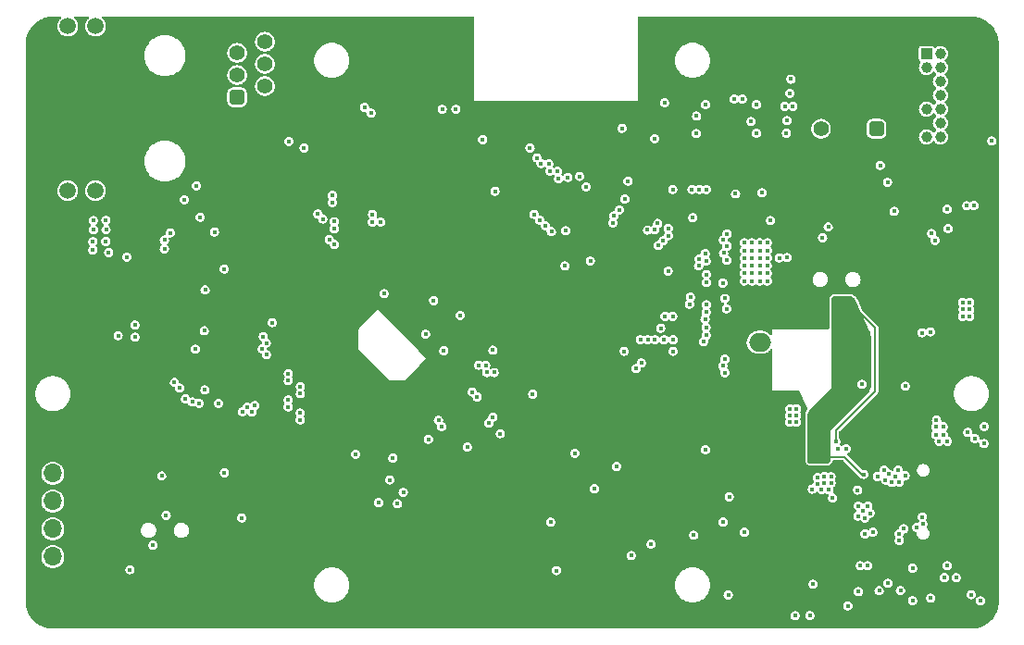
<source format=gbr>
%TF.GenerationSoftware,KiCad,Pcbnew,7.0.11*%
%TF.CreationDate,2025-07-19T14:24:56+09:00*%
%TF.ProjectId,RasPi,52617350-692e-46b6-9963-61645f706362,rev?*%
%TF.SameCoordinates,Original*%
%TF.FileFunction,Copper,L2,Inr*%
%TF.FilePolarity,Positive*%
%FSLAX46Y46*%
G04 Gerber Fmt 4.6, Leading zero omitted, Abs format (unit mm)*
G04 Created by KiCad (PCBNEW 7.0.11) date 2025-07-19 14:24:56*
%MOMM*%
%LPD*%
G01*
G04 APERTURE LIST*
G04 Aperture macros list*
%AMRoundRect*
0 Rectangle with rounded corners*
0 $1 Rounding radius*
0 $2 $3 $4 $5 $6 $7 $8 $9 X,Y pos of 4 corners*
0 Add a 4 corners polygon primitive as box body*
4,1,4,$2,$3,$4,$5,$6,$7,$8,$9,$2,$3,0*
0 Add four circle primitives for the rounded corners*
1,1,$1+$1,$2,$3*
1,1,$1+$1,$4,$5*
1,1,$1+$1,$6,$7*
1,1,$1+$1,$8,$9*
0 Add four rect primitives between the rounded corners*
20,1,$1+$1,$2,$3,$4,$5,0*
20,1,$1+$1,$4,$5,$6,$7,0*
20,1,$1+$1,$6,$7,$8,$9,0*
20,1,$1+$1,$8,$9,$2,$3,0*%
G04 Aperture macros list end*
%TA.AperFunction,ComponentPad*%
%ADD10RoundRect,0.250000X0.750000X-0.600000X0.750000X0.600000X-0.750000X0.600000X-0.750000X-0.600000X0*%
%TD*%
%TA.AperFunction,ComponentPad*%
%ADD11O,2.000000X1.700000*%
%TD*%
%TA.AperFunction,ComponentPad*%
%ADD12C,1.000000*%
%TD*%
%TA.AperFunction,ComponentPad*%
%ADD13R,1.000000X1.000000*%
%TD*%
%TA.AperFunction,ComponentPad*%
%ADD14RoundRect,0.350000X-0.350000X0.350000X-0.350000X-0.350000X0.350000X-0.350000X0.350000X0.350000X0*%
%TD*%
%TA.AperFunction,ComponentPad*%
%ADD15C,1.400000*%
%TD*%
%TA.AperFunction,ComponentPad*%
%ADD16C,1.500000*%
%TD*%
%TA.AperFunction,ComponentPad*%
%ADD17C,2.500000*%
%TD*%
%TA.AperFunction,ComponentPad*%
%ADD18C,2.000000*%
%TD*%
%TA.AperFunction,ComponentPad*%
%ADD19R,1.700000X1.700000*%
%TD*%
%TA.AperFunction,ComponentPad*%
%ADD20O,1.700000X1.700000*%
%TD*%
%TA.AperFunction,ComponentPad*%
%ADD21O,1.800000X1.000000*%
%TD*%
%TA.AperFunction,ComponentPad*%
%ADD22O,2.100000X1.000000*%
%TD*%
%TA.AperFunction,ViaPad*%
%ADD23C,0.450000*%
%TD*%
%TA.AperFunction,Conductor*%
%ADD24C,0.200000*%
%TD*%
G04 APERTURE END LIST*
D10*
%TO.N,GND*%
%TO.C,J5*%
X178998999Y-104134000D03*
D11*
%TO.N,/Power/Cap*%
X178998999Y-101634000D03*
%TD*%
D12*
%TO.N,unconnected-(J1-Pin_14-Pad14)*%
%TO.C,J1*%
X195519000Y-82844000D03*
%TO.N,unconnected-(J1-Pin_13-Pad13)*%
X194249000Y-82844000D03*
%TO.N,/RingNW/NRST*%
X195519000Y-81574000D03*
%TO.N,GND*%
X194249000Y-81574000D03*
%TO.N,unconnected-(J1-Pin_10-Pad10)*%
X195519000Y-80304000D03*
%TO.N,unconnected-(J1-Pin_9-Pad9)*%
X194249000Y-80304000D03*
%TO.N,/RingNW/SWO*%
X195519000Y-79034000D03*
%TO.N,GND*%
X194249000Y-79034000D03*
%TO.N,/RingNW/SWCLK*%
X195519000Y-77764000D03*
%TO.N,GND*%
X194249000Y-77764000D03*
%TO.N,/RingNW/SWDIO*%
X195519000Y-76494000D03*
%TO.N,Net-(D1-K)*%
X194249000Y-76494000D03*
%TO.N,unconnected-(J1-Pin_2-Pad2)*%
X195519000Y-75224000D03*
D13*
%TO.N,unconnected-(J1-Pin_1-Pad1)*%
X194249000Y-75224000D03*
%TD*%
D14*
%TO.N,/RasPi_CM4/TRD1_P*%
%TO.C,J13*%
X131199000Y-79214000D03*
D15*
%TO.N,Net-(J13-RCT)*%
X131199000Y-77184000D03*
%TO.N,/RasPi_CM4/TRD1_N*%
X131199000Y-75154000D03*
%TO.N,/RasPi_CM4/TRD0_N*%
X133739000Y-78194000D03*
%TO.N,Net-(J13-RCT)*%
X133739000Y-76164000D03*
%TO.N,/RasPi_CM4/TRD0_P*%
X133739000Y-74134000D03*
D16*
%TO.N,Net-(J13-Pad13)*%
X118249000Y-87754000D03*
%TO.N,+3.3V*%
X115709000Y-87754000D03*
%TO.N,Net-(J13-Pad15)*%
X118249000Y-72714000D03*
%TO.N,+3.3V*%
X115709000Y-72714000D03*
D17*
%TO.N,GND*%
X124599000Y-89024000D03*
%TD*%
D18*
%TO.N,GND*%
%TO.C,TP1*%
X117811000Y-121769000D03*
%TD*%
D15*
%TO.N,/RasPi_CM4/GLOBAL_EN*%
%TO.C,SW2*%
X184597000Y-82101000D03*
%TO.N,GND*%
X187137000Y-82101000D03*
D14*
%TO.N,unconnected-(SW2-A-Pad1)*%
X189677000Y-82101000D03*
%TD*%
D19*
%TO.N,GND*%
%TO.C,J6*%
X114349000Y-111084000D03*
D20*
%TO.N,/FPGA_TangPrimerCore/TCK*%
X114349000Y-113624000D03*
%TO.N,/FPGA_TangPrimerCore/TMS*%
X114349000Y-116164000D03*
%TO.N,/FPGA_TangPrimerCore/TDO*%
X114349000Y-118704000D03*
%TO.N,/FPGA_TangPrimerCore/TDI*%
X114349000Y-121244000D03*
%TD*%
D21*
%TO.N,GND*%
%TO.C,J11*%
X197624000Y-111914000D03*
D22*
X193424000Y-111914000D03*
D21*
X197624000Y-120554000D03*
D22*
X193424000Y-120554000D03*
%TD*%
D23*
%TO.N,Net-(D14-A)*%
X118010000Y-93190000D03*
%TO.N,GND*%
X114439000Y-88524000D03*
X115459000Y-90984000D03*
X116829000Y-90974000D03*
X118129000Y-96394000D03*
X117599000Y-95864000D03*
X118149000Y-94894000D03*
X168167000Y-102872000D03*
X163489000Y-82604000D03*
X160319000Y-93284000D03*
X160679000Y-94204000D03*
X158189000Y-91434000D03*
X157209000Y-90454000D03*
X156189000Y-89414000D03*
X150739000Y-89464000D03*
X151799000Y-88414000D03*
X152579000Y-87684000D03*
X153359000Y-88464000D03*
X153469000Y-86614000D03*
X148129000Y-95084000D03*
X146619000Y-93534000D03*
X143929000Y-91954000D03*
%TO.N,+3.3V*%
X143579000Y-90634000D03*
X143589000Y-89934000D03*
%TO.N,GND*%
X134389000Y-82874000D03*
X135359000Y-82874000D03*
X141199000Y-86974000D03*
X140679000Y-82914000D03*
X161419000Y-79904000D03*
X159749000Y-80384000D03*
X157829000Y-79944000D03*
X156049000Y-80374000D03*
X154119000Y-79904000D03*
X152079000Y-80364000D03*
X121759000Y-90204000D03*
X120099000Y-83694000D03*
X150819000Y-76944000D03*
X146229000Y-78074000D03*
X144199000Y-82924000D03*
X146799000Y-82884000D03*
X149405000Y-82821000D03*
X190599000Y-108324000D03*
X189409000Y-108334000D03*
X189389000Y-109644000D03*
X190599000Y-109614000D03*
X190579000Y-107204000D03*
X189399000Y-107194000D03*
X198859000Y-101580000D03*
X198789000Y-103482000D03*
X199269000Y-104467000D03*
X199566000Y-102313000D03*
X199398000Y-100778000D03*
X200472000Y-101323000D03*
X196680000Y-100879000D03*
X198274000Y-100828000D03*
X199826000Y-99150000D03*
X200614000Y-98395000D03*
X199658000Y-97607000D03*
X198953000Y-98454000D03*
X199844000Y-96174000D03*
X200549000Y-94881000D03*
X198870000Y-91074000D03*
X198729000Y-92471000D03*
X200483000Y-92068000D03*
X198873000Y-95619000D03*
X199591000Y-94245000D03*
X199397000Y-92988000D03*
X199683000Y-90496000D03*
X198005000Y-90548000D03*
X193078000Y-95797000D03*
X193339000Y-96318000D03*
X192837000Y-96622000D03*
X191975000Y-97350000D03*
X192213000Y-96765000D03*
X192616000Y-97368000D03*
X192646000Y-97973000D03*
X192011000Y-97969000D03*
X191443000Y-98303000D03*
X191414000Y-97656000D03*
X191382000Y-97047000D03*
X191669000Y-96529000D03*
X190755000Y-98280000D03*
X190758000Y-97650000D03*
X190774000Y-97009000D03*
X190174000Y-99246000D03*
X190217000Y-98603000D03*
X190233000Y-97998000D03*
X190247000Y-97329000D03*
X189716000Y-97655000D03*
X189648000Y-98270000D03*
X189641000Y-98905000D03*
X189576000Y-99567000D03*
X189078000Y-97669000D03*
X193268000Y-97673000D03*
X193270000Y-97068000D03*
X196335000Y-92868000D03*
X189600000Y-93693000D03*
X194623000Y-89290000D03*
X130946000Y-102874000D03*
X177519000Y-88140000D03*
X187784000Y-86442000D03*
X193301000Y-119618000D03*
X128137000Y-121743000D03*
X118125000Y-118341000D03*
X126946000Y-119227000D03*
X122835000Y-120195000D03*
%TO.N,+3.3V*%
X123499622Y-120209037D03*
%TO.N,GND*%
X112466000Y-96599000D03*
X115084000Y-97191000D03*
X118046000Y-115348000D03*
X118105000Y-113091000D03*
X118114000Y-110605000D03*
X121905000Y-95787000D03*
X120519000Y-95789000D03*
X125532000Y-92735000D03*
X191395000Y-124830000D03*
X193799000Y-123737000D03*
X194465000Y-122310000D03*
X175364000Y-124468000D03*
X184935000Y-125809000D03*
X179144000Y-124984000D03*
X178077000Y-126028000D03*
X163170000Y-118733000D03*
X163029000Y-120335000D03*
X162799000Y-123410000D03*
X163275000Y-121665000D03*
X157873000Y-127232000D03*
X160505000Y-124689000D03*
X162319000Y-121716000D03*
X162268000Y-116978000D03*
X165387000Y-118012000D03*
X166266000Y-119225000D03*
X175634000Y-113802000D03*
X174554000Y-114395000D03*
X172322000Y-109582000D03*
X174548000Y-108727000D03*
X166336000Y-91514000D03*
X192468000Y-85780000D03*
X196109000Y-86395000D03*
%TO.N,VBUS*%
X193349000Y-118574000D03*
%TO.N,GND*%
X161779000Y-82604000D03*
X160229000Y-82604000D03*
X185659000Y-82554000D03*
X188879000Y-83104000D03*
X188709000Y-81204000D03*
X190379000Y-81024000D03*
X192039000Y-80664000D03*
X191759000Y-76224000D03*
X191359000Y-73524000D03*
X190219000Y-74854000D03*
X186679000Y-78454000D03*
X186239000Y-76954000D03*
X184159000Y-76334000D03*
X179499000Y-73254000D03*
X176779000Y-76574000D03*
X179499000Y-76084000D03*
X179489000Y-77474000D03*
X181549000Y-76894000D03*
X181919000Y-78214000D03*
X184639000Y-78364000D03*
X185149000Y-79834000D03*
X183129000Y-81794000D03*
X183439000Y-82464000D03*
X182649000Y-80514000D03*
X183299000Y-79784000D03*
X179799000Y-79624000D03*
X170429000Y-81024000D03*
X172379000Y-79554000D03*
%TO.N,/FPGA_TangPrimerCore/DAC/RCH_OUT*%
X181289000Y-80054000D03*
%TO.N,Net-(D28-A)*%
X178684203Y-82509369D03*
%TO.N,/RasPi_CM4/LED_B0*%
X181494000Y-81363998D03*
%TO.N,/RasPi_CM4/LED_B1*%
X181429000Y-82509000D03*
%TO.N,GND*%
X159807000Y-90007000D03*
X174093000Y-96968000D03*
X119691000Y-117884000D03*
X121213000Y-118825000D03*
X133279000Y-108180000D03*
X129415000Y-114681000D03*
X129262000Y-116038000D03*
%TO.N,Net-(Q39-S)*%
X190719000Y-123694000D03*
%TO.N,GND*%
X190698000Y-123038000D03*
X184212000Y-80867000D03*
X174397000Y-81404000D03*
X172618000Y-81320000D03*
X166528000Y-80377000D03*
X167345000Y-88597000D03*
X180523000Y-86467000D03*
X196511000Y-92114000D03*
X193540000Y-86839000D03*
X183825577Y-91387176D03*
X185984000Y-94810000D03*
X187025000Y-93739000D03*
X190362000Y-93696000D03*
X189456000Y-96440000D03*
X190230000Y-96698000D03*
X192427000Y-95014000D03*
X191041000Y-96482000D03*
X190583000Y-96075000D03*
X189985000Y-96114000D03*
X189670636Y-97016318D03*
X189037000Y-97017000D03*
X191256000Y-94817000D03*
X182981000Y-99293000D03*
X180991000Y-100090000D03*
X180886000Y-99332000D03*
X180062000Y-100188000D03*
X184520000Y-99362000D03*
X180889000Y-106583000D03*
%TO.N,/Power/Cap*%
X177581000Y-119028000D03*
%TO.N,GND*%
X183746000Y-118423000D03*
X189068000Y-114104000D03*
X188060000Y-112653000D03*
X120184000Y-102012000D03*
X116903000Y-109001000D03*
X116919000Y-107006000D03*
X116910000Y-102651000D03*
X179805000Y-106204000D03*
X179621000Y-105454000D03*
X174313000Y-116538000D03*
X174331000Y-117474000D03*
X172592000Y-100162000D03*
X171024000Y-94603000D03*
X175667000Y-105071000D03*
X172488000Y-103121000D03*
X176356000Y-99159000D03*
X175673000Y-99178000D03*
X175661000Y-102522000D03*
X150824000Y-102771000D03*
X151608000Y-99905000D03*
X149771000Y-98212000D03*
X166839000Y-111797000D03*
X170596000Y-100329000D03*
X165404000Y-104106000D03*
X160080000Y-108301000D03*
X158654000Y-109721000D03*
X159229000Y-110667000D03*
X157827000Y-109043000D03*
X161986000Y-107953000D03*
X153075000Y-107704000D03*
X158319000Y-107050000D03*
X158166000Y-105709000D03*
X155537000Y-106844000D03*
X156269000Y-107606000D03*
X156907000Y-108457000D03*
X165121000Y-101746000D03*
X165882000Y-100986000D03*
X168153000Y-98716000D03*
X164377000Y-100993000D03*
X163323000Y-102045000D03*
X162570000Y-101304000D03*
X163625000Y-100249000D03*
X165134000Y-100235000D03*
X164387000Y-99488000D03*
X163637000Y-98745000D03*
X162884000Y-99500000D03*
X161831000Y-100552000D03*
X164072000Y-102801000D03*
X162313000Y-104556000D03*
X160497000Y-106368000D03*
X159767000Y-105603000D03*
X158995000Y-104880000D03*
X158268000Y-104116000D03*
X157406000Y-104977000D03*
X156039000Y-104747000D03*
X157505000Y-103387000D03*
X161092000Y-99801000D03*
X162138000Y-98754000D03*
X162892000Y-97999000D03*
X164929000Y-95962000D03*
X165675000Y-96709000D03*
X166422000Y-97453000D03*
X163076000Y-105298000D03*
X161262000Y-107118000D03*
X160816000Y-103059000D03*
X159329000Y-101562000D03*
X160947000Y-109002000D03*
X163038000Y-108528000D03*
X161764000Y-109912000D03*
X162825000Y-110777000D03*
X164588000Y-114286000D03*
X166129000Y-109234000D03*
X165076000Y-110286000D03*
X161245000Y-112363000D03*
X165061000Y-108520000D03*
%TO.N,+5V*%
X162084268Y-111789268D03*
%TO.N,GND*%
X163043000Y-113815000D03*
X166810000Y-110048000D03*
X168388000Y-108470000D03*
X166461000Y-116939000D03*
X164886000Y-115526000D03*
X165911000Y-114500000D03*
X168716000Y-111695000D03*
X172390000Y-107223000D03*
X172403000Y-107950000D03*
X171554000Y-108859000D03*
X169505768Y-113900768D03*
X168389000Y-115008000D03*
X171438000Y-111964000D03*
X172636000Y-110758000D03*
X172982000Y-108921000D03*
X171648000Y-110254000D03*
X168314000Y-113589000D03*
X166575000Y-115327000D03*
X165683000Y-116220000D03*
X170143000Y-110268000D03*
X170654000Y-111248000D03*
X170465000Y-112935000D03*
X172404000Y-112560000D03*
X169059000Y-115879000D03*
X168177000Y-116828000D03*
X172929000Y-99399000D03*
X175750000Y-109031000D03*
X165036000Y-113376000D03*
X166893000Y-108470000D03*
X158549000Y-112734000D03*
X158539000Y-113824000D03*
X142429000Y-108034000D03*
X113869000Y-122584000D03*
X115969000Y-125704000D03*
X144419000Y-125724000D03*
X149379000Y-124214000D03*
X145639000Y-121954000D03*
X151809000Y-121914000D03*
X155480105Y-120374000D03*
X153583261Y-120374000D03*
X151480238Y-120374000D03*
X149029000Y-120374000D03*
X146343369Y-120373999D03*
X143763610Y-120373999D03*
X140879000Y-120374000D03*
X137909000Y-120374000D03*
X158649000Y-119214000D03*
X157079000Y-119234000D03*
X155479000Y-119224000D03*
X153569000Y-119234000D03*
X151476774Y-119234000D03*
X148960693Y-119234000D03*
X146083883Y-119234000D03*
X143514802Y-119235992D03*
X140403518Y-119235992D03*
X137669000Y-119234000D03*
X134559000Y-118004000D03*
X135709000Y-116884000D03*
X138789000Y-116874000D03*
X141419000Y-116894000D03*
X143689000Y-116874000D03*
X141423066Y-115775888D03*
X138669000Y-115774000D03*
X138789000Y-118074000D03*
X141269000Y-118054000D03*
X143593911Y-118079535D03*
X146392899Y-118079535D03*
X148676284Y-118079535D03*
X150991236Y-118079535D03*
X153349000Y-118084000D03*
X155520769Y-118079191D03*
X158779000Y-118084000D03*
X160929000Y-118094000D03*
X145789000Y-115754000D03*
X145029000Y-116254000D03*
X146436648Y-116973999D03*
X148564117Y-116973999D03*
X150992705Y-116973999D03*
X153794418Y-116973999D03*
X155511612Y-116974723D03*
X158603381Y-116974723D03*
X159819000Y-116974000D03*
X158799000Y-114974000D03*
X156339000Y-114974000D03*
X153771597Y-114884000D03*
X151019000Y-114884000D03*
X148499000Y-114884000D03*
X146919000Y-114914000D03*
X148524832Y-113823400D03*
X151096033Y-113823400D03*
X153779000Y-113824000D03*
X156529000Y-113824000D03*
X153789000Y-112744000D03*
X156549000Y-112754000D03*
X150979000Y-112734000D03*
X148479000Y-112744000D03*
X141699000Y-114674000D03*
X139219000Y-114674000D03*
X134369000Y-115884000D03*
X144649000Y-112134000D03*
X145829000Y-113814000D03*
X141139000Y-113444000D03*
X142739000Y-113484000D03*
X139489000Y-113514000D03*
X145919000Y-112744000D03*
X144599000Y-114674000D03*
X143604000Y-115770000D03*
X130960000Y-118842000D03*
X133070000Y-120354000D03*
X132479000Y-122860000D03*
X132857000Y-119182000D03*
X135527000Y-120358000D03*
X139618000Y-125895000D03*
X139450000Y-121654000D03*
X113882000Y-108663000D03*
X116125000Y-103626000D03*
X137944000Y-111006000D03*
X136336000Y-112569000D03*
X134853000Y-114643000D03*
X135890000Y-115707000D03*
X135508000Y-113586000D03*
X136483000Y-114622000D03*
X132995000Y-112513000D03*
X134403000Y-112554000D03*
X133818000Y-113645000D03*
X133410000Y-114914000D03*
X131492000Y-112506000D03*
X131390000Y-113596000D03*
X132747000Y-118035000D03*
X129500000Y-112507000D03*
X126835000Y-114656000D03*
X123471000Y-111412000D03*
X131090000Y-109313000D03*
X129292000Y-98760000D03*
X127643000Y-118291000D03*
X122232000Y-117456000D03*
X121572000Y-116005000D03*
X135128000Y-119199000D03*
X159625000Y-113810000D03*
X159684000Y-112737000D03*
X159469000Y-107407000D03*
X160077000Y-102306000D03*
X166946000Y-98421000D03*
X161572000Y-103797000D03*
X146719000Y-110204000D03*
X145659000Y-109904000D03*
X153119000Y-109914000D03*
X159009000Y-97734000D03*
X171049000Y-79594000D03*
X163329000Y-80194000D03*
X135349000Y-77694000D03*
X134919000Y-78614000D03*
X136491000Y-78720000D03*
X137738000Y-79971000D03*
X152845000Y-82557000D03*
X150581000Y-82449000D03*
X150526000Y-84240000D03*
X149349000Y-84150000D03*
X147703000Y-84186000D03*
X147804000Y-80835000D03*
X139662000Y-78014000D03*
X141894000Y-75939000D03*
X139636000Y-73855000D03*
X136332000Y-74936000D03*
X134554000Y-73271000D03*
X138023000Y-76506000D03*
X141355000Y-79922000D03*
X147437000Y-86188000D03*
X151525000Y-90264000D03*
X149909000Y-88644000D03*
X151739000Y-86834000D03*
X150969000Y-87594000D03*
X152587000Y-89206000D03*
X154128000Y-89240000D03*
X155157000Y-90255000D03*
X156206000Y-91310000D03*
X157213000Y-92312000D03*
X158241000Y-93347000D03*
X157497000Y-94122000D03*
X156469000Y-93092000D03*
X155391000Y-92021000D03*
X154407000Y-91025000D03*
X153396000Y-90021000D03*
X155457000Y-94181000D03*
X154408000Y-93132000D03*
X153374000Y-92089000D03*
X152327000Y-91061000D03*
X157427000Y-96152000D03*
X158163000Y-96893000D03*
X160794000Y-95890000D03*
X160024000Y-96643000D03*
X159212000Y-95839000D03*
X159976000Y-95080000D03*
X159235000Y-94338000D03*
X158481000Y-95105000D03*
X156432000Y-95153000D03*
X155359000Y-101234000D03*
X153889000Y-99824000D03*
X151509000Y-97344000D03*
X151797000Y-98482000D03*
X152779000Y-98664000D03*
X150299000Y-97069000D03*
X150319000Y-96144000D03*
X146629000Y-94934000D03*
X147879000Y-93694000D03*
X149119000Y-95004000D03*
X148529000Y-96804000D03*
X145409000Y-93264000D03*
X146419000Y-92214000D03*
X125169000Y-82964000D03*
X135169000Y-95814000D03*
X135179000Y-93264000D03*
X135129000Y-90594000D03*
X138299000Y-86974000D03*
X148098000Y-86834000D03*
X145519000Y-84224000D03*
X140079000Y-87254000D03*
X142809000Y-88674000D03*
X142799000Y-89864000D03*
X140309000Y-86284000D03*
X136699000Y-84264000D03*
X133859000Y-84114000D03*
X135289000Y-84224000D03*
X135099000Y-87094000D03*
X138099000Y-84194000D03*
X128769000Y-75984000D03*
X127509000Y-78574000D03*
X124229000Y-77534000D03*
X127249000Y-79864000D03*
X130089000Y-74514000D03*
X132949000Y-75114000D03*
X130169000Y-76404000D03*
X130129000Y-78144000D03*
X130059000Y-79854000D03*
X126519000Y-76624000D03*
X141925000Y-84167000D03*
X145584000Y-87830000D03*
X144772000Y-87001000D03*
X143987000Y-86217000D03*
X146375000Y-88618000D03*
X148929000Y-91164000D03*
X149781000Y-92021000D03*
X148159000Y-90394000D03*
X152742000Y-94962000D03*
X151771000Y-94006000D03*
X153647000Y-95865000D03*
X150573000Y-92813000D03*
X154671000Y-96903000D03*
X156456000Y-98690000D03*
X157234000Y-99480000D03*
X155692000Y-97917000D03*
X170699000Y-107874000D03*
X172490000Y-104726000D03*
X138556000Y-87803000D03*
X150439000Y-104944000D03*
X152179000Y-104684000D03*
X153109000Y-105584000D03*
X152109000Y-106784000D03*
X152149000Y-108134000D03*
%TO.N,+3.3V*%
X152699000Y-106184000D03*
X191284000Y-89669000D03*
X185254661Y-91090416D03*
X169379000Y-91354000D03*
X124549000Y-93104000D03*
X131629000Y-117704000D03*
X144639000Y-97194000D03*
X124549000Y-92296918D03*
X159419000Y-91004000D03*
X124714000Y-117479000D03*
X158344000Y-89929000D03*
X153149000Y-106634000D03*
X125089000Y-91624000D03*
X169669000Y-90764000D03*
X159939000Y-91524000D03*
X144329000Y-90644000D03*
X158889000Y-90474000D03*
X148429000Y-100904000D03*
X168739000Y-91364000D03*
X196219000Y-91234000D03*
X154599000Y-102364000D03*
X153658411Y-83093411D03*
X130039000Y-113582000D03*
X150098411Y-102403411D03*
X124299768Y-113871232D03*
X172866000Y-90234000D03*
X184744000Y-92080068D03*
X179974000Y-90505638D03*
X196129000Y-89454000D03*
%TO.N,GND*%
X195814000Y-100922000D03*
X175879000Y-126594000D03*
X145843000Y-97927000D03*
X178786000Y-127047000D03*
X137699000Y-112110000D03*
X198571000Y-108681000D03*
X174886000Y-119756000D03*
X147349000Y-73834000D03*
X121189000Y-117304000D03*
X115989000Y-112854000D03*
X168239000Y-79094000D03*
X179485000Y-91645000D03*
X150790000Y-79037000D03*
X197267000Y-101532000D03*
X190249000Y-78894000D03*
X191279000Y-127558000D03*
X120239000Y-88534000D03*
X148779000Y-72274000D03*
X125519000Y-103444000D03*
X197418000Y-107973000D03*
X126969000Y-101654000D03*
X123479000Y-95754000D03*
X168969000Y-121114000D03*
X125559000Y-101074000D03*
X119759000Y-103554000D03*
X167624000Y-110761000D03*
X179942000Y-80999000D03*
X171320841Y-107259000D03*
X171669000Y-121004000D03*
X196317000Y-83981000D03*
X167569000Y-121914000D03*
X156099000Y-82434000D03*
X169799000Y-117394000D03*
X133429000Y-92974000D03*
X124729000Y-79904000D03*
X177669000Y-72334000D03*
X161679000Y-126484000D03*
X119909000Y-106844000D03*
X144629000Y-72184000D03*
X197940000Y-104433000D03*
X112349000Y-112834000D03*
X198653000Y-127515000D03*
X129759000Y-85424000D03*
X166050000Y-88045000D03*
X196040000Y-85208000D03*
X199568000Y-85182000D03*
X199606000Y-91710000D03*
X143559000Y-108834000D03*
X192529000Y-87404000D03*
X133279000Y-106874000D03*
X118019000Y-76054000D03*
X170269000Y-122024000D03*
X197499000Y-73744000D03*
X184938000Y-124480000D03*
X117259000Y-119404000D03*
X141629000Y-96364000D03*
X180500000Y-92989000D03*
X127019000Y-91604000D03*
X122369000Y-124804000D03*
X198344000Y-123991000D03*
X198486000Y-93798000D03*
X169113000Y-88413000D03*
X113479000Y-114924000D03*
X122879000Y-105814000D03*
X128379000Y-90744000D03*
X133580000Y-111435000D03*
X145998000Y-80026000D03*
X131209000Y-90404000D03*
X146749000Y-100734000D03*
X198009000Y-77104000D03*
X141069000Y-107794000D03*
X171339000Y-122334000D03*
X152609000Y-86184000D03*
X119259000Y-72084000D03*
X149819000Y-75304000D03*
X134259000Y-100574000D03*
X123549000Y-100194000D03*
X188603000Y-79893000D03*
X200570000Y-110846000D03*
X147449000Y-100084000D03*
X182240000Y-94348000D03*
X180583000Y-125372000D03*
X131709000Y-91564000D03*
X172249000Y-126494000D03*
X188319000Y-127254000D03*
X182500000Y-87538000D03*
X195869000Y-73494000D03*
X179759000Y-98575000D03*
X183398000Y-89282000D03*
X143169000Y-92835000D03*
X143525000Y-104164000D03*
X146929000Y-111434000D03*
X196157000Y-115730000D03*
X141659000Y-101134000D03*
X116969000Y-72144000D03*
X154089000Y-87309000D03*
X124049000Y-81594000D03*
X164691000Y-91307000D03*
X129959000Y-88124000D03*
X141669000Y-103544000D03*
X141659000Y-102324000D03*
X146659000Y-108984000D03*
X114989000Y-93004000D03*
X147426000Y-95981000D03*
X171219000Y-118784000D03*
X143834000Y-94287000D03*
X116269000Y-73794000D03*
X136659000Y-121444000D03*
X194004000Y-114774000D03*
X137979000Y-86254000D03*
X170729000Y-82574000D03*
X119703000Y-100550000D03*
X129379000Y-96134000D03*
X175159000Y-78314000D03*
X142544000Y-97103000D03*
X142879000Y-91284000D03*
X169839000Y-108744000D03*
X157039000Y-83524000D03*
X120389000Y-80134000D03*
X175549000Y-75594000D03*
X118099000Y-89194000D03*
X173879000Y-121994000D03*
X192943000Y-127431000D03*
X199089000Y-75464000D03*
X168019000Y-118364000D03*
X193209000Y-88608000D03*
X142972000Y-95120000D03*
X144850000Y-98907000D03*
X127839000Y-120294000D03*
X114549000Y-72234000D03*
X132349000Y-73834000D03*
X125989000Y-120234000D03*
X131689000Y-84124000D03*
X122349000Y-100614000D03*
X189189000Y-78374000D03*
X112349000Y-103834000D03*
X116419000Y-77924000D03*
X171339000Y-77074000D03*
X171319000Y-115454000D03*
X116159000Y-107934000D03*
X200434000Y-83959000D03*
X169289000Y-124134000D03*
X171549000Y-74244000D03*
X166469000Y-120874000D03*
X154683000Y-84859000D03*
X134009000Y-86184000D03*
X186849000Y-92223000D03*
X116489000Y-86684000D03*
X133529000Y-116754000D03*
X186130000Y-92216000D03*
X188449000Y-74124000D03*
X138553912Y-89254720D03*
X132255000Y-110318000D03*
X148574000Y-102226000D03*
X182802000Y-88632000D03*
X121539000Y-121544000D03*
X153756000Y-102021000D03*
X149159000Y-111544000D03*
X114019000Y-90994000D03*
X167169000Y-81514000D03*
X136371000Y-118056000D03*
X134429000Y-107834000D03*
X141815000Y-98044000D03*
X162784000Y-125713000D03*
X130779000Y-92224000D03*
X168359000Y-75404000D03*
X134224000Y-122054000D03*
X116429000Y-105764000D03*
X120219000Y-105334000D03*
X175859000Y-96844000D03*
X167139000Y-124304000D03*
X160646000Y-90865000D03*
X128399000Y-125134000D03*
X194398000Y-108851000D03*
X173687000Y-119691000D03*
X200521000Y-108179000D03*
X125929000Y-121254000D03*
X120069000Y-73524000D03*
X148889000Y-121504000D03*
X132518000Y-117022000D03*
X133509000Y-91084000D03*
X122926000Y-110827000D03*
X148099000Y-104170000D03*
X131539000Y-86644000D03*
X198157000Y-102403000D03*
X189050000Y-98367000D03*
X119159000Y-104634000D03*
X172469000Y-105934000D03*
X170186000Y-115567000D03*
X186548000Y-91689000D03*
X183277000Y-125940000D03*
X129389000Y-90694000D03*
X200459000Y-103731000D03*
X196995000Y-114013000D03*
X183800000Y-124513000D03*
X200506000Y-93385000D03*
X151479000Y-111494000D03*
X120099000Y-120154000D03*
X141669000Y-104704000D03*
X115689000Y-118374000D03*
X198779000Y-78924000D03*
X122179000Y-106524000D03*
X123529000Y-116504000D03*
X171020000Y-93512000D03*
X136451000Y-110960000D03*
X134219000Y-99174000D03*
X172599770Y-88279702D03*
X155717000Y-85958000D03*
X183922000Y-127452000D03*
X152821000Y-100816000D03*
X134319000Y-103244000D03*
X193371000Y-81204000D03*
X170209000Y-78284000D03*
X119691000Y-99591000D03*
X142389000Y-127304000D03*
X194461000Y-116630000D03*
X200552000Y-90038000D03*
X116419000Y-82924000D03*
X200497000Y-86209000D03*
X134429000Y-106634000D03*
X175663000Y-117365000D03*
X142429000Y-121494000D03*
X133859000Y-124694000D03*
X122349000Y-73834000D03*
X178322000Y-88876000D03*
X139309000Y-112014000D03*
X158891000Y-89063000D03*
X167940000Y-91353000D03*
X133839000Y-95234000D03*
X154209000Y-82374000D03*
X119319000Y-119384000D03*
X141659000Y-95134000D03*
X195602000Y-120745000D03*
X112349000Y-108834000D03*
X152349000Y-78834000D03*
X176909000Y-74024000D03*
X187939000Y-72284000D03*
X134289000Y-97154000D03*
X168509000Y-81164000D03*
X178960000Y-88579000D03*
X168229000Y-72314000D03*
X148329000Y-107474000D03*
X134429000Y-105434000D03*
X170919000Y-124114000D03*
X130479000Y-106664000D03*
X117409000Y-123744000D03*
X197623000Y-100027000D03*
X116889000Y-114324000D03*
X120079000Y-90454000D03*
X198688000Y-89992000D03*
X165159000Y-126454000D03*
X200515000Y-116630000D03*
X112349000Y-73834000D03*
X172846000Y-78245000D03*
X129359000Y-109414000D03*
X196636000Y-126226000D03*
X173643000Y-118744000D03*
X198884000Y-99826000D03*
X145999000Y-100134000D03*
X143827000Y-95804000D03*
X119189000Y-86934000D03*
X120263000Y-94914000D03*
X133529000Y-98574000D03*
X142677000Y-103188000D03*
X125589000Y-96814000D03*
X173119000Y-120934000D03*
X125568000Y-94666000D03*
X174245000Y-125337000D03*
X119199000Y-106154000D03*
X200459000Y-77764000D03*
X120799000Y-110614000D03*
X154219000Y-127394000D03*
X143282000Y-78287000D03*
X198654000Y-83467000D03*
X128499000Y-86564000D03*
X120309000Y-106264000D03*
X142209000Y-111034000D03*
X137029000Y-83134000D03*
X118068000Y-116728000D03*
X199712000Y-95145000D03*
X180979000Y-118064000D03*
X112349000Y-123834000D03*
X120189000Y-77294000D03*
X116879000Y-117354000D03*
X172469000Y-113463000D03*
X125539000Y-127334000D03*
X115679000Y-115534000D03*
X115139000Y-73804000D03*
X114439000Y-102484000D03*
X121509000Y-120284000D03*
X144770000Y-105245000D03*
X200432000Y-100142000D03*
X200404000Y-125652000D03*
X126939000Y-96844000D03*
X134429000Y-104234000D03*
X124819000Y-121804000D03*
X200597000Y-113795000D03*
X193229000Y-72214000D03*
X190705000Y-91229000D03*
X169849000Y-119514000D03*
X112349000Y-93834000D03*
X113939000Y-117444000D03*
X131289000Y-127284000D03*
X120091000Y-113201000D03*
X155349000Y-124514000D03*
X142009000Y-124334000D03*
X116029000Y-88964000D03*
X135169000Y-96964000D03*
X130849000Y-111432000D03*
X112349000Y-88834000D03*
X175687000Y-118822000D03*
X131198000Y-123346000D03*
X158759000Y-124434000D03*
X158669000Y-121534000D03*
X135169000Y-94584000D03*
X192849000Y-74784000D03*
X135139000Y-91854000D03*
X180488000Y-91248000D03*
X159118000Y-92412000D03*
X135331000Y-111613000D03*
X120569000Y-122474000D03*
X132579000Y-95434000D03*
X189553000Y-126909000D03*
X164799000Y-121414000D03*
X114959000Y-98314000D03*
X129539000Y-94074000D03*
X133509000Y-99694000D03*
X131819000Y-81774000D03*
X120479000Y-116264000D03*
X151849000Y-83074000D03*
X139149000Y-86594000D03*
X115009000Y-100334000D03*
X167998000Y-89479000D03*
X200359000Y-74014000D03*
X143216000Y-106286000D03*
X168999000Y-126504000D03*
X112349000Y-98834000D03*
X137349000Y-73834000D03*
X126339000Y-99324000D03*
X193360998Y-82221378D03*
X126979000Y-98094000D03*
X174099000Y-92874000D03*
X200413000Y-105442000D03*
X120079000Y-96654000D03*
X199044000Y-96917000D03*
X149229000Y-103104000D03*
X121399000Y-87034000D03*
X192779000Y-78204000D03*
X136659000Y-127234000D03*
X176139000Y-95794000D03*
X115119000Y-78684000D03*
X155186000Y-88487000D03*
X197043000Y-118556000D03*
X144869000Y-76434000D03*
X175252000Y-123193000D03*
X142349000Y-73834000D03*
X169959000Y-120764000D03*
X171430000Y-113660000D03*
X190692000Y-88599000D03*
X121449000Y-72164000D03*
X170719000Y-95789000D03*
X135149000Y-89284000D03*
X145799000Y-123934000D03*
X144829000Y-111004000D03*
X200530000Y-96809000D03*
X143269000Y-112224000D03*
X118169000Y-79224000D03*
X115749000Y-120914000D03*
X126399000Y-102214000D03*
X147517000Y-76481000D03*
X190949000Y-126292000D03*
X130659000Y-95994000D03*
X131919000Y-96804000D03*
X200469000Y-122213000D03*
X185965000Y-125181000D03*
X121903000Y-94935000D03*
X168139000Y-82564000D03*
X147818000Y-101475000D03*
X140009000Y-108854000D03*
X181589000Y-74474000D03*
X123549000Y-101154000D03*
X112249000Y-100944000D03*
X177545000Y-91457000D03*
X198395000Y-85892000D03*
X169499000Y-118804000D03*
X116899000Y-101854000D03*
X130849000Y-105844000D03*
X195528000Y-125787000D03*
X141729000Y-105904000D03*
X162776000Y-124514000D03*
X129859000Y-81754000D03*
X193209000Y-76594000D03*
X145032000Y-107215000D03*
X128409000Y-122954000D03*
X152339000Y-75094000D03*
X141549000Y-87934000D03*
X144291000Y-80761000D03*
X200554000Y-88237000D03*
X133919000Y-88084000D03*
X200467000Y-119367000D03*
X185089000Y-74184000D03*
X192475000Y-91199000D03*
X198140000Y-116672000D03*
X122059000Y-111854000D03*
X151729000Y-124294000D03*
X183544000Y-87534000D03*
X162449000Y-94236000D03*
X195455000Y-127398000D03*
X198513000Y-122607000D03*
X146810000Y-105284000D03*
X190819000Y-116264000D03*
X199133000Y-111702000D03*
X161867000Y-94835000D03*
X123429000Y-86974000D03*
X141549000Y-92734000D03*
X123299000Y-80274000D03*
X127339000Y-81674000D03*
X168909000Y-109644000D03*
X121389000Y-76504000D03*
X119159000Y-88574000D03*
X115069000Y-83534000D03*
X186568000Y-79761000D03*
X156575000Y-86818000D03*
X137019000Y-87284000D03*
X149589000Y-107974000D03*
X149759000Y-105674000D03*
X124729000Y-72244000D03*
X152289000Y-72204000D03*
X133279000Y-97154000D03*
X198309000Y-72304000D03*
X197502000Y-84910000D03*
X134899000Y-72194000D03*
X125589000Y-98084000D03*
X191789000Y-79204000D03*
X158699000Y-82354000D03*
X198064000Y-91919000D03*
X194489000Y-85694000D03*
X150582000Y-99198000D03*
X187997000Y-120456000D03*
X141549000Y-90334000D03*
X170435000Y-114504000D03*
X141579000Y-93954000D03*
X119409000Y-127254000D03*
X143973000Y-98175000D03*
X196209000Y-77134000D03*
X118579000Y-83414000D03*
X120629000Y-113984000D03*
X146899000Y-98884000D03*
X156959000Y-124834000D03*
X136059000Y-86264000D03*
X191294000Y-87453000D03*
X168899000Y-82554000D03*
X120569000Y-92334000D03*
X198317000Y-126682000D03*
X176327000Y-82579000D03*
X196949000Y-75924000D03*
X128819000Y-89384000D03*
X127349000Y-83834000D03*
X120073000Y-111699000D03*
X141549000Y-91534000D03*
X157497000Y-87678000D03*
X194674000Y-118514000D03*
X134429000Y-109034000D03*
X122119000Y-116604000D03*
X116679000Y-109894000D03*
X123489000Y-94854000D03*
X139839000Y-72194000D03*
X126009000Y-86704000D03*
X198893000Y-113851000D03*
X157069000Y-121694000D03*
X189149000Y-76884000D03*
X175399000Y-121424000D03*
X127189000Y-90874000D03*
X117039000Y-88104000D03*
X127349000Y-73834000D03*
X149188000Y-78996000D03*
X164719000Y-123114000D03*
X165366000Y-92125000D03*
X170839000Y-116414000D03*
X154199000Y-121444000D03*
X112349000Y-78834000D03*
X116909000Y-111814000D03*
X141549000Y-89134000D03*
X158669000Y-123124000D03*
X196152000Y-124442000D03*
X129869000Y-83584000D03*
X122349000Y-83834000D03*
X159849000Y-127464000D03*
X120099000Y-86894000D03*
X114289000Y-127364000D03*
X148749000Y-127424000D03*
X183200000Y-93218000D03*
X194579000Y-87474000D03*
X139399000Y-111074000D03*
X112349000Y-118834000D03*
X195767000Y-102136000D03*
X120519000Y-91284000D03*
X172779000Y-72304000D03*
X171059000Y-104604000D03*
X181089000Y-126950000D03*
X117336000Y-90301000D03*
X142814000Y-99320000D03*
X137619000Y-123774000D03*
X141729000Y-99934000D03*
X182889000Y-72184000D03*
X126976000Y-93119000D03*
X131559000Y-88084000D03*
X126879000Y-100524000D03*
X175687000Y-99849000D03*
X114859000Y-119924000D03*
X176782000Y-96714000D03*
X195521000Y-123950000D03*
X112349000Y-83834000D03*
X126869000Y-95494000D03*
X194489000Y-88610000D03*
X125599000Y-123094000D03*
X181790000Y-92107000D03*
X189049000Y-99075000D03*
X164729000Y-124704000D03*
X137426000Y-113463000D03*
X180384000Y-78164000D03*
X154459000Y-83674000D03*
X114939000Y-86624000D03*
X129989000Y-72164000D03*
X122149000Y-88414000D03*
X186506000Y-127605000D03*
%TO.N,/RingNW/NRST*%
X169389000Y-83009000D03*
X154784000Y-87819000D03*
X149169000Y-97824000D03*
%TO.N,VBUS*%
X192159000Y-118704000D03*
X191073000Y-114473000D03*
X191769000Y-114454000D03*
X190809000Y-113714000D03*
X191369000Y-113894000D03*
X191659000Y-113314000D03*
X190369000Y-113344000D03*
X192289000Y-113834000D03*
X193919000Y-118284000D03*
X190489000Y-114234000D03*
X191739000Y-119164000D03*
X183869000Y-123774000D03*
X193869002Y-117624000D03*
X191749000Y-119767000D03*
%TO.N,VCC*%
X195089000Y-109384000D03*
X195159000Y-108754000D03*
X195409000Y-110704000D03*
X199489000Y-110914000D03*
X195779000Y-109354000D03*
X196149000Y-110694000D03*
X195769000Y-110104000D03*
X195089000Y-110084000D03*
%TO.N,/Power/S-S*%
X199522683Y-109347683D03*
X194613926Y-100688709D03*
%TO.N,Net-(Q14-G)*%
X198679000Y-110454000D03*
%TO.N,+5V*%
X192979000Y-122304000D03*
X188889000Y-116609000D03*
X178289000Y-94634000D03*
X175669000Y-92294000D03*
X188608334Y-117714678D03*
X169051482Y-120103982D03*
X178289000Y-93934000D03*
X175689000Y-93474000D03*
X176004001Y-91719000D03*
X188198997Y-122089000D03*
X132560000Y-108029000D03*
X178989000Y-94634000D03*
X175979000Y-94144000D03*
X154019000Y-104404000D03*
X178289000Y-92534000D03*
X163879000Y-115038000D03*
X178989000Y-92534000D03*
X179689000Y-95334000D03*
X178989000Y-96034000D03*
X172959000Y-119294000D03*
X181738000Y-108964000D03*
X179689000Y-92534000D03*
X178289000Y-93234000D03*
X132122114Y-107559001D03*
X187971252Y-117544710D03*
X177589000Y-92534000D03*
X182353000Y-108334000D03*
X182353000Y-108954000D03*
X178989000Y-95334000D03*
X177589000Y-95334000D03*
X177589000Y-93234000D03*
X183803755Y-115076746D03*
X159879000Y-118099000D03*
X188003894Y-116611711D03*
X170172768Y-92337768D03*
X178289000Y-95334000D03*
X179689000Y-96034000D03*
X153279000Y-103734000D03*
X177589000Y-96034000D03*
X177589000Y-93934000D03*
X189074000Y-117284000D03*
X169722768Y-92787768D03*
X132819000Y-107431000D03*
X179689000Y-93934000D03*
X188419000Y-117074000D03*
X178989000Y-93934000D03*
X182358000Y-107714000D03*
X188619000Y-119164000D03*
X179689000Y-93234000D03*
X181768000Y-107724000D03*
X131689000Y-107994000D03*
X177589000Y-94634000D03*
X154699000Y-104404000D03*
X176009000Y-92844000D03*
X160399000Y-122524000D03*
X153929000Y-103734000D03*
X170632768Y-91877768D03*
X181738000Y-108334000D03*
X170629000Y-91214000D03*
X178289000Y-96034000D03*
X178989000Y-93234000D03*
X179689000Y-94634000D03*
%TO.N,VDD*%
X189762278Y-113918000D03*
X198011562Y-109872683D03*
X175643000Y-118084000D03*
X167249000Y-121164000D03*
%TO.N,Net-(D9-A)*%
X187044274Y-125758999D03*
%TO.N,Net-(D10-A)*%
X188013078Y-124464000D03*
%TO.N,Net-(D11-A)*%
X183569000Y-126644000D03*
%TO.N,/RasPi_GPIO3*%
X173463995Y-87659000D03*
X173179000Y-82554000D03*
X181849000Y-77564000D03*
X170299000Y-79724000D03*
%TO.N,Net-(D17-K)*%
X192309000Y-105654000D03*
X188349000Y-105484000D03*
%TO.N,/Power/Cap*%
X176199000Y-115784000D03*
X174027000Y-111471002D03*
%TO.N,/RingNW/SWDIO*%
X161256000Y-91435000D03*
%TO.N,/RingNW/SWCLK*%
X163498000Y-94204000D03*
%TO.N,/RingNW/SWO*%
X161176000Y-94664000D03*
%TO.N,+BATT*%
X197599000Y-98634000D03*
X198199000Y-99284000D03*
X198199000Y-98008997D03*
X197549000Y-99284000D03*
X197549000Y-98009000D03*
X198199000Y-98634000D03*
%TO.N,/RingNW/RS485_RingNW/RS485Y_TA*%
X198579000Y-89134000D03*
%TO.N,/RingNW/RS485_RingNW/RS485Y_TB*%
X197929165Y-89148769D03*
%TO.N,/RingNW/RS485_RingNW/RS485Y_RA*%
X194710388Y-91691500D03*
%TO.N,/RingNW/RS485_RingNW/RS485Y_RB*%
X195017572Y-92313778D03*
%TO.N,Net-(D12-A)*%
X118075000Y-91348000D03*
%TO.N,Net-(D13-A)*%
X118014000Y-92431965D03*
%TO.N,/Power/IND*%
X189344572Y-119018626D03*
X188849000Y-122089000D03*
%TO.N,/Power/VSYS*%
X184499000Y-112504000D03*
X186049000Y-97734000D03*
X186049000Y-98384000D03*
X183978301Y-112204689D03*
X184355247Y-111085297D03*
X184533000Y-111797000D03*
X186699000Y-98384000D03*
X187349000Y-98384000D03*
X185949000Y-110734000D03*
X184013999Y-111605454D03*
X187349000Y-97734000D03*
X186699000Y-99034000D03*
X188486424Y-113719040D03*
X185063000Y-111448000D03*
X187349000Y-99034000D03*
X186049000Y-99034000D03*
X186699000Y-97734000D03*
X184954000Y-112184000D03*
%TO.N,Net-(Q12-G)*%
X193838376Y-100764624D03*
%TO.N,/RingNW/H723TX1_RS485XRX*%
X190019857Y-85455402D03*
X166662768Y-88533768D03*
%TO.N,Net-(D20-A)*%
X166949000Y-86897000D03*
%TO.N,/RingNW/DIPSW0*%
X159711536Y-85316536D03*
%TO.N,/RingNW/DIPSW1*%
X159802768Y-85967768D03*
%TO.N,/RingNW/SlideSW0*%
X158611843Y-84764150D03*
%TO.N,/RingNW/DIPSW2*%
X160504000Y-86009000D03*
%TO.N,/RingNW/DIPSW3*%
X159000304Y-85285304D03*
%TO.N,/RingNW/H723TX4_RS485YRX*%
X200219000Y-83224000D03*
X165557331Y-90716363D03*
%TO.N,Net-(SW6-A)*%
X186893000Y-111395000D03*
%TO.N,Net-(D21-A)*%
X162518000Y-86459000D03*
%TO.N,/RingNW/H723RX1_RS485XTX*%
X176784000Y-88059000D03*
X166155240Y-89520760D03*
%TO.N,/RingNW/H723RX4_RS485YTX*%
X190679000Y-87004000D03*
X165660813Y-90074651D03*
%TO.N,Net-(D15-A)*%
X118046000Y-90503000D03*
%TO.N,/FPGA_TangPrimerCore/TCK*%
X133594000Y-101113849D03*
%TO.N,Net-(D22-A)*%
X163120000Y-87418000D03*
%TO.N,Net-(D23-A)*%
X173219000Y-80944000D03*
%TO.N,Net-(D24-A)*%
X174037640Y-79884000D03*
%TO.N,Net-(D25-A)*%
X178682732Y-79884000D03*
%TO.N,/RasPi_CM4/LED_nACT*%
X182019000Y-80054000D03*
X175804000Y-103180376D03*
%TO.N,Net-(D26-A)*%
X176669000Y-79379000D03*
%TO.N,Net-(D29-A)*%
X177399000Y-79394000D03*
%TO.N,/RasPi_CM4/LiDAR_PWM*%
X171033998Y-87659000D03*
%TO.N,/FPGA_TangPrimerCore/DAC/LCH_OUT*%
X181749000Y-78854000D03*
X135939000Y-83264000D03*
%TO.N,Net-(J4-Pin_2)*%
X180790000Y-93919000D03*
X181486000Y-93900000D03*
%TO.N,/PCM_FS*%
X145869000Y-116414000D03*
X171072212Y-102459000D03*
%TO.N,/FPGA_TangPrimerCore/DAC/RCH_OUT*%
X137329000Y-83854000D03*
%TO.N,/MCU->RasPi_GPIO3*%
X157989000Y-83864000D03*
X166399000Y-82064000D03*
%TO.N,/RasPi->RST_FPGA*%
X169407551Y-101409158D03*
X142039000Y-111874000D03*
%TO.N,/RasPi_CM4/RasPiTX5_LiDARRX*%
X174109000Y-101004000D03*
X166599000Y-102459000D03*
X149959000Y-80324000D03*
%TO.N,/RasPi_SHDN*%
X173837776Y-101594712D03*
%TO.N,/RasPi_CM4/FAN_PWRCtrl*%
X175954056Y-98576592D03*
%TO.N,/RasPi_CM4/SD_PWR_ON*%
X173440000Y-94007000D03*
X154597411Y-108482412D03*
X158233000Y-106388000D03*
%TO.N,/RasPi_CM4/LED_nPWR*%
X174113998Y-87659000D03*
%TO.N,/RasPi_CM4/LED_nR0*%
X172652659Y-97509000D03*
%TO.N,/RingNW/LED_B0*%
X160595000Y-86666000D03*
%TO.N,/RingNW/LED_B1*%
X161452000Y-86553000D03*
%TO.N,/RasPi_CM4/SD_CLK*%
X152259000Y-111224000D03*
X174117631Y-96178557D03*
%TO.N,Net-(C69-Pad1)*%
X198319000Y-124728889D03*
%TO.N,/FPGA_TangPrimerCore/LED_B0*%
X119214000Y-91341000D03*
%TO.N,/RasPi_CM4/SD_DAT3*%
X174109000Y-95434000D03*
X148694000Y-110519000D03*
%TO.N,/FPGA_TangPrimerCore/LED_B1*%
X119195000Y-92412000D03*
%TO.N,/FPGA_TangPrimerCore/LED_B2*%
X119464000Y-93429000D03*
%TO.N,/FPGA_TangPrimerCore/TMS*%
X133865294Y-101708999D03*
%TO.N,/RasPi_CM4/SD_CMD*%
X149914580Y-109352226D03*
X170613000Y-95134000D03*
%TO.N,/FPGA_TangPrimerCore/TDO*%
X133493064Y-102241285D03*
%TO.N,/RasPi_CM4/SD_DAT0*%
X173401537Y-94656537D03*
X154229000Y-109032000D03*
%TO.N,/FPGA_TangPrimerCore/TDI*%
X133877649Y-102766808D03*
%TO.N,/RasPi_CM4/SD_DAT1*%
X174108000Y-94209000D03*
X155276500Y-109994000D03*
%TO.N,/RasPi_CM4/SD_DAT2*%
X149610000Y-108778000D03*
X174009000Y-93534000D03*
%TO.N,/FPGA_TangPrimerCore/LED_B3*%
X119209000Y-90484000D03*
%TO.N,/RasPi_CM4/ETH_LEDY*%
X167685000Y-104054000D03*
X175804381Y-104431117D03*
X142859000Y-80149000D03*
%TO.N,CM4_3.3V(OUTPUT)__1*%
X168089000Y-101409000D03*
%TO.N,/RasPi_CM4/ETH_LEDG*%
X168167000Y-103529000D03*
X143439000Y-80674000D03*
X175627841Y-103805548D03*
%TO.N,/RasPi_CM4/LED_LG0*%
X172799000Y-87659000D03*
%TO.N,/RasPi_CM4/LED_Y0*%
X172576160Y-98154485D03*
%TO.N,/RasPi_CM4/GLOBAL_EN*%
X179209000Y-87964000D03*
%TO.N,/DSI_D0_N*%
X140099000Y-92694000D03*
X136969000Y-108744000D03*
%TO.N,/DSI_D0_P*%
X139639000Y-92244000D03*
X136969000Y-108114000D03*
%TO.N,/DSI_D1_N*%
X135879000Y-107544000D03*
X140086500Y-91254000D03*
%TO.N,/DSI_D1_P*%
X140086500Y-90604000D03*
X135879000Y-106914000D03*
%TO.N,/DSI_CK_P*%
X138584545Y-89904000D03*
X136989000Y-105714000D03*
%TO.N,/DSI_CK_N*%
X139029000Y-90354000D03*
X136989000Y-106344000D03*
%TO.N,/DSI_D2_N*%
X139923000Y-88854000D03*
X135884000Y-105144000D03*
%TO.N,/DSI_D2_P*%
X139923000Y-88204000D03*
X135884000Y-104514000D03*
%TO.N,Net-(D18-K)*%
X185658066Y-115895722D03*
X187939000Y-115159000D03*
%TO.N,/RST_FPGA*%
X134419000Y-99834000D03*
%TO.N,/FPGA_TangPrimerCore/TangPrimerTXx_Panel0RX*%
X125474000Y-105310232D03*
%TO.N,/FPGA_TangPrimerCore/TangPrimerTXx_Panel2RX*%
X129505395Y-107231167D03*
%TO.N,/FPGA_TangPrimerCore/TangPrimerTXx_Panel1RX*%
X126468501Y-106814000D03*
%TO.N,/FPGA_TangPrimerCore/TangPrimerTXx_Panel3RX*%
X128264000Y-105999000D03*
%TO.N,/FPGA_TangPrimerCore/TangPrimerTXx_Panel4RX*%
X128192768Y-100587768D03*
%TO.N,/FPGA_TangPrimerCore/TangPrimerTXx_Panel5RX*%
X130024000Y-94934000D03*
%TO.N,/FPGA_TangPrimerCore/SlideSW0*%
X121409000Y-122444000D03*
%TO.N,/FPGA_TangPrimerCore/TangPrimerRXx_Panel0TX*%
X125943501Y-105832768D03*
%TO.N,/FPGA_TangPrimerCore/3.3V_TangPrimer*%
X120313998Y-101034000D03*
%TO.N,Net-(U7-E8_READY)*%
X121858003Y-100062847D03*
%TO.N,Net-(U7-D7_DONE)*%
X121862534Y-101169294D03*
%TO.N,/FPGA_TangPrimerCore/TangPrimerRXx_Panel1TX*%
X127094415Y-107102073D03*
%TO.N,/FPGA_TangPrimerCore/TangPrimerRXx_Panel2TX*%
X127734225Y-107216728D03*
%TO.N,/FPGA_TangPrimerCore/TangPrimerRXx_Panel3TX*%
X127375611Y-102270611D03*
%TO.N,/FPGA_TangPrimerCore/TangPrimerRXx_Panel4TX*%
X128274000Y-96859000D03*
%TO.N,/FPGA_TangPrimerCore/TangPrimerRXx_Panel5TX*%
X129129000Y-91544000D03*
%TO.N,/FPGA_TangPrimerCore/I2S_SCK*%
X127823074Y-90198074D03*
%TO.N,/FPGA_TangPrimerCore/I2S_WS*%
X126374000Y-88589000D03*
%TO.N,/FPGA_TangPrimerCore/I2S_SD*%
X127484000Y-87319000D03*
%TO.N,/RasPi_CM4/RasPiRX0_SerialTX*%
X182219000Y-126661500D03*
X175806639Y-97629176D03*
%TO.N,/RasPi_CM4/RasPiTX0_SerialRX*%
X175622493Y-96216395D03*
X176110500Y-124756500D03*
%TO.N,/RasPi_CM4/RasPiRX5_LiDARTX*%
X151209000Y-80324000D03*
%TO.N,/RasPi->FPGA_MOSI*%
X171071912Y-101409468D03*
X146394000Y-115369000D03*
%TO.N,/RasPi->FPGA_MISO*%
X145163000Y-114230000D03*
X170246958Y-101409000D03*
%TO.N,/RasPi->FPGA_SCLK*%
X174089000Y-100284000D03*
X144139000Y-116314000D03*
%TO.N,/RasPi->MCU_SCLK*%
X170330683Y-99262000D03*
%TO.N,/RasPi->MCU_CS*%
X173994000Y-99533932D03*
%TO.N,/RasPi->MCU_MISO*%
X171033000Y-99269000D03*
%TO.N,/RasPi->MCU_MOSI*%
X169939000Y-100349000D03*
%TO.N,/RasPi->FPGA_CS*%
X168757628Y-101399000D03*
X145444000Y-112229000D03*
%TO.N,Net-(D19-A)*%
X178202768Y-81444000D03*
%TO.N,/RasPi_CM4/LED_B0*%
X174117492Y-98216905D03*
%TO.N,/RasPi_CM4/LED_B1*%
X174094925Y-98892058D03*
%TO.N,/FPGA_TangPrimerCore/Panel_PWRCtrl*%
X121121000Y-93836000D03*
%TO.N,Net-(U22A--)*%
X199171500Y-125309000D03*
%TO.N,Net-(Q31-G)*%
X195878000Y-123177000D03*
%TO.N,Net-(Q31-S)*%
X196959000Y-123174000D03*
%TO.N,/Power/CC*%
X196128479Y-122090417D03*
X184289000Y-114024000D03*
X185317435Y-115125608D03*
X184660282Y-115107383D03*
X191859000Y-124359000D03*
X185509000Y-113934000D03*
X185519000Y-114534000D03*
X184909000Y-113924000D03*
X184909000Y-114534000D03*
X184299000Y-114644000D03*
%TO.N,/V_Meas*%
X165904000Y-113014000D03*
X151594000Y-99176000D03*
%TO.N,Net-(C26-Pad1)*%
X192974000Y-125284000D03*
%TO.N,Net-(U22B--)*%
X194624000Y-125054000D03*
%TO.N,Net-(Q39-G)*%
X189911537Y-124371463D03*
%TO.N,Net-(Q33-G)*%
X186129000Y-111399001D03*
%TD*%
D24*
%TO.N,/Power/VSYS*%
X184860000Y-112124000D02*
X184533000Y-111797000D01*
X188344040Y-113719040D02*
X186749000Y-112124000D01*
X186749000Y-112124000D02*
X184860000Y-112124000D01*
X188486424Y-113719040D02*
X188344040Y-113719040D01*
X185949000Y-109706182D02*
X189549000Y-106106182D01*
X187599000Y-98384000D02*
X187349000Y-98384000D01*
X189549000Y-100334000D02*
X187599000Y-98384000D01*
X189549000Y-106106182D02*
X189549000Y-100334000D01*
X185949000Y-110734000D02*
X185949000Y-109706182D01*
%TD*%
%TA.AperFunction,Conductor*%
%TO.N,GND*%
G36*
X115034009Y-71838510D02*
G01*
X115059640Y-71850216D01*
X115080936Y-71868669D01*
X115096171Y-71892374D01*
X115104109Y-71919411D01*
X115104109Y-71947589D01*
X115096171Y-71974626D01*
X115080936Y-71998331D01*
X115069365Y-72009661D01*
X115068500Y-72010379D01*
X115067970Y-72010820D01*
X115005819Y-72072971D01*
X114949680Y-72140576D01*
X114949678Y-72140579D01*
X114899998Y-72213103D01*
X114857246Y-72289858D01*
X114857235Y-72289878D01*
X114821738Y-72370275D01*
X114793808Y-72453605D01*
X114773685Y-72539166D01*
X114761543Y-72626206D01*
X114761542Y-72626215D01*
X114757485Y-72713992D01*
X114757485Y-72714007D01*
X114761542Y-72801784D01*
X114761543Y-72801793D01*
X114773685Y-72888833D01*
X114773686Y-72888840D01*
X114783676Y-72931313D01*
X114793808Y-72974394D01*
X114821738Y-73057724D01*
X114857235Y-73138121D01*
X114857246Y-73138141D01*
X114899998Y-73214896D01*
X114900005Y-73214906D01*
X114900006Y-73214908D01*
X114946018Y-73282078D01*
X114949678Y-73287420D01*
X114949680Y-73287423D01*
X114982581Y-73327044D01*
X115005822Y-73355032D01*
X115067968Y-73417178D01*
X115097246Y-73441490D01*
X115135576Y-73473319D01*
X115135579Y-73473321D01*
X115135584Y-73473325D01*
X115208092Y-73522994D01*
X115208096Y-73522996D01*
X115208103Y-73523001D01*
X115284858Y-73565753D01*
X115284878Y-73565764D01*
X115322897Y-73582550D01*
X115365273Y-73601261D01*
X115448606Y-73629192D01*
X115534160Y-73649314D01*
X115621205Y-73661456D01*
X115621206Y-73661456D01*
X115621215Y-73661457D01*
X115708992Y-73665515D01*
X115709000Y-73665515D01*
X115709008Y-73665515D01*
X115796784Y-73661457D01*
X115796791Y-73661456D01*
X115796795Y-73661456D01*
X115883840Y-73649314D01*
X115969394Y-73629192D01*
X116052727Y-73601261D01*
X116126806Y-73568552D01*
X116133121Y-73565764D01*
X116133124Y-73565762D01*
X116133127Y-73565761D01*
X116164028Y-73548549D01*
X116209896Y-73523001D01*
X116209898Y-73522999D01*
X116209908Y-73522994D01*
X116282416Y-73473325D01*
X116350032Y-73417178D01*
X116412178Y-73355032D01*
X116468325Y-73287416D01*
X116517994Y-73214908D01*
X116560761Y-73138127D01*
X116596261Y-73057727D01*
X116624192Y-72974394D01*
X116644314Y-72888840D01*
X116656456Y-72801795D01*
X116660515Y-72714000D01*
X116660515Y-72713992D01*
X116656457Y-72626215D01*
X116656456Y-72626206D01*
X116656456Y-72626205D01*
X116644314Y-72539160D01*
X116624192Y-72453606D01*
X116596261Y-72370273D01*
X116577550Y-72327897D01*
X116560764Y-72289878D01*
X116560753Y-72289858D01*
X116518001Y-72213103D01*
X116517996Y-72213096D01*
X116517994Y-72213092D01*
X116468325Y-72140584D01*
X116468321Y-72140579D01*
X116468319Y-72140576D01*
X116412180Y-72072971D01*
X116412178Y-72072968D01*
X116350032Y-72010822D01*
X116348636Y-72009662D01*
X116329742Y-71988761D01*
X116317500Y-71963381D01*
X116312905Y-71935580D01*
X116316328Y-71907610D01*
X116327493Y-71881738D01*
X116345494Y-71860059D01*
X116368874Y-71844330D01*
X116395738Y-71835825D01*
X116411883Y-71834500D01*
X117546117Y-71834500D01*
X117574009Y-71838510D01*
X117599640Y-71850216D01*
X117620936Y-71868669D01*
X117636171Y-71892374D01*
X117644109Y-71919411D01*
X117644109Y-71947589D01*
X117636171Y-71974626D01*
X117620936Y-71998331D01*
X117609365Y-72009661D01*
X117608500Y-72010379D01*
X117607970Y-72010820D01*
X117545819Y-72072971D01*
X117489680Y-72140576D01*
X117489678Y-72140579D01*
X117439998Y-72213103D01*
X117397246Y-72289858D01*
X117397235Y-72289878D01*
X117361738Y-72370275D01*
X117333808Y-72453605D01*
X117313685Y-72539166D01*
X117301543Y-72626206D01*
X117301542Y-72626215D01*
X117297485Y-72713992D01*
X117297485Y-72714007D01*
X117301542Y-72801784D01*
X117301543Y-72801793D01*
X117313685Y-72888833D01*
X117313686Y-72888840D01*
X117323676Y-72931313D01*
X117333808Y-72974394D01*
X117361738Y-73057724D01*
X117397235Y-73138121D01*
X117397246Y-73138141D01*
X117439998Y-73214896D01*
X117440005Y-73214906D01*
X117440006Y-73214908D01*
X117486018Y-73282078D01*
X117489678Y-73287420D01*
X117489680Y-73287423D01*
X117522581Y-73327044D01*
X117545822Y-73355032D01*
X117607968Y-73417178D01*
X117637246Y-73441490D01*
X117675576Y-73473319D01*
X117675579Y-73473321D01*
X117675584Y-73473325D01*
X117748092Y-73522994D01*
X117748096Y-73522996D01*
X117748103Y-73523001D01*
X117824858Y-73565753D01*
X117824878Y-73565764D01*
X117862897Y-73582550D01*
X117905273Y-73601261D01*
X117988606Y-73629192D01*
X118074160Y-73649314D01*
X118161205Y-73661456D01*
X118161206Y-73661456D01*
X118161215Y-73661457D01*
X118248992Y-73665515D01*
X118249000Y-73665515D01*
X118249008Y-73665515D01*
X118336784Y-73661457D01*
X118336791Y-73661456D01*
X118336795Y-73661456D01*
X118423840Y-73649314D01*
X118509394Y-73629192D01*
X118592727Y-73601261D01*
X118666806Y-73568552D01*
X118673121Y-73565764D01*
X118673124Y-73565762D01*
X118673127Y-73565761D01*
X118704028Y-73548549D01*
X118749896Y-73523001D01*
X118749898Y-73522999D01*
X118749908Y-73522994D01*
X118822416Y-73473325D01*
X118890032Y-73417178D01*
X118952178Y-73355032D01*
X119008325Y-73287416D01*
X119057994Y-73214908D01*
X119100761Y-73138127D01*
X119136261Y-73057727D01*
X119164192Y-72974394D01*
X119184314Y-72888840D01*
X119196456Y-72801795D01*
X119200515Y-72714000D01*
X119200515Y-72713992D01*
X119196457Y-72626215D01*
X119196456Y-72626206D01*
X119196456Y-72626205D01*
X119184314Y-72539160D01*
X119164192Y-72453606D01*
X119136261Y-72370273D01*
X119117550Y-72327897D01*
X119100764Y-72289878D01*
X119100753Y-72289858D01*
X119058001Y-72213103D01*
X119057996Y-72213096D01*
X119057994Y-72213092D01*
X119008325Y-72140584D01*
X119008321Y-72140579D01*
X119008319Y-72140576D01*
X118952180Y-72072971D01*
X118952178Y-72072968D01*
X118890032Y-72010822D01*
X118888636Y-72009662D01*
X118869742Y-71988761D01*
X118857500Y-71963381D01*
X118852905Y-71935580D01*
X118856328Y-71907610D01*
X118867493Y-71881738D01*
X118885494Y-71860059D01*
X118908874Y-71844330D01*
X118935738Y-71835825D01*
X118951883Y-71834500D01*
X152750000Y-71834500D01*
X152777892Y-71838510D01*
X152803523Y-71850216D01*
X152824819Y-71868669D01*
X152840054Y-71892374D01*
X152847992Y-71919411D01*
X152849000Y-71933500D01*
X152849000Y-79584000D01*
X152849001Y-79584000D01*
X167848999Y-79584000D01*
X167849000Y-79584000D01*
X167849000Y-78854003D01*
X181322506Y-78854003D01*
X181326478Y-78912075D01*
X181338320Y-78969062D01*
X181338322Y-78969067D01*
X181354760Y-79015321D01*
X181357819Y-79023926D01*
X181384590Y-79075591D01*
X181384593Y-79075596D01*
X181384595Y-79075599D01*
X181418164Y-79123155D01*
X181428045Y-79133735D01*
X181457891Y-79165694D01*
X181457897Y-79165699D01*
X181475281Y-79179842D01*
X181503049Y-79202433D01*
X181513968Y-79209073D01*
X181552780Y-79232676D01*
X181552785Y-79232678D01*
X181606176Y-79255869D01*
X181606181Y-79255870D01*
X181606185Y-79255872D01*
X181606188Y-79255873D01*
X181634958Y-79263933D01*
X181662227Y-79271573D01*
X181719895Y-79279500D01*
X181719899Y-79279500D01*
X181778100Y-79279500D01*
X181778105Y-79279500D01*
X181835773Y-79271573D01*
X181870862Y-79261741D01*
X181891811Y-79255873D01*
X181891814Y-79255872D01*
X181891815Y-79255871D01*
X181891824Y-79255869D01*
X181945215Y-79232678D01*
X181945216Y-79232676D01*
X181945219Y-79232676D01*
X181959425Y-79224036D01*
X181994951Y-79202433D01*
X182040105Y-79165697D01*
X182079836Y-79123155D01*
X182113405Y-79075599D01*
X182140185Y-79023916D01*
X182159678Y-78969067D01*
X182171522Y-78912074D01*
X182175494Y-78854000D01*
X182171522Y-78795926D01*
X182159678Y-78738933D01*
X182140185Y-78684084D01*
X182140181Y-78684077D01*
X182140180Y-78684073D01*
X182113409Y-78632408D01*
X182113406Y-78632403D01*
X182113405Y-78632401D01*
X182079836Y-78584845D01*
X182068308Y-78572501D01*
X182040108Y-78542305D01*
X182040102Y-78542300D01*
X181994959Y-78505573D01*
X181994955Y-78505570D01*
X181994951Y-78505567D01*
X181992276Y-78503940D01*
X181945219Y-78475323D01*
X181945214Y-78475321D01*
X181899046Y-78455268D01*
X181891824Y-78452131D01*
X181891821Y-78452130D01*
X181891814Y-78452127D01*
X181891811Y-78452126D01*
X181835778Y-78436428D01*
X181835775Y-78436427D01*
X181819296Y-78434162D01*
X181778105Y-78428500D01*
X181719895Y-78428500D01*
X181683852Y-78433454D01*
X181662224Y-78436427D01*
X181662221Y-78436428D01*
X181606188Y-78452126D01*
X181606185Y-78452127D01*
X181552785Y-78475321D01*
X181552780Y-78475323D01*
X181503058Y-78505561D01*
X181503040Y-78505573D01*
X181457897Y-78542300D01*
X181457891Y-78542305D01*
X181418170Y-78584838D01*
X181418163Y-78584846D01*
X181384593Y-78632403D01*
X181384590Y-78632408D01*
X181357819Y-78684073D01*
X181338320Y-78738937D01*
X181326478Y-78795924D01*
X181322506Y-78853996D01*
X181322506Y-78854003D01*
X167849000Y-78854003D01*
X167849000Y-77564003D01*
X181422506Y-77564003D01*
X181426478Y-77622075D01*
X181438320Y-77679062D01*
X181442448Y-77690677D01*
X181455443Y-77727243D01*
X181457819Y-77733926D01*
X181484590Y-77785591D01*
X181484593Y-77785596D01*
X181484595Y-77785599D01*
X181518164Y-77833155D01*
X181522057Y-77837323D01*
X181557891Y-77875694D01*
X181557897Y-77875699D01*
X181591931Y-77903388D01*
X181603049Y-77912433D01*
X181618596Y-77921887D01*
X181652780Y-77942676D01*
X181652785Y-77942678D01*
X181706176Y-77965869D01*
X181706181Y-77965870D01*
X181706185Y-77965872D01*
X181706188Y-77965873D01*
X181743543Y-77976338D01*
X181762227Y-77981573D01*
X181819895Y-77989500D01*
X181819899Y-77989500D01*
X181878100Y-77989500D01*
X181878105Y-77989500D01*
X181935773Y-77981573D01*
X181970862Y-77971741D01*
X181991811Y-77965873D01*
X181991814Y-77965872D01*
X181991815Y-77965871D01*
X181991824Y-77965869D01*
X182045215Y-77942678D01*
X182045216Y-77942676D01*
X182045219Y-77942676D01*
X182059425Y-77934036D01*
X182094951Y-77912433D01*
X182140105Y-77875697D01*
X182179836Y-77833155D01*
X182213405Y-77785599D01*
X182240185Y-77733916D01*
X182259678Y-77679067D01*
X182271522Y-77622074D01*
X182275494Y-77564000D01*
X182271522Y-77505926D01*
X182259678Y-77448933D01*
X182240185Y-77394084D01*
X182240181Y-77394077D01*
X182240180Y-77394073D01*
X182213409Y-77342408D01*
X182213406Y-77342403D01*
X182202499Y-77326951D01*
X182179836Y-77294845D01*
X182167360Y-77281486D01*
X182140108Y-77252305D01*
X182140102Y-77252300D01*
X182094959Y-77215573D01*
X182094955Y-77215570D01*
X182094951Y-77215567D01*
X182079117Y-77205938D01*
X182045219Y-77185323D01*
X182045214Y-77185321D01*
X182011994Y-77170892D01*
X181991824Y-77162131D01*
X181991821Y-77162130D01*
X181991814Y-77162127D01*
X181991811Y-77162126D01*
X181935778Y-77146428D01*
X181935775Y-77146427D01*
X181919296Y-77144162D01*
X181878105Y-77138500D01*
X181819895Y-77138500D01*
X181789581Y-77142667D01*
X181762224Y-77146427D01*
X181762221Y-77146428D01*
X181706188Y-77162126D01*
X181706185Y-77162127D01*
X181652785Y-77185321D01*
X181652780Y-77185323D01*
X181603058Y-77215561D01*
X181603040Y-77215573D01*
X181557897Y-77252300D01*
X181557891Y-77252305D01*
X181518170Y-77294838D01*
X181518163Y-77294846D01*
X181484593Y-77342403D01*
X181484590Y-77342408D01*
X181457819Y-77394073D01*
X181438320Y-77448937D01*
X181426478Y-77505924D01*
X181422506Y-77563996D01*
X181422506Y-77564003D01*
X167849000Y-77564003D01*
X167849000Y-75834000D01*
X171247524Y-75834000D01*
X171251425Y-75945713D01*
X171263109Y-76056885D01*
X171282519Y-76166962D01*
X171309557Y-76275410D01*
X171309567Y-76275444D01*
X171342580Y-76377044D01*
X171344105Y-76381737D01*
X171355806Y-76410697D01*
X171385980Y-76485382D01*
X171434974Y-76585834D01*
X171434985Y-76585855D01*
X171490870Y-76682652D01*
X171490872Y-76682656D01*
X171553383Y-76775331D01*
X171622195Y-76863405D01*
X171622210Y-76863424D01*
X171688095Y-76936595D01*
X171696995Y-76946479D01*
X171777403Y-77024129D01*
X171863033Y-77095980D01*
X171953466Y-77161684D01*
X171953468Y-77161685D01*
X171953478Y-77161692D01*
X171954181Y-77162131D01*
X172048262Y-77220919D01*
X172048270Y-77220923D01*
X172048276Y-77220927D01*
X172146957Y-77273396D01*
X172146959Y-77273397D01*
X172249077Y-77318863D01*
X172354117Y-77357094D01*
X172461568Y-77387905D01*
X172570907Y-77411146D01*
X172681600Y-77426703D01*
X172793109Y-77434500D01*
X172793116Y-77434500D01*
X172904884Y-77434500D01*
X172904891Y-77434500D01*
X173016400Y-77426703D01*
X173127093Y-77411146D01*
X173236432Y-77387905D01*
X173343883Y-77357094D01*
X173448923Y-77318863D01*
X173551041Y-77273397D01*
X173649738Y-77220919D01*
X173744534Y-77161684D01*
X173834967Y-77095980D01*
X173920597Y-77024129D01*
X174001005Y-76946479D01*
X174057813Y-76883388D01*
X174075789Y-76863424D01*
X174075792Y-76863419D01*
X174075802Y-76863409D01*
X174132588Y-76790726D01*
X174144616Y-76775331D01*
X174171221Y-76735889D01*
X174207129Y-76682653D01*
X174263019Y-76585847D01*
X174312021Y-76485379D01*
X174353895Y-76381737D01*
X174388438Y-76275427D01*
X174415480Y-76166966D01*
X174434891Y-76056882D01*
X174446575Y-75945713D01*
X174450476Y-75834000D01*
X174446575Y-75722287D01*
X174434891Y-75611118D01*
X174415480Y-75501034D01*
X174388438Y-75392573D01*
X174353895Y-75286263D01*
X174312021Y-75182621D01*
X174263019Y-75082153D01*
X174260715Y-75078163D01*
X174207129Y-74985347D01*
X174207127Y-74985343D01*
X174144616Y-74892668D01*
X174076777Y-74805839D01*
X174075802Y-74804591D01*
X174075799Y-74804587D01*
X174075789Y-74804575D01*
X174001011Y-74721528D01*
X174001005Y-74721521D01*
X173920597Y-74643871D01*
X173834967Y-74572020D01*
X173744534Y-74506316D01*
X173744531Y-74506314D01*
X173744521Y-74506307D01*
X173669846Y-74459646D01*
X173649738Y-74447081D01*
X173649733Y-74447078D01*
X173649723Y-74447072D01*
X173551042Y-74394603D01*
X173448921Y-74349136D01*
X173343878Y-74310904D01*
X173271945Y-74290278D01*
X173236432Y-74280095D01*
X173127093Y-74256854D01*
X173016400Y-74241297D01*
X172904891Y-74233500D01*
X172793109Y-74233500D01*
X172681600Y-74241297D01*
X172570907Y-74256854D01*
X172461568Y-74280095D01*
X172461561Y-74280096D01*
X172461561Y-74280097D01*
X172354121Y-74310904D01*
X172249078Y-74349136D01*
X172146957Y-74394603D01*
X172048276Y-74447072D01*
X172048257Y-74447084D01*
X171953478Y-74506307D01*
X171953468Y-74506314D01*
X171863031Y-74572021D01*
X171777405Y-74643869D01*
X171696991Y-74721525D01*
X171696988Y-74721528D01*
X171622210Y-74804575D01*
X171622195Y-74804594D01*
X171553383Y-74892668D01*
X171490872Y-74985343D01*
X171490870Y-74985347D01*
X171434985Y-75082144D01*
X171434974Y-75082165D01*
X171385980Y-75182617D01*
X171352138Y-75266381D01*
X171344108Y-75286257D01*
X171344098Y-75286283D01*
X171309567Y-75392555D01*
X171309557Y-75392589D01*
X171282519Y-75501037D01*
X171263109Y-75611114D01*
X171251425Y-75722286D01*
X171247524Y-75834000D01*
X167849000Y-75834000D01*
X167849000Y-71933500D01*
X167853010Y-71905608D01*
X167864716Y-71879977D01*
X167883169Y-71858681D01*
X167906874Y-71843446D01*
X167933911Y-71835508D01*
X167948000Y-71834500D01*
X198318725Y-71834500D01*
X198347648Y-71834500D01*
X198350328Y-71834536D01*
X198354340Y-71834644D01*
X198481678Y-71838094D01*
X198486977Y-71838382D01*
X198616563Y-71848933D01*
X198621882Y-71849511D01*
X198750739Y-71867068D01*
X198756005Y-71867931D01*
X198883702Y-71892434D01*
X198888878Y-71893573D01*
X199015108Y-71924965D01*
X199020258Y-71926396D01*
X199144543Y-71964557D01*
X199149576Y-71966253D01*
X199271646Y-72011099D01*
X199276619Y-72013081D01*
X199303316Y-72024564D01*
X199396077Y-72064467D01*
X199400882Y-72066690D01*
X199517400Y-72124478D01*
X199522114Y-72126978D01*
X199635290Y-72190964D01*
X199639886Y-72193729D01*
X199749427Y-72263747D01*
X199753864Y-72266755D01*
X199859461Y-72342605D01*
X199863712Y-72345836D01*
X199965064Y-72427305D01*
X199969141Y-72430769D01*
X200065902Y-72517577D01*
X200069795Y-72521264D01*
X200161735Y-72613204D01*
X200165422Y-72617097D01*
X200252230Y-72713858D01*
X200255696Y-72717939D01*
X200337156Y-72819278D01*
X200340401Y-72823547D01*
X200416244Y-72929135D01*
X200419252Y-72933572D01*
X200489270Y-73043113D01*
X200492035Y-73047709D01*
X200556021Y-73160885D01*
X200558528Y-73165613D01*
X200616301Y-73282100D01*
X200618543Y-73286946D01*
X200669918Y-73406380D01*
X200671902Y-73411359D01*
X200674040Y-73417178D01*
X200714275Y-73526696D01*
X200716734Y-73533387D01*
X200718446Y-73538470D01*
X200756602Y-73662739D01*
X200758037Y-73667904D01*
X200789419Y-73794091D01*
X200790570Y-73799325D01*
X200792303Y-73808354D01*
X200815065Y-73926981D01*
X200815933Y-73932272D01*
X200833487Y-74061113D01*
X200834066Y-74066443D01*
X200844615Y-74195992D01*
X200844906Y-74201346D01*
X200848464Y-74332671D01*
X200848500Y-74335352D01*
X200848500Y-125332647D01*
X200848464Y-125335328D01*
X200844906Y-125466653D01*
X200844615Y-125472007D01*
X200834066Y-125601556D01*
X200833487Y-125606886D01*
X200815933Y-125735727D01*
X200815065Y-125741018D01*
X200790571Y-125868671D01*
X200789419Y-125873908D01*
X200758037Y-126000095D01*
X200756602Y-126005260D01*
X200718446Y-126129529D01*
X200716734Y-126134612D01*
X200671902Y-126256640D01*
X200669918Y-126261619D01*
X200618543Y-126381053D01*
X200616291Y-126385921D01*
X200558532Y-126502379D01*
X200556021Y-126507114D01*
X200492035Y-126620290D01*
X200489270Y-126624886D01*
X200419252Y-126734427D01*
X200416244Y-126738864D01*
X200340401Y-126844452D01*
X200337156Y-126848721D01*
X200255701Y-126950055D01*
X200252230Y-126954141D01*
X200165422Y-127050902D01*
X200161735Y-127054795D01*
X200069795Y-127146735D01*
X200065902Y-127150422D01*
X199969141Y-127237230D01*
X199965055Y-127240701D01*
X199863721Y-127322156D01*
X199859452Y-127325401D01*
X199753864Y-127401244D01*
X199749427Y-127404252D01*
X199639886Y-127474270D01*
X199635290Y-127477035D01*
X199522114Y-127541021D01*
X199517379Y-127543532D01*
X199459150Y-127572411D01*
X199400912Y-127601294D01*
X199396053Y-127603543D01*
X199276619Y-127654918D01*
X199271640Y-127656902D01*
X199149612Y-127701734D01*
X199144529Y-127703446D01*
X199020260Y-127741602D01*
X199015095Y-127743037D01*
X198888908Y-127774419D01*
X198883671Y-127775571D01*
X198756018Y-127800065D01*
X198750727Y-127800933D01*
X198621886Y-127818487D01*
X198616556Y-127819066D01*
X198487007Y-127829615D01*
X198481653Y-127829906D01*
X198350329Y-127833464D01*
X198347648Y-127833500D01*
X114350352Y-127833500D01*
X114347671Y-127833464D01*
X114216346Y-127829906D01*
X114210992Y-127829615D01*
X114081443Y-127819066D01*
X114076113Y-127818487D01*
X113947272Y-127800933D01*
X113941981Y-127800065D01*
X113814328Y-127775571D01*
X113809091Y-127774419D01*
X113682904Y-127743037D01*
X113677739Y-127741602D01*
X113553470Y-127703446D01*
X113548401Y-127701738D01*
X113487373Y-127679318D01*
X113426359Y-127656902D01*
X113421380Y-127654918D01*
X113328643Y-127615026D01*
X113301938Y-127603539D01*
X113297100Y-127601301D01*
X113180613Y-127543528D01*
X113175885Y-127541021D01*
X113062709Y-127477035D01*
X113058113Y-127474270D01*
X112948572Y-127404252D01*
X112944135Y-127401244D01*
X112838547Y-127325401D01*
X112834278Y-127322156D01*
X112732939Y-127240696D01*
X112728858Y-127237230D01*
X112632097Y-127150422D01*
X112628204Y-127146735D01*
X112536264Y-127054795D01*
X112532577Y-127050902D01*
X112507256Y-127022678D01*
X112445762Y-126954133D01*
X112442298Y-126950055D01*
X112426702Y-126930653D01*
X112360836Y-126848712D01*
X112357598Y-126844452D01*
X112348234Y-126831416D01*
X112281755Y-126738864D01*
X112278747Y-126734427D01*
X112232134Y-126661503D01*
X181792506Y-126661503D01*
X181796478Y-126719575D01*
X181808320Y-126776562D01*
X181827819Y-126831426D01*
X181854590Y-126883091D01*
X181854593Y-126883096D01*
X181854595Y-126883099D01*
X181888164Y-126930655D01*
X181888170Y-126930661D01*
X181927891Y-126973194D01*
X181927897Y-126973199D01*
X181951545Y-126992438D01*
X181973049Y-127009933D01*
X181988596Y-127019387D01*
X182022780Y-127040176D01*
X182022785Y-127040178D01*
X182076176Y-127063369D01*
X182076181Y-127063370D01*
X182076185Y-127063372D01*
X182076188Y-127063373D01*
X182113543Y-127073838D01*
X182132227Y-127079073D01*
X182189895Y-127087000D01*
X182189899Y-127087000D01*
X182248100Y-127087000D01*
X182248105Y-127087000D01*
X182305773Y-127079073D01*
X182340862Y-127069241D01*
X182361811Y-127063373D01*
X182361814Y-127063372D01*
X182361815Y-127063371D01*
X182361824Y-127063369D01*
X182415215Y-127040178D01*
X182415216Y-127040176D01*
X182415219Y-127040176D01*
X182429425Y-127031536D01*
X182464951Y-127009933D01*
X182510105Y-126973197D01*
X182549836Y-126930655D01*
X182583405Y-126883099D01*
X182610185Y-126831416D01*
X182629678Y-126776567D01*
X182641522Y-126719574D01*
X182645494Y-126661500D01*
X182644297Y-126644003D01*
X183142506Y-126644003D01*
X183146478Y-126702075D01*
X183158320Y-126759062D01*
X183177819Y-126813926D01*
X183204590Y-126865591D01*
X183204593Y-126865596D01*
X183204595Y-126865599D01*
X183238164Y-126913155D01*
X183238170Y-126913161D01*
X183277891Y-126955694D01*
X183277897Y-126955699D01*
X183323040Y-126992426D01*
X183323049Y-126992433D01*
X183338596Y-127001887D01*
X183372780Y-127022676D01*
X183372785Y-127022678D01*
X183426176Y-127045869D01*
X183426181Y-127045870D01*
X183426185Y-127045872D01*
X183426188Y-127045873D01*
X183458035Y-127054795D01*
X183482227Y-127061573D01*
X183539895Y-127069500D01*
X183539899Y-127069500D01*
X183598100Y-127069500D01*
X183598105Y-127069500D01*
X183655773Y-127061573D01*
X183693860Y-127050902D01*
X183711811Y-127045873D01*
X183711814Y-127045872D01*
X183711815Y-127045871D01*
X183711824Y-127045869D01*
X183765215Y-127022678D01*
X183765216Y-127022676D01*
X183765219Y-127022676D01*
X183786185Y-127009926D01*
X183814951Y-126992433D01*
X183860105Y-126955697D01*
X183899836Y-126913155D01*
X183933405Y-126865599D01*
X183960185Y-126813916D01*
X183979678Y-126759067D01*
X183991522Y-126702074D01*
X183995494Y-126644000D01*
X183991522Y-126585926D01*
X183979678Y-126528933D01*
X183960185Y-126474084D01*
X183960181Y-126474077D01*
X183960180Y-126474073D01*
X183933409Y-126422408D01*
X183933406Y-126422403D01*
X183933405Y-126422401D01*
X183899836Y-126374845D01*
X183876446Y-126349800D01*
X183860108Y-126332305D01*
X183860102Y-126332300D01*
X183814959Y-126295573D01*
X183814955Y-126295570D01*
X183814951Y-126295567D01*
X183812276Y-126293940D01*
X183765219Y-126265323D01*
X183765214Y-126265321D01*
X183731994Y-126250892D01*
X183711824Y-126242131D01*
X183711821Y-126242130D01*
X183711814Y-126242127D01*
X183711811Y-126242126D01*
X183655778Y-126226428D01*
X183655775Y-126226427D01*
X183639296Y-126224162D01*
X183598105Y-126218500D01*
X183539895Y-126218500D01*
X183503852Y-126223454D01*
X183482224Y-126226427D01*
X183482221Y-126226428D01*
X183426188Y-126242126D01*
X183426185Y-126242127D01*
X183372785Y-126265321D01*
X183372780Y-126265323D01*
X183323058Y-126295561D01*
X183323040Y-126295573D01*
X183277897Y-126332300D01*
X183277891Y-126332305D01*
X183238170Y-126374838D01*
X183238163Y-126374846D01*
X183204593Y-126422403D01*
X183204590Y-126422408D01*
X183177819Y-126474073D01*
X183158320Y-126528937D01*
X183146478Y-126585924D01*
X183142506Y-126643996D01*
X183142506Y-126644003D01*
X182644297Y-126644003D01*
X182641522Y-126603426D01*
X182629678Y-126546433D01*
X182610185Y-126491584D01*
X182610181Y-126491577D01*
X182610180Y-126491573D01*
X182583409Y-126439908D01*
X182583406Y-126439903D01*
X182583405Y-126439901D01*
X182549836Y-126392345D01*
X182533493Y-126374846D01*
X182510108Y-126349805D01*
X182510102Y-126349800D01*
X182464959Y-126313073D01*
X182464955Y-126313070D01*
X182464951Y-126313067D01*
X182462276Y-126311440D01*
X182415219Y-126282823D01*
X182415214Y-126282821D01*
X182374926Y-126265322D01*
X182361824Y-126259631D01*
X182361821Y-126259630D01*
X182361814Y-126259627D01*
X182361811Y-126259626D01*
X182305778Y-126243928D01*
X182305775Y-126243927D01*
X182289296Y-126241662D01*
X182248105Y-126236000D01*
X182189895Y-126236000D01*
X182153852Y-126240954D01*
X182132224Y-126243927D01*
X182132221Y-126243928D01*
X182076188Y-126259626D01*
X182076185Y-126259627D01*
X182022785Y-126282821D01*
X182022780Y-126282823D01*
X181973058Y-126313061D01*
X181973040Y-126313073D01*
X181927897Y-126349800D01*
X181927891Y-126349805D01*
X181888170Y-126392338D01*
X181888163Y-126392346D01*
X181854593Y-126439903D01*
X181854590Y-126439908D01*
X181827819Y-126491573D01*
X181808320Y-126546437D01*
X181796478Y-126603424D01*
X181792506Y-126661496D01*
X181792506Y-126661503D01*
X112232134Y-126661503D01*
X112208729Y-126624886D01*
X112205964Y-126620290D01*
X112141978Y-126507114D01*
X112139478Y-126502400D01*
X112081690Y-126385882D01*
X112079467Y-126381077D01*
X112028081Y-126261619D01*
X112026097Y-126256640D01*
X112021427Y-126243928D01*
X111981253Y-126134576D01*
X111979553Y-126129529D01*
X111972768Y-126107432D01*
X111941396Y-126005258D01*
X111939962Y-126000095D01*
X111908573Y-125873878D01*
X111907434Y-125868702D01*
X111886384Y-125759002D01*
X186617780Y-125759002D01*
X186621752Y-125817074D01*
X186633594Y-125874061D01*
X186653093Y-125928925D01*
X186679864Y-125980590D01*
X186679867Y-125980595D01*
X186679869Y-125980598D01*
X186713438Y-126028154D01*
X186713444Y-126028160D01*
X186753165Y-126070693D01*
X186753169Y-126070696D01*
X186798323Y-126107432D01*
X186813870Y-126116886D01*
X186848054Y-126137675D01*
X186848059Y-126137677D01*
X186901450Y-126160868D01*
X186901455Y-126160869D01*
X186901459Y-126160871D01*
X186901462Y-126160872D01*
X186938817Y-126171337D01*
X186957501Y-126176572D01*
X187015169Y-126184499D01*
X187015173Y-126184499D01*
X187073374Y-126184499D01*
X187073379Y-126184499D01*
X187131047Y-126176572D01*
X187166136Y-126166740D01*
X187187085Y-126160872D01*
X187187088Y-126160871D01*
X187187089Y-126160870D01*
X187187098Y-126160868D01*
X187240489Y-126137677D01*
X187240490Y-126137675D01*
X187240493Y-126137675D01*
X187254699Y-126129035D01*
X187290225Y-126107432D01*
X187335379Y-126070696D01*
X187375110Y-126028154D01*
X187408679Y-125980598D01*
X187435459Y-125928915D01*
X187454952Y-125874066D01*
X187466796Y-125817073D01*
X187470768Y-125758999D01*
X187466796Y-125700925D01*
X187454952Y-125643932D01*
X187435459Y-125589083D01*
X187435455Y-125589076D01*
X187435454Y-125589072D01*
X187408683Y-125537407D01*
X187408680Y-125537402D01*
X187403876Y-125530596D01*
X187375110Y-125489844D01*
X187358046Y-125471573D01*
X187335382Y-125447304D01*
X187335376Y-125447299D01*
X187290233Y-125410572D01*
X187290229Y-125410569D01*
X187290225Y-125410566D01*
X187287550Y-125408939D01*
X187240493Y-125380322D01*
X187240488Y-125380320D01*
X187206814Y-125365694D01*
X187187098Y-125357130D01*
X187187095Y-125357129D01*
X187187088Y-125357126D01*
X187187085Y-125357125D01*
X187131052Y-125341427D01*
X187131049Y-125341426D01*
X187114570Y-125339161D01*
X187073379Y-125333499D01*
X187015169Y-125333499D01*
X186979126Y-125338453D01*
X186957498Y-125341426D01*
X186957495Y-125341427D01*
X186901462Y-125357125D01*
X186901459Y-125357126D01*
X186848059Y-125380320D01*
X186848054Y-125380322D01*
X186798332Y-125410560D01*
X186798314Y-125410572D01*
X186753171Y-125447299D01*
X186753165Y-125447304D01*
X186713444Y-125489837D01*
X186713437Y-125489845D01*
X186679867Y-125537402D01*
X186679864Y-125537407D01*
X186653093Y-125589072D01*
X186653089Y-125589082D01*
X186653089Y-125589083D01*
X186650738Y-125595697D01*
X186633594Y-125643936D01*
X186621752Y-125700923D01*
X186617780Y-125758995D01*
X186617780Y-125759002D01*
X111886384Y-125759002D01*
X111882931Y-125741005D01*
X111882066Y-125735727D01*
X111878679Y-125710869D01*
X111864511Y-125606882D01*
X111863933Y-125601556D01*
X111863456Y-125595694D01*
X111853382Y-125471977D01*
X111853094Y-125466678D01*
X111849536Y-125335327D01*
X111849500Y-125332647D01*
X111849500Y-123834000D01*
X138247524Y-123834000D01*
X138251425Y-123945713D01*
X138263109Y-124056885D01*
X138282519Y-124166962D01*
X138309557Y-124275410D01*
X138309567Y-124275444D01*
X138342833Y-124377822D01*
X138344105Y-124381737D01*
X138363418Y-124429538D01*
X138385980Y-124485382D01*
X138434974Y-124585834D01*
X138434985Y-124585855D01*
X138490870Y-124682652D01*
X138490872Y-124682656D01*
X138553383Y-124775331D01*
X138622195Y-124863405D01*
X138622210Y-124863424D01*
X138678930Y-124926416D01*
X138696995Y-124946479D01*
X138777403Y-125024129D01*
X138863033Y-125095980D01*
X138953466Y-125161684D01*
X138953468Y-125161685D01*
X138953478Y-125161692D01*
X139048252Y-125220913D01*
X139048276Y-125220927D01*
X139104693Y-125250924D01*
X139146959Y-125273397D01*
X139249077Y-125318863D01*
X139354117Y-125357094D01*
X139461568Y-125387905D01*
X139570907Y-125411146D01*
X139681600Y-125426703D01*
X139793109Y-125434500D01*
X139793116Y-125434500D01*
X139904884Y-125434500D01*
X139904891Y-125434500D01*
X140016400Y-125426703D01*
X140127093Y-125411146D01*
X140236432Y-125387905D01*
X140343883Y-125357094D01*
X140448923Y-125318863D01*
X140551041Y-125273397D01*
X140649738Y-125220919D01*
X140744534Y-125161684D01*
X140834967Y-125095980D01*
X140920597Y-125024129D01*
X141001005Y-124946479D01*
X141059449Y-124881571D01*
X141075789Y-124863424D01*
X141075792Y-124863419D01*
X141075802Y-124863409D01*
X141137182Y-124784846D01*
X141144616Y-124775331D01*
X141145963Y-124773335D01*
X141207129Y-124682653D01*
X141263019Y-124585847D01*
X141312021Y-124485379D01*
X141353895Y-124381737D01*
X141388438Y-124275427D01*
X141415480Y-124166966D01*
X141434891Y-124056882D01*
X141446575Y-123945713D01*
X141450476Y-123834000D01*
X171247524Y-123834000D01*
X171251425Y-123945713D01*
X171263109Y-124056885D01*
X171282519Y-124166962D01*
X171309557Y-124275410D01*
X171309567Y-124275444D01*
X171342833Y-124377822D01*
X171344105Y-124381737D01*
X171363418Y-124429538D01*
X171385980Y-124485382D01*
X171434974Y-124585834D01*
X171434985Y-124585855D01*
X171490870Y-124682652D01*
X171490872Y-124682656D01*
X171553383Y-124775331D01*
X171622195Y-124863405D01*
X171622210Y-124863424D01*
X171678930Y-124926416D01*
X171696995Y-124946479D01*
X171777403Y-125024129D01*
X171863033Y-125095980D01*
X171953466Y-125161684D01*
X171953468Y-125161685D01*
X171953478Y-125161692D01*
X172048252Y-125220913D01*
X172048276Y-125220927D01*
X172104693Y-125250924D01*
X172146959Y-125273397D01*
X172249077Y-125318863D01*
X172354117Y-125357094D01*
X172461568Y-125387905D01*
X172570907Y-125411146D01*
X172681600Y-125426703D01*
X172793109Y-125434500D01*
X172793116Y-125434500D01*
X172904884Y-125434500D01*
X172904891Y-125434500D01*
X173016400Y-125426703D01*
X173127093Y-125411146D01*
X173236432Y-125387905D01*
X173343883Y-125357094D01*
X173448923Y-125318863D01*
X173527220Y-125284003D01*
X192547506Y-125284003D01*
X192551478Y-125342075D01*
X192563320Y-125399062D01*
X192567409Y-125410566D01*
X192580465Y-125447304D01*
X192582819Y-125453926D01*
X192609590Y-125505591D01*
X192609593Y-125505596D01*
X192609595Y-125505599D01*
X192643164Y-125553155D01*
X192643170Y-125553161D01*
X192682891Y-125595694D01*
X192682897Y-125595699D01*
X192713626Y-125620699D01*
X192728049Y-125632433D01*
X192743596Y-125641887D01*
X192777780Y-125662676D01*
X192777785Y-125662678D01*
X192831176Y-125685869D01*
X192831181Y-125685870D01*
X192831185Y-125685872D01*
X192831188Y-125685873D01*
X192868543Y-125696338D01*
X192887227Y-125701573D01*
X192944895Y-125709500D01*
X192944899Y-125709500D01*
X193003100Y-125709500D01*
X193003105Y-125709500D01*
X193060773Y-125701573D01*
X193095862Y-125691741D01*
X193116811Y-125685873D01*
X193116814Y-125685872D01*
X193116815Y-125685871D01*
X193116824Y-125685869D01*
X193170215Y-125662678D01*
X193170216Y-125662676D01*
X193170219Y-125662676D01*
X193184425Y-125654036D01*
X193219951Y-125632433D01*
X193265105Y-125595697D01*
X193304836Y-125553155D01*
X193338405Y-125505599D01*
X193364171Y-125455873D01*
X193365180Y-125453926D01*
X193365180Y-125453924D01*
X193365185Y-125453916D01*
X193384678Y-125399067D01*
X193396522Y-125342074D01*
X193400494Y-125284000D01*
X193399919Y-125275599D01*
X193398232Y-125250926D01*
X193396522Y-125225926D01*
X193384678Y-125168933D01*
X193365185Y-125114084D01*
X193365181Y-125114077D01*
X193365180Y-125114073D01*
X193338409Y-125062408D01*
X193338406Y-125062403D01*
X193332477Y-125054003D01*
X194197506Y-125054003D01*
X194201478Y-125112075D01*
X194213320Y-125169062D01*
X194232819Y-125223926D01*
X194259590Y-125275591D01*
X194259593Y-125275596D01*
X194259595Y-125275599D01*
X194293164Y-125323155D01*
X194293170Y-125323161D01*
X194332891Y-125365694D01*
X194332897Y-125365699D01*
X194378040Y-125402426D01*
X194378049Y-125402433D01*
X194391413Y-125410560D01*
X194427780Y-125432676D01*
X194427785Y-125432678D01*
X194481176Y-125455869D01*
X194481181Y-125455870D01*
X194481185Y-125455872D01*
X194481188Y-125455873D01*
X194518543Y-125466338D01*
X194537227Y-125471573D01*
X194594895Y-125479500D01*
X194594899Y-125479500D01*
X194653100Y-125479500D01*
X194653105Y-125479500D01*
X194710773Y-125471573D01*
X194745862Y-125461741D01*
X194766811Y-125455873D01*
X194766814Y-125455872D01*
X194766815Y-125455871D01*
X194766824Y-125455869D01*
X194820215Y-125432678D01*
X194820216Y-125432676D01*
X194820219Y-125432676D01*
X194849489Y-125414876D01*
X194869951Y-125402433D01*
X194915105Y-125365697D01*
X194954836Y-125323155D01*
X194988405Y-125275599D01*
X195015185Y-125223916D01*
X195034678Y-125169067D01*
X195046522Y-125112074D01*
X195050494Y-125054000D01*
X195046522Y-124995926D01*
X195034678Y-124938933D01*
X195015185Y-124884084D01*
X195015181Y-124884077D01*
X195015180Y-124884073D01*
X194988409Y-124832408D01*
X194988406Y-124832403D01*
X194988405Y-124832401D01*
X194954836Y-124784845D01*
X194932447Y-124760872D01*
X194915108Y-124742305D01*
X194915102Y-124742300D01*
X194898622Y-124728892D01*
X197892506Y-124728892D01*
X197896478Y-124786964D01*
X197908320Y-124843951D01*
X197908322Y-124843956D01*
X197925193Y-124891428D01*
X197927819Y-124898815D01*
X197954590Y-124950480D01*
X197954593Y-124950485D01*
X197954595Y-124950488D01*
X197988164Y-124998044D01*
X197997048Y-125007557D01*
X198027891Y-125040583D01*
X198027897Y-125040588D01*
X198054711Y-125062403D01*
X198073049Y-125077322D01*
X198088596Y-125086776D01*
X198122780Y-125107565D01*
X198122785Y-125107567D01*
X198176176Y-125130758D01*
X198176181Y-125130759D01*
X198176185Y-125130761D01*
X198176188Y-125130762D01*
X198205854Y-125139073D01*
X198232227Y-125146462D01*
X198289895Y-125154389D01*
X198289899Y-125154389D01*
X198348100Y-125154389D01*
X198348105Y-125154389D01*
X198405773Y-125146462D01*
X198446048Y-125135178D01*
X198461811Y-125130762D01*
X198461814Y-125130761D01*
X198461815Y-125130760D01*
X198461824Y-125130758D01*
X198515215Y-125107567D01*
X198515216Y-125107565D01*
X198515219Y-125107565D01*
X198542445Y-125091008D01*
X198564951Y-125077322D01*
X198610105Y-125040586D01*
X198616373Y-125033873D01*
X198638338Y-125016228D01*
X198664387Y-125005483D01*
X198692409Y-125002512D01*
X198720132Y-125007557D01*
X198745311Y-125020207D01*
X198765906Y-125039439D01*
X198780248Y-125063694D01*
X198787176Y-125091008D01*
X198786129Y-125119167D01*
X198781091Y-125135771D01*
X198781448Y-125135898D01*
X198780317Y-125139080D01*
X198780315Y-125139084D01*
X198777693Y-125146462D01*
X198760820Y-125193937D01*
X198748978Y-125250924D01*
X198745006Y-125308996D01*
X198745006Y-125309003D01*
X198748978Y-125367075D01*
X198760820Y-125424062D01*
X198763882Y-125432678D01*
X198777705Y-125471573D01*
X198780319Y-125478926D01*
X198807090Y-125530591D01*
X198807093Y-125530596D01*
X198807095Y-125530599D01*
X198840664Y-125578155D01*
X198840670Y-125578161D01*
X198880391Y-125620694D01*
X198880397Y-125620699D01*
X198894820Y-125632433D01*
X198925549Y-125657433D01*
X198934171Y-125662676D01*
X198975280Y-125687676D01*
X198975285Y-125687678D01*
X199028676Y-125710869D01*
X199028681Y-125710870D01*
X199028685Y-125710872D01*
X199028688Y-125710873D01*
X199066043Y-125721338D01*
X199084727Y-125726573D01*
X199142395Y-125734500D01*
X199142399Y-125734500D01*
X199200600Y-125734500D01*
X199200605Y-125734500D01*
X199258273Y-125726573D01*
X199293362Y-125716741D01*
X199314311Y-125710873D01*
X199314314Y-125710872D01*
X199314315Y-125710871D01*
X199314324Y-125710869D01*
X199367715Y-125687678D01*
X199367716Y-125687676D01*
X199367719Y-125687676D01*
X199381925Y-125679036D01*
X199417451Y-125657433D01*
X199462605Y-125620697D01*
X199502336Y-125578155D01*
X199535905Y-125530599D01*
X199557026Y-125489837D01*
X199562680Y-125478926D01*
X199562680Y-125478924D01*
X199562685Y-125478916D01*
X199582178Y-125424067D01*
X199594022Y-125367074D01*
X199597994Y-125309000D01*
X199594022Y-125250926D01*
X199582178Y-125193933D01*
X199562685Y-125139084D01*
X199562681Y-125139077D01*
X199562680Y-125139073D01*
X199535909Y-125087408D01*
X199535906Y-125087403D01*
X199535905Y-125087401D01*
X199502336Y-125039845D01*
X199489082Y-125025653D01*
X199462608Y-124997305D01*
X199462602Y-124997300D01*
X199417459Y-124960573D01*
X199417455Y-124960570D01*
X199417451Y-124960567D01*
X199394926Y-124946869D01*
X199367719Y-124930323D01*
X199367714Y-124930321D01*
X199334494Y-124915892D01*
X199314324Y-124907131D01*
X199314321Y-124907130D01*
X199314314Y-124907127D01*
X199314311Y-124907126D01*
X199258278Y-124891428D01*
X199258275Y-124891427D01*
X199241796Y-124889162D01*
X199200605Y-124883500D01*
X199142395Y-124883500D01*
X199106352Y-124888454D01*
X199084724Y-124891427D01*
X199084721Y-124891428D01*
X199028688Y-124907126D01*
X199028685Y-124907127D01*
X198975285Y-124930321D01*
X198975280Y-124930323D01*
X198925558Y-124960561D01*
X198925540Y-124960573D01*
X198880397Y-124997300D01*
X198880395Y-124997302D01*
X198874121Y-125004020D01*
X198852152Y-125021666D01*
X198826101Y-125032408D01*
X198798079Y-125035375D01*
X198770357Y-125030328D01*
X198745179Y-125017674D01*
X198724586Y-124998440D01*
X198710246Y-124974183D01*
X198703321Y-124946869D01*
X198704372Y-124918710D01*
X198709414Y-124902119D01*
X198709052Y-124901991D01*
X198710182Y-124898809D01*
X198710185Y-124898805D01*
X198729678Y-124843956D01*
X198741522Y-124786963D01*
X198745494Y-124728889D01*
X198744878Y-124719889D01*
X198744027Y-124707438D01*
X198741522Y-124670815D01*
X198729678Y-124613822D01*
X198710185Y-124558973D01*
X198710181Y-124558966D01*
X198710180Y-124558962D01*
X198683409Y-124507297D01*
X198683406Y-124507292D01*
X198683405Y-124507290D01*
X198649836Y-124459734D01*
X198638308Y-124447390D01*
X198610108Y-124417194D01*
X198610102Y-124417189D01*
X198564959Y-124380462D01*
X198564955Y-124380459D01*
X198564951Y-124380456D01*
X198550163Y-124371463D01*
X198515219Y-124350212D01*
X198515214Y-124350210D01*
X198481994Y-124335781D01*
X198461824Y-124327020D01*
X198461821Y-124327019D01*
X198461814Y-124327016D01*
X198461811Y-124327015D01*
X198405778Y-124311317D01*
X198405775Y-124311316D01*
X198389296Y-124309051D01*
X198348105Y-124303389D01*
X198289895Y-124303389D01*
X198253852Y-124308343D01*
X198232224Y-124311316D01*
X198232221Y-124311317D01*
X198176188Y-124327015D01*
X198176185Y-124327016D01*
X198122785Y-124350210D01*
X198122780Y-124350212D01*
X198073058Y-124380450D01*
X198073040Y-124380462D01*
X198027897Y-124417189D01*
X198027891Y-124417194D01*
X197988170Y-124459727D01*
X197988163Y-124459735D01*
X197954593Y-124507292D01*
X197954590Y-124507297D01*
X197927819Y-124558962D01*
X197908320Y-124613826D01*
X197896478Y-124670813D01*
X197892506Y-124728885D01*
X197892506Y-124728892D01*
X194898622Y-124728892D01*
X194869959Y-124705573D01*
X194869955Y-124705570D01*
X194869951Y-124705567D01*
X194867276Y-124703940D01*
X194820219Y-124675323D01*
X194820214Y-124675321D01*
X194786994Y-124660892D01*
X194766824Y-124652131D01*
X194766821Y-124652130D01*
X194766814Y-124652127D01*
X194766811Y-124652126D01*
X194710778Y-124636428D01*
X194710775Y-124636427D01*
X194694296Y-124634162D01*
X194653105Y-124628500D01*
X194594895Y-124628500D01*
X194558852Y-124633454D01*
X194537224Y-124636427D01*
X194537221Y-124636428D01*
X194481188Y-124652126D01*
X194481185Y-124652127D01*
X194427785Y-124675321D01*
X194427780Y-124675323D01*
X194378058Y-124705561D01*
X194378040Y-124705573D01*
X194332897Y-124742300D01*
X194332891Y-124742305D01*
X194293170Y-124784838D01*
X194293163Y-124784846D01*
X194259593Y-124832403D01*
X194259590Y-124832408D01*
X194232819Y-124884073D01*
X194213320Y-124938937D01*
X194201478Y-124995924D01*
X194197506Y-125053996D01*
X194197506Y-125054003D01*
X193332477Y-125054003D01*
X193304836Y-125014845D01*
X193287165Y-124995924D01*
X193265108Y-124972305D01*
X193265102Y-124972300D01*
X193219959Y-124935573D01*
X193219955Y-124935570D01*
X193219951Y-124935567D01*
X193211326Y-124930322D01*
X193170219Y-124905323D01*
X193170214Y-124905321D01*
X193121320Y-124884084D01*
X193116824Y-124882131D01*
X193116821Y-124882130D01*
X193116814Y-124882127D01*
X193116811Y-124882126D01*
X193060778Y-124866428D01*
X193060775Y-124866427D01*
X193044296Y-124864162D01*
X193003105Y-124858500D01*
X192944895Y-124858500D01*
X192908852Y-124863454D01*
X192887224Y-124866427D01*
X192887221Y-124866428D01*
X192831188Y-124882126D01*
X192831185Y-124882127D01*
X192777785Y-124905321D01*
X192777780Y-124905323D01*
X192728058Y-124935561D01*
X192728040Y-124935573D01*
X192682897Y-124972300D01*
X192682891Y-124972305D01*
X192643170Y-125014838D01*
X192643163Y-125014846D01*
X192609593Y-125062403D01*
X192609590Y-125062408D01*
X192582819Y-125114073D01*
X192563320Y-125168937D01*
X192551478Y-125225924D01*
X192547506Y-125283996D01*
X192547506Y-125284003D01*
X173527220Y-125284003D01*
X173551041Y-125273397D01*
X173649738Y-125220919D01*
X173744534Y-125161684D01*
X173834967Y-125095980D01*
X173920597Y-125024129D01*
X174001005Y-124946479D01*
X174059449Y-124881571D01*
X174075789Y-124863424D01*
X174075792Y-124863419D01*
X174075802Y-124863409D01*
X174137182Y-124784846D01*
X174144616Y-124775331D01*
X174145963Y-124773335D01*
X174157316Y-124756503D01*
X175684006Y-124756503D01*
X175687978Y-124814575D01*
X175699820Y-124871562D01*
X175704270Y-124884084D01*
X175716576Y-124918710D01*
X175719319Y-124926426D01*
X175746090Y-124978091D01*
X175746093Y-124978096D01*
X175746095Y-124978099D01*
X175779664Y-125025655D01*
X175779670Y-125025661D01*
X175819391Y-125068194D01*
X175819397Y-125068199D01*
X175843002Y-125087403D01*
X175864549Y-125104933D01*
X175876292Y-125112074D01*
X175914280Y-125135176D01*
X175914285Y-125135178D01*
X175967676Y-125158369D01*
X175967681Y-125158370D01*
X175967685Y-125158372D01*
X175967688Y-125158373D01*
X176005043Y-125168838D01*
X176023727Y-125174073D01*
X176081395Y-125182000D01*
X176081399Y-125182000D01*
X176139600Y-125182000D01*
X176139605Y-125182000D01*
X176197273Y-125174073D01*
X176232362Y-125164241D01*
X176253311Y-125158373D01*
X176253314Y-125158372D01*
X176253315Y-125158371D01*
X176253324Y-125158369D01*
X176306715Y-125135178D01*
X176306716Y-125135176D01*
X176306719Y-125135176D01*
X176320925Y-125126536D01*
X176356451Y-125104933D01*
X176401605Y-125068197D01*
X176441336Y-125025655D01*
X176474905Y-124978099D01*
X176496943Y-124935567D01*
X176501680Y-124926426D01*
X176501680Y-124926424D01*
X176501685Y-124926416D01*
X176521178Y-124871567D01*
X176533022Y-124814574D01*
X176536994Y-124756500D01*
X176533022Y-124698426D01*
X176521178Y-124641433D01*
X176501685Y-124586584D01*
X176501681Y-124586577D01*
X176501680Y-124586573D01*
X176474909Y-124534908D01*
X176474906Y-124534903D01*
X176465851Y-124522075D01*
X176441336Y-124487345D01*
X176428931Y-124474062D01*
X176419537Y-124464003D01*
X187586584Y-124464003D01*
X187590556Y-124522075D01*
X187602398Y-124579062D01*
X187605071Y-124586584D01*
X187619968Y-124628500D01*
X187621897Y-124633926D01*
X187648668Y-124685591D01*
X187648671Y-124685596D01*
X187648673Y-124685599D01*
X187682242Y-124733155D01*
X187682248Y-124733161D01*
X187721969Y-124775694D01*
X187721975Y-124775699D01*
X187748112Y-124796963D01*
X187767127Y-124812433D01*
X187782674Y-124821887D01*
X187816858Y-124842676D01*
X187816863Y-124842678D01*
X187870254Y-124865869D01*
X187870259Y-124865870D01*
X187870263Y-124865872D01*
X187870266Y-124865873D01*
X187907621Y-124876338D01*
X187926305Y-124881573D01*
X187983973Y-124889500D01*
X187983977Y-124889500D01*
X188042178Y-124889500D01*
X188042183Y-124889500D01*
X188099851Y-124881573D01*
X188135582Y-124871562D01*
X188155889Y-124865873D01*
X188155892Y-124865872D01*
X188155893Y-124865871D01*
X188155902Y-124865869D01*
X188209293Y-124842678D01*
X188209294Y-124842676D01*
X188209297Y-124842676D01*
X188226181Y-124832408D01*
X188259029Y-124812433D01*
X188304183Y-124775697D01*
X188304532Y-124775324D01*
X188318031Y-124760869D01*
X188343914Y-124733155D01*
X188377483Y-124685599D01*
X188400791Y-124640616D01*
X188404258Y-124633926D01*
X188404258Y-124633924D01*
X188404263Y-124633916D01*
X188423756Y-124579067D01*
X188435600Y-124522074D01*
X188439572Y-124464000D01*
X188435600Y-124405926D01*
X188428439Y-124371466D01*
X189485043Y-124371466D01*
X189489015Y-124429538D01*
X189500857Y-124486525D01*
X189501149Y-124487346D01*
X189518052Y-124534908D01*
X189520356Y-124541389D01*
X189547127Y-124593054D01*
X189547130Y-124593059D01*
X189547132Y-124593062D01*
X189580701Y-124640618D01*
X189581466Y-124641437D01*
X189620428Y-124683157D01*
X189620434Y-124683162D01*
X189650267Y-124707433D01*
X189665586Y-124719896D01*
X189680368Y-124728885D01*
X189715317Y-124750139D01*
X189715322Y-124750141D01*
X189768713Y-124773332D01*
X189768718Y-124773333D01*
X189768722Y-124773335D01*
X189768725Y-124773336D01*
X189806080Y-124783801D01*
X189824764Y-124789036D01*
X189882432Y-124796963D01*
X189882436Y-124796963D01*
X189940637Y-124796963D01*
X189940642Y-124796963D01*
X189998310Y-124789036D01*
X190033399Y-124779204D01*
X190054348Y-124773336D01*
X190054351Y-124773335D01*
X190054352Y-124773334D01*
X190054361Y-124773332D01*
X190107752Y-124750141D01*
X190107753Y-124750139D01*
X190107756Y-124750139D01*
X190121962Y-124741499D01*
X190157488Y-124719896D01*
X190202642Y-124683160D01*
X190203116Y-124682653D01*
X190214173Y-124670813D01*
X190242373Y-124640618D01*
X190275942Y-124593062D01*
X190302722Y-124541379D01*
X190322215Y-124486530D01*
X190334059Y-124429537D01*
X190338031Y-124371463D01*
X190337179Y-124359003D01*
X191432506Y-124359003D01*
X191436478Y-124417075D01*
X191448320Y-124474062D01*
X191448322Y-124474067D01*
X191465383Y-124522074D01*
X191467819Y-124528926D01*
X191494590Y-124580591D01*
X191494593Y-124580596D01*
X191494595Y-124580599D01*
X191528164Y-124628155D01*
X191535890Y-124636428D01*
X191567891Y-124670694D01*
X191567897Y-124670699D01*
X191613040Y-124707426D01*
X191613049Y-124707433D01*
X191628596Y-124716887D01*
X191662780Y-124737676D01*
X191662785Y-124737678D01*
X191716176Y-124760869D01*
X191716181Y-124760870D01*
X191716185Y-124760872D01*
X191716188Y-124760873D01*
X191753543Y-124771338D01*
X191772227Y-124776573D01*
X191829895Y-124784500D01*
X191829899Y-124784500D01*
X191888100Y-124784500D01*
X191888105Y-124784500D01*
X191945773Y-124776573D01*
X191980862Y-124766741D01*
X192001811Y-124760873D01*
X192001814Y-124760872D01*
X192001815Y-124760871D01*
X192001824Y-124760869D01*
X192055215Y-124737678D01*
X192055216Y-124737676D01*
X192055219Y-124737676D01*
X192069675Y-124728885D01*
X192104951Y-124707433D01*
X192150105Y-124670697D01*
X192189836Y-124628155D01*
X192223405Y-124580599D01*
X192250185Y-124528916D01*
X192269678Y-124474067D01*
X192281522Y-124417074D01*
X192285494Y-124359000D01*
X192284805Y-124348933D01*
X192283579Y-124331000D01*
X192281522Y-124300926D01*
X192269678Y-124243933D01*
X192250185Y-124189084D01*
X192250181Y-124189077D01*
X192250180Y-124189073D01*
X192223409Y-124137408D01*
X192223406Y-124137403D01*
X192223405Y-124137401D01*
X192189836Y-124089845D01*
X192178308Y-124077501D01*
X192150108Y-124047305D01*
X192150102Y-124047300D01*
X192104959Y-124010573D01*
X192104955Y-124010570D01*
X192104951Y-124010567D01*
X192096938Y-124005694D01*
X192055219Y-123980323D01*
X192055214Y-123980321D01*
X192015706Y-123963161D01*
X192001824Y-123957131D01*
X192001821Y-123957130D01*
X192001814Y-123957127D01*
X192001811Y-123957126D01*
X191945778Y-123941428D01*
X191945775Y-123941427D01*
X191929296Y-123939162D01*
X191888105Y-123933500D01*
X191829895Y-123933500D01*
X191793852Y-123938454D01*
X191772224Y-123941427D01*
X191772221Y-123941428D01*
X191716188Y-123957126D01*
X191716185Y-123957127D01*
X191662785Y-123980321D01*
X191662780Y-123980323D01*
X191613058Y-124010561D01*
X191613040Y-124010573D01*
X191567897Y-124047300D01*
X191567891Y-124047305D01*
X191528170Y-124089838D01*
X191528163Y-124089846D01*
X191494593Y-124137403D01*
X191494590Y-124137408D01*
X191467819Y-124189073D01*
X191448320Y-124243937D01*
X191436478Y-124300924D01*
X191432506Y-124358996D01*
X191432506Y-124359003D01*
X190337179Y-124359003D01*
X190334059Y-124313389D01*
X190322215Y-124256396D01*
X190302722Y-124201547D01*
X190302718Y-124201540D01*
X190302717Y-124201536D01*
X190275946Y-124149871D01*
X190275943Y-124149866D01*
X190275942Y-124149864D01*
X190242373Y-124102308D01*
X190230727Y-124089838D01*
X190202645Y-124059768D01*
X190202639Y-124059763D01*
X190157496Y-124023036D01*
X190157492Y-124023033D01*
X190157488Y-124023030D01*
X190154813Y-124021403D01*
X190107756Y-123992786D01*
X190107751Y-123992784D01*
X190074531Y-123978355D01*
X190054361Y-123969594D01*
X190054358Y-123969593D01*
X190054351Y-123969590D01*
X190054348Y-123969589D01*
X189998315Y-123953891D01*
X189998312Y-123953890D01*
X189981833Y-123951625D01*
X189940642Y-123945963D01*
X189882432Y-123945963D01*
X189846389Y-123950917D01*
X189824761Y-123953890D01*
X189824758Y-123953891D01*
X189768725Y-123969589D01*
X189768722Y-123969590D01*
X189715322Y-123992784D01*
X189715317Y-123992786D01*
X189665595Y-124023024D01*
X189665577Y-124023036D01*
X189620434Y-124059763D01*
X189620428Y-124059768D01*
X189580707Y-124102301D01*
X189580700Y-124102309D01*
X189547130Y-124149866D01*
X189547127Y-124149871D01*
X189520356Y-124201536D01*
X189500857Y-124256400D01*
X189489015Y-124313387D01*
X189485043Y-124371459D01*
X189485043Y-124371466D01*
X188428439Y-124371466D01*
X188424022Y-124350211D01*
X188423757Y-124348937D01*
X188420200Y-124338928D01*
X188404263Y-124294084D01*
X188404259Y-124294077D01*
X188404258Y-124294073D01*
X188377487Y-124242408D01*
X188377484Y-124242403D01*
X188361212Y-124219351D01*
X188343914Y-124194845D01*
X188326192Y-124175869D01*
X188304186Y-124152305D01*
X188304180Y-124152300D01*
X188259037Y-124115573D01*
X188259033Y-124115570D01*
X188259029Y-124115567D01*
X188252461Y-124111573D01*
X188209297Y-124085323D01*
X188209292Y-124085321D01*
X188176072Y-124070892D01*
X188155902Y-124062131D01*
X188155899Y-124062130D01*
X188155892Y-124062127D01*
X188155889Y-124062126D01*
X188099856Y-124046428D01*
X188099853Y-124046427D01*
X188083374Y-124044162D01*
X188042183Y-124038500D01*
X187983973Y-124038500D01*
X187950065Y-124043161D01*
X187926302Y-124046427D01*
X187926299Y-124046428D01*
X187870266Y-124062126D01*
X187870263Y-124062127D01*
X187816863Y-124085321D01*
X187816858Y-124085323D01*
X187767136Y-124115561D01*
X187767118Y-124115573D01*
X187721975Y-124152300D01*
X187721969Y-124152305D01*
X187682248Y-124194838D01*
X187682241Y-124194846D01*
X187648671Y-124242403D01*
X187648668Y-124242408D01*
X187621897Y-124294073D01*
X187602398Y-124348937D01*
X187590556Y-124405924D01*
X187586584Y-124463996D01*
X187586584Y-124464003D01*
X176419537Y-124464003D01*
X176401608Y-124444805D01*
X176401602Y-124444800D01*
X176356459Y-124408073D01*
X176356455Y-124408070D01*
X176356451Y-124408067D01*
X176352927Y-124405924D01*
X176306719Y-124377823D01*
X176306714Y-124377821D01*
X176263373Y-124358996D01*
X176253324Y-124354631D01*
X176253321Y-124354630D01*
X176253314Y-124354627D01*
X176253311Y-124354626D01*
X176197278Y-124338928D01*
X176197275Y-124338927D01*
X176180796Y-124336662D01*
X176139605Y-124331000D01*
X176081395Y-124331000D01*
X176045352Y-124335954D01*
X176023724Y-124338927D01*
X176023721Y-124338928D01*
X175967688Y-124354626D01*
X175967685Y-124354627D01*
X175914285Y-124377821D01*
X175914280Y-124377823D01*
X175864558Y-124408061D01*
X175864540Y-124408073D01*
X175819397Y-124444800D01*
X175819391Y-124444805D01*
X175779670Y-124487338D01*
X175779663Y-124487346D01*
X175746093Y-124534903D01*
X175746090Y-124534908D01*
X175719319Y-124586573D01*
X175699820Y-124641437D01*
X175687978Y-124698424D01*
X175684006Y-124756496D01*
X175684006Y-124756503D01*
X174157316Y-124756503D01*
X174207129Y-124682653D01*
X174263019Y-124585847D01*
X174312021Y-124485379D01*
X174353895Y-124381737D01*
X174388438Y-124275427D01*
X174415480Y-124166966D01*
X174434891Y-124056882D01*
X174446575Y-123945713D01*
X174450476Y-123834000D01*
X174448381Y-123774003D01*
X183442506Y-123774003D01*
X183446478Y-123832075D01*
X183458320Y-123889062D01*
X183458322Y-123889067D01*
X183476930Y-123941427D01*
X183477819Y-123943926D01*
X183504590Y-123995591D01*
X183504593Y-123995596D01*
X183504595Y-123995599D01*
X183538164Y-124043155D01*
X183538170Y-124043161D01*
X183577891Y-124085694D01*
X183577897Y-124085699D01*
X183614617Y-124115573D01*
X183623049Y-124122433D01*
X183638596Y-124131887D01*
X183672780Y-124152676D01*
X183672785Y-124152678D01*
X183726176Y-124175869D01*
X183726181Y-124175870D01*
X183726185Y-124175872D01*
X183726188Y-124175873D01*
X183763543Y-124186338D01*
X183782227Y-124191573D01*
X183839895Y-124199500D01*
X183839899Y-124199500D01*
X183898100Y-124199500D01*
X183898105Y-124199500D01*
X183955773Y-124191573D01*
X183990862Y-124181741D01*
X184011811Y-124175873D01*
X184011814Y-124175872D01*
X184011815Y-124175871D01*
X184011824Y-124175869D01*
X184065215Y-124152678D01*
X184065216Y-124152676D01*
X184065219Y-124152676D01*
X184079425Y-124144036D01*
X184114951Y-124122433D01*
X184160105Y-124085697D01*
X184199836Y-124043155D01*
X184233405Y-123995599D01*
X184260185Y-123943916D01*
X184279678Y-123889067D01*
X184291522Y-123832074D01*
X184295494Y-123774000D01*
X184291522Y-123715926D01*
X184286966Y-123694003D01*
X190292506Y-123694003D01*
X190296478Y-123752075D01*
X190308320Y-123809062D01*
X190327819Y-123863926D01*
X190354590Y-123915591D01*
X190354593Y-123915596D01*
X190354595Y-123915599D01*
X190388164Y-123963155D01*
X190388170Y-123963161D01*
X190427891Y-124005694D01*
X190427897Y-124005699D01*
X190473040Y-124042426D01*
X190473049Y-124042433D01*
X190481061Y-124047305D01*
X190522780Y-124072676D01*
X190522785Y-124072678D01*
X190576176Y-124095869D01*
X190576181Y-124095870D01*
X190576185Y-124095872D01*
X190576188Y-124095873D01*
X190601824Y-124103055D01*
X190632227Y-124111573D01*
X190689895Y-124119500D01*
X190689899Y-124119500D01*
X190748100Y-124119500D01*
X190748105Y-124119500D01*
X190805773Y-124111573D01*
X190840862Y-124101741D01*
X190861811Y-124095873D01*
X190861814Y-124095872D01*
X190861815Y-124095871D01*
X190861824Y-124095869D01*
X190915215Y-124072678D01*
X190915216Y-124072676D01*
X190915219Y-124072676D01*
X190932567Y-124062126D01*
X190964951Y-124042433D01*
X191010105Y-124005697D01*
X191049836Y-123963155D01*
X191083405Y-123915599D01*
X191110185Y-123863916D01*
X191129678Y-123809067D01*
X191141522Y-123752074D01*
X191145494Y-123694000D01*
X191141522Y-123635926D01*
X191129678Y-123578933D01*
X191110185Y-123524084D01*
X191110181Y-123524077D01*
X191110180Y-123524073D01*
X191083409Y-123472408D01*
X191083406Y-123472403D01*
X191076277Y-123462303D01*
X191049836Y-123424845D01*
X191038308Y-123412501D01*
X191010108Y-123382305D01*
X191010102Y-123382300D01*
X190964959Y-123345573D01*
X190964955Y-123345570D01*
X190964951Y-123345567D01*
X190962236Y-123343916D01*
X190915219Y-123315323D01*
X190915214Y-123315321D01*
X190881994Y-123300892D01*
X190861824Y-123292131D01*
X190861821Y-123292130D01*
X190861814Y-123292127D01*
X190861811Y-123292126D01*
X190805778Y-123276428D01*
X190805775Y-123276427D01*
X190789296Y-123274162D01*
X190748105Y-123268500D01*
X190689895Y-123268500D01*
X190653852Y-123273454D01*
X190632224Y-123276427D01*
X190632221Y-123276428D01*
X190576188Y-123292126D01*
X190576185Y-123292127D01*
X190522785Y-123315321D01*
X190522780Y-123315323D01*
X190473058Y-123345561D01*
X190473040Y-123345573D01*
X190427897Y-123382300D01*
X190427891Y-123382305D01*
X190388170Y-123424838D01*
X190388163Y-123424846D01*
X190354593Y-123472403D01*
X190354590Y-123472408D01*
X190327819Y-123524073D01*
X190308320Y-123578937D01*
X190296478Y-123635924D01*
X190292506Y-123693996D01*
X190292506Y-123694003D01*
X184286966Y-123694003D01*
X184279678Y-123658933D01*
X184260185Y-123604084D01*
X184260181Y-123604077D01*
X184260180Y-123604073D01*
X184233409Y-123552408D01*
X184233406Y-123552403D01*
X184214372Y-123525438D01*
X184199836Y-123504845D01*
X184181953Y-123485697D01*
X184160108Y-123462305D01*
X184160102Y-123462300D01*
X184114959Y-123425573D01*
X184114955Y-123425570D01*
X184114951Y-123425567D01*
X184112276Y-123423940D01*
X184065219Y-123395323D01*
X184065214Y-123395321D01*
X184031994Y-123380892D01*
X184011824Y-123372131D01*
X184011821Y-123372130D01*
X184011814Y-123372127D01*
X184011811Y-123372126D01*
X183955778Y-123356428D01*
X183955775Y-123356427D01*
X183939296Y-123354162D01*
X183898105Y-123348500D01*
X183839895Y-123348500D01*
X183806234Y-123353127D01*
X183782224Y-123356427D01*
X183782221Y-123356428D01*
X183726188Y-123372126D01*
X183726185Y-123372127D01*
X183672785Y-123395321D01*
X183672780Y-123395323D01*
X183623058Y-123425561D01*
X183623040Y-123425573D01*
X183577897Y-123462300D01*
X183577891Y-123462305D01*
X183538170Y-123504838D01*
X183538163Y-123504846D01*
X183504593Y-123552403D01*
X183504590Y-123552408D01*
X183477819Y-123604073D01*
X183458320Y-123658937D01*
X183446478Y-123715924D01*
X183442506Y-123773996D01*
X183442506Y-123774003D01*
X174448381Y-123774003D01*
X174446575Y-123722287D01*
X174434891Y-123611118D01*
X174415480Y-123501034D01*
X174388438Y-123392573D01*
X174353895Y-123286263D01*
X174312021Y-123182621D01*
X174309281Y-123177003D01*
X195451506Y-123177003D01*
X195455478Y-123235075D01*
X195467320Y-123292062D01*
X195467322Y-123292067D01*
X195486333Y-123345561D01*
X195486819Y-123346926D01*
X195513590Y-123398591D01*
X195513593Y-123398596D01*
X195513595Y-123398599D01*
X195547164Y-123446155D01*
X195557045Y-123456735D01*
X195586891Y-123488694D01*
X195586897Y-123488699D01*
X195632040Y-123525426D01*
X195632049Y-123525433D01*
X195647596Y-123534887D01*
X195681780Y-123555676D01*
X195681785Y-123555678D01*
X195735176Y-123578869D01*
X195735181Y-123578870D01*
X195735185Y-123578872D01*
X195735188Y-123578873D01*
X195772543Y-123589338D01*
X195791227Y-123594573D01*
X195848895Y-123602500D01*
X195848899Y-123602500D01*
X195907100Y-123602500D01*
X195907105Y-123602500D01*
X195964773Y-123594573D01*
X195999862Y-123584741D01*
X196020811Y-123578873D01*
X196020814Y-123578872D01*
X196020815Y-123578871D01*
X196020824Y-123578869D01*
X196074215Y-123555678D01*
X196074216Y-123555676D01*
X196074219Y-123555676D01*
X196088425Y-123547036D01*
X196123951Y-123525433D01*
X196169105Y-123488697D01*
X196208836Y-123446155D01*
X196242405Y-123398599D01*
X196269185Y-123346916D01*
X196288678Y-123292067D01*
X196300522Y-123235074D01*
X196304494Y-123177000D01*
X196304289Y-123174003D01*
X196532506Y-123174003D01*
X196536478Y-123232075D01*
X196548320Y-123289062D01*
X196567819Y-123343926D01*
X196594590Y-123395591D01*
X196594593Y-123395596D01*
X196594595Y-123395599D01*
X196628164Y-123443155D01*
X196633295Y-123448649D01*
X196667891Y-123485694D01*
X196667897Y-123485699D01*
X196691432Y-123504846D01*
X196713049Y-123522433D01*
X196717991Y-123525438D01*
X196762780Y-123552676D01*
X196762785Y-123552678D01*
X196816176Y-123575869D01*
X196816181Y-123575870D01*
X196816185Y-123575872D01*
X196816188Y-123575873D01*
X196853543Y-123586338D01*
X196872227Y-123591573D01*
X196929895Y-123599500D01*
X196929899Y-123599500D01*
X196988100Y-123599500D01*
X196988105Y-123599500D01*
X197045773Y-123591573D01*
X197090874Y-123578937D01*
X197101811Y-123575873D01*
X197101814Y-123575872D01*
X197101815Y-123575871D01*
X197101824Y-123575869D01*
X197155215Y-123552678D01*
X197155216Y-123552676D01*
X197155219Y-123552676D01*
X197169425Y-123544036D01*
X197204951Y-123522433D01*
X197250105Y-123485697D01*
X197289836Y-123443155D01*
X197323405Y-123395599D01*
X197347810Y-123348500D01*
X197350180Y-123343926D01*
X197350180Y-123343924D01*
X197350185Y-123343916D01*
X197369678Y-123289067D01*
X197381522Y-123232074D01*
X197385494Y-123174000D01*
X197381522Y-123115926D01*
X197370302Y-123061937D01*
X197369679Y-123058937D01*
X197369678Y-123058933D01*
X197350185Y-123004084D01*
X197350181Y-123004077D01*
X197350180Y-123004073D01*
X197323409Y-122952408D01*
X197323406Y-122952403D01*
X197321357Y-122949500D01*
X197289836Y-122904845D01*
X197278308Y-122892501D01*
X197250108Y-122862305D01*
X197250102Y-122862300D01*
X197204959Y-122825573D01*
X197204955Y-122825570D01*
X197204951Y-122825567D01*
X197200197Y-122822676D01*
X197155219Y-122795323D01*
X197155214Y-122795321D01*
X197121994Y-122780892D01*
X197101824Y-122772131D01*
X197101821Y-122772130D01*
X197101814Y-122772127D01*
X197101811Y-122772126D01*
X197045778Y-122756428D01*
X197045775Y-122756427D01*
X197029296Y-122754162D01*
X196988105Y-122748500D01*
X196929895Y-122748500D01*
X196893852Y-122753454D01*
X196872224Y-122756427D01*
X196872221Y-122756428D01*
X196816188Y-122772126D01*
X196816185Y-122772127D01*
X196762785Y-122795321D01*
X196762780Y-122795323D01*
X196713058Y-122825561D01*
X196713040Y-122825573D01*
X196667897Y-122862300D01*
X196667891Y-122862305D01*
X196628170Y-122904838D01*
X196628163Y-122904846D01*
X196594593Y-122952403D01*
X196594590Y-122952408D01*
X196567819Y-123004073D01*
X196548320Y-123058937D01*
X196536478Y-123115924D01*
X196532506Y-123173996D01*
X196532506Y-123174003D01*
X196304289Y-123174003D01*
X196300522Y-123118926D01*
X196288678Y-123061933D01*
X196269185Y-123007084D01*
X196269181Y-123007077D01*
X196269180Y-123007073D01*
X196242409Y-122955408D01*
X196242406Y-122955403D01*
X196240292Y-122952408D01*
X196208836Y-122907845D01*
X196175769Y-122872438D01*
X196169108Y-122865305D01*
X196169102Y-122865300D01*
X196123959Y-122828573D01*
X196123955Y-122828570D01*
X196123951Y-122828567D01*
X196114264Y-122822676D01*
X196074219Y-122798323D01*
X196074214Y-122798321D01*
X196040994Y-122783892D01*
X196020824Y-122775131D01*
X196020821Y-122775130D01*
X196020814Y-122775127D01*
X196020811Y-122775126D01*
X195964778Y-122759428D01*
X195964775Y-122759427D01*
X195948296Y-122757162D01*
X195907105Y-122751500D01*
X195848895Y-122751500D01*
X195813052Y-122756427D01*
X195791224Y-122759427D01*
X195791221Y-122759428D01*
X195735188Y-122775126D01*
X195735185Y-122775127D01*
X195681785Y-122798321D01*
X195681780Y-122798323D01*
X195632058Y-122828561D01*
X195632040Y-122828573D01*
X195586897Y-122865300D01*
X195586891Y-122865305D01*
X195547170Y-122907838D01*
X195547163Y-122907846D01*
X195513593Y-122955403D01*
X195513590Y-122955408D01*
X195486819Y-123007073D01*
X195467320Y-123061937D01*
X195455478Y-123118924D01*
X195451506Y-123176996D01*
X195451506Y-123177003D01*
X174309281Y-123177003D01*
X174263019Y-123082153D01*
X174251347Y-123061937D01*
X174207129Y-122985347D01*
X174207127Y-122985343D01*
X174144616Y-122892668D01*
X174075804Y-122804594D01*
X174075789Y-122804575D01*
X174001011Y-122721528D01*
X174001005Y-122721521D01*
X173920597Y-122643871D01*
X173834967Y-122572020D01*
X173744534Y-122506316D01*
X173744531Y-122506314D01*
X173744521Y-122506307D01*
X173679893Y-122465924D01*
X173649738Y-122447081D01*
X173649733Y-122447078D01*
X173649723Y-122447072D01*
X173551042Y-122394603D01*
X173448921Y-122349136D01*
X173343878Y-122310904D01*
X173271945Y-122290278D01*
X173236432Y-122280095D01*
X173127093Y-122256854D01*
X173016400Y-122241297D01*
X172904891Y-122233500D01*
X172793109Y-122233500D01*
X172681600Y-122241297D01*
X172570907Y-122256854D01*
X172461568Y-122280095D01*
X172461561Y-122280096D01*
X172461561Y-122280097D01*
X172354121Y-122310904D01*
X172249078Y-122349136D01*
X172146957Y-122394603D01*
X172048276Y-122447072D01*
X172048257Y-122447084D01*
X171953478Y-122506307D01*
X171953468Y-122506314D01*
X171863031Y-122572021D01*
X171783134Y-122639062D01*
X171777403Y-122643871D01*
X171725581Y-122693916D01*
X171696991Y-122721525D01*
X171696988Y-122721528D01*
X171622210Y-122804575D01*
X171622195Y-122804594D01*
X171553383Y-122892668D01*
X171490872Y-122985343D01*
X171490870Y-122985347D01*
X171434985Y-123082144D01*
X171434974Y-123082165D01*
X171385980Y-123182617D01*
X171344109Y-123286253D01*
X171344098Y-123286283D01*
X171309567Y-123392555D01*
X171309557Y-123392589D01*
X171282519Y-123501037D01*
X171263109Y-123611114D01*
X171251425Y-123722286D01*
X171247524Y-123834000D01*
X141450476Y-123834000D01*
X141446575Y-123722287D01*
X141434891Y-123611118D01*
X141415480Y-123501034D01*
X141388438Y-123392573D01*
X141353895Y-123286263D01*
X141312021Y-123182621D01*
X141263019Y-123082153D01*
X141251347Y-123061937D01*
X141207129Y-122985347D01*
X141207127Y-122985343D01*
X141144616Y-122892668D01*
X141075804Y-122804594D01*
X141075789Y-122804575D01*
X141001011Y-122721528D01*
X141001005Y-122721521D01*
X140920597Y-122643871D01*
X140834967Y-122572020D01*
X140768878Y-122524003D01*
X159972506Y-122524003D01*
X159976478Y-122582075D01*
X159988320Y-122639062D01*
X159990029Y-122643871D01*
X160003820Y-122682676D01*
X160007819Y-122693926D01*
X160034590Y-122745591D01*
X160034593Y-122745596D01*
X160034595Y-122745599D01*
X160068164Y-122793155D01*
X160068170Y-122793161D01*
X160107891Y-122835694D01*
X160107897Y-122835699D01*
X160149444Y-122869500D01*
X160153049Y-122872433D01*
X160168596Y-122881887D01*
X160202780Y-122902676D01*
X160202785Y-122902678D01*
X160256176Y-122925869D01*
X160256181Y-122925870D01*
X160256185Y-122925872D01*
X160256188Y-122925873D01*
X160293543Y-122936338D01*
X160312227Y-122941573D01*
X160369895Y-122949500D01*
X160369899Y-122949500D01*
X160428100Y-122949500D01*
X160428105Y-122949500D01*
X160485773Y-122941573D01*
X160520862Y-122931741D01*
X160541811Y-122925873D01*
X160541814Y-122925872D01*
X160541815Y-122925871D01*
X160541824Y-122925869D01*
X160595215Y-122902678D01*
X160595216Y-122902676D01*
X160595219Y-122902676D01*
X160611676Y-122892668D01*
X160644951Y-122872433D01*
X160690105Y-122835697D01*
X160729836Y-122793155D01*
X160763405Y-122745599D01*
X160783990Y-122705872D01*
X160790180Y-122693926D01*
X160790180Y-122693924D01*
X160790185Y-122693916D01*
X160809678Y-122639067D01*
X160821522Y-122582074D01*
X160825494Y-122524000D01*
X160821522Y-122465926D01*
X160811783Y-122419062D01*
X160809679Y-122408937D01*
X160809678Y-122408933D01*
X160790185Y-122354084D01*
X160790181Y-122354077D01*
X160790180Y-122354073D01*
X160763409Y-122302408D01*
X160763406Y-122302403D01*
X160758534Y-122295501D01*
X160729836Y-122254845D01*
X160717183Y-122241297D01*
X160690108Y-122212305D01*
X160690102Y-122212300D01*
X160644959Y-122175573D01*
X160644955Y-122175570D01*
X160644951Y-122175567D01*
X160642276Y-122173940D01*
X160595219Y-122145323D01*
X160595214Y-122145321D01*
X160561994Y-122130892D01*
X160541824Y-122122131D01*
X160541821Y-122122130D01*
X160541814Y-122122127D01*
X160541811Y-122122126D01*
X160485778Y-122106428D01*
X160485775Y-122106427D01*
X160469296Y-122104162D01*
X160428105Y-122098500D01*
X160369895Y-122098500D01*
X160333852Y-122103454D01*
X160312224Y-122106427D01*
X160312221Y-122106428D01*
X160256188Y-122122126D01*
X160256185Y-122122127D01*
X160202785Y-122145321D01*
X160202780Y-122145323D01*
X160153058Y-122175561D01*
X160153040Y-122175573D01*
X160107897Y-122212300D01*
X160107891Y-122212305D01*
X160068170Y-122254838D01*
X160068163Y-122254846D01*
X160034593Y-122302403D01*
X160034590Y-122302408D01*
X160007819Y-122354073D01*
X159988320Y-122408937D01*
X159976478Y-122465924D01*
X159972506Y-122523996D01*
X159972506Y-122524003D01*
X140768878Y-122524003D01*
X140744534Y-122506316D01*
X140744531Y-122506314D01*
X140744521Y-122506307D01*
X140679893Y-122465924D01*
X140649738Y-122447081D01*
X140649733Y-122447078D01*
X140649723Y-122447072D01*
X140551042Y-122394603D01*
X140448921Y-122349136D01*
X140343878Y-122310904D01*
X140271945Y-122290278D01*
X140236432Y-122280095D01*
X140127093Y-122256854D01*
X140016400Y-122241297D01*
X139904891Y-122233500D01*
X139793109Y-122233500D01*
X139681600Y-122241297D01*
X139570907Y-122256854D01*
X139461568Y-122280095D01*
X139461561Y-122280096D01*
X139461561Y-122280097D01*
X139354121Y-122310904D01*
X139249078Y-122349136D01*
X139146957Y-122394603D01*
X139048276Y-122447072D01*
X139048257Y-122447084D01*
X138953478Y-122506307D01*
X138953468Y-122506314D01*
X138863031Y-122572021D01*
X138783134Y-122639062D01*
X138777403Y-122643871D01*
X138725581Y-122693916D01*
X138696991Y-122721525D01*
X138696988Y-122721528D01*
X138622210Y-122804575D01*
X138622195Y-122804594D01*
X138553383Y-122892668D01*
X138490872Y-122985343D01*
X138490870Y-122985347D01*
X138434985Y-123082144D01*
X138434974Y-123082165D01*
X138385980Y-123182617D01*
X138344109Y-123286253D01*
X138344098Y-123286283D01*
X138309567Y-123392555D01*
X138309557Y-123392589D01*
X138282519Y-123501037D01*
X138263109Y-123611114D01*
X138251425Y-123722286D01*
X138247524Y-123834000D01*
X111849500Y-123834000D01*
X111849500Y-122444003D01*
X120982506Y-122444003D01*
X120986478Y-122502075D01*
X120998320Y-122559062D01*
X121017819Y-122613926D01*
X121044590Y-122665591D01*
X121044593Y-122665596D01*
X121044595Y-122665599D01*
X121078164Y-122713155D01*
X121078170Y-122713161D01*
X121117891Y-122755694D01*
X121117897Y-122755699D01*
X121141776Y-122775126D01*
X121163049Y-122792433D01*
X121172733Y-122798322D01*
X121212780Y-122822676D01*
X121212785Y-122822678D01*
X121266176Y-122845869D01*
X121266181Y-122845870D01*
X121266185Y-122845872D01*
X121266188Y-122845873D01*
X121303543Y-122856338D01*
X121322227Y-122861573D01*
X121379895Y-122869500D01*
X121379899Y-122869500D01*
X121438100Y-122869500D01*
X121438105Y-122869500D01*
X121495773Y-122861573D01*
X121530862Y-122851741D01*
X121551811Y-122845873D01*
X121551814Y-122845872D01*
X121551815Y-122845871D01*
X121551824Y-122845869D01*
X121605215Y-122822678D01*
X121605216Y-122822676D01*
X121605219Y-122822676D01*
X121619425Y-122814036D01*
X121654951Y-122792433D01*
X121700105Y-122755697D01*
X121739836Y-122713155D01*
X121773405Y-122665599D01*
X121800185Y-122613916D01*
X121819678Y-122559067D01*
X121831522Y-122502074D01*
X121835494Y-122444000D01*
X121835044Y-122437426D01*
X121834123Y-122423951D01*
X121831522Y-122385926D01*
X121819678Y-122328933D01*
X121800185Y-122274084D01*
X121800181Y-122274077D01*
X121800180Y-122274073D01*
X121773409Y-122222408D01*
X121773406Y-122222403D01*
X121766277Y-122212303D01*
X121739836Y-122174845D01*
X121720954Y-122154627D01*
X121700108Y-122132305D01*
X121700102Y-122132300D01*
X121654959Y-122095573D01*
X121654955Y-122095570D01*
X121654951Y-122095567D01*
X121644157Y-122089003D01*
X187772503Y-122089003D01*
X187776475Y-122147075D01*
X187788317Y-122204062D01*
X187791245Y-122212300D01*
X187807079Y-122256854D01*
X187807816Y-122258926D01*
X187834587Y-122310591D01*
X187834590Y-122310596D01*
X187834592Y-122310599D01*
X187868161Y-122358155D01*
X187869490Y-122359578D01*
X187907888Y-122400694D01*
X187907894Y-122400699D01*
X187953035Y-122437424D01*
X187953046Y-122437433D01*
X187963845Y-122444000D01*
X188002777Y-122467676D01*
X188002782Y-122467678D01*
X188056173Y-122490869D01*
X188056178Y-122490870D01*
X188056182Y-122490872D01*
X188056185Y-122490873D01*
X188093540Y-122501338D01*
X188112224Y-122506573D01*
X188169892Y-122514500D01*
X188169896Y-122514500D01*
X188228097Y-122514500D01*
X188228102Y-122514500D01*
X188285770Y-122506573D01*
X188320859Y-122496741D01*
X188341808Y-122490873D01*
X188341811Y-122490872D01*
X188341812Y-122490871D01*
X188341821Y-122490869D01*
X188395212Y-122467678D01*
X188395213Y-122467676D01*
X188395216Y-122467676D01*
X188409422Y-122459036D01*
X188444948Y-122437433D01*
X188461522Y-122423949D01*
X188485685Y-122409459D01*
X188512955Y-122402363D01*
X188541120Y-122403237D01*
X188567897Y-122412010D01*
X188586475Y-122423949D01*
X188586477Y-122423951D01*
X188603049Y-122437433D01*
X188613848Y-122444000D01*
X188652780Y-122467676D01*
X188652785Y-122467678D01*
X188706176Y-122490869D01*
X188706181Y-122490870D01*
X188706185Y-122490872D01*
X188706188Y-122490873D01*
X188743543Y-122501338D01*
X188762227Y-122506573D01*
X188819895Y-122514500D01*
X188819899Y-122514500D01*
X188878100Y-122514500D01*
X188878105Y-122514500D01*
X188935773Y-122506573D01*
X188970862Y-122496741D01*
X188991811Y-122490873D01*
X188991814Y-122490872D01*
X188991815Y-122490871D01*
X188991824Y-122490869D01*
X189045215Y-122467678D01*
X189045216Y-122467676D01*
X189045219Y-122467676D01*
X189059425Y-122459036D01*
X189094951Y-122437433D01*
X189140105Y-122400697D01*
X189179836Y-122358155D01*
X189213405Y-122310599D01*
X189216823Y-122304003D01*
X192552506Y-122304003D01*
X192556478Y-122362075D01*
X192568320Y-122419062D01*
X192568322Y-122419067D01*
X192585597Y-122467676D01*
X192587819Y-122473926D01*
X192614590Y-122525591D01*
X192614593Y-122525596D01*
X192614595Y-122525599D01*
X192648164Y-122573155D01*
X192648170Y-122573161D01*
X192687891Y-122615694D01*
X192687897Y-122615699D01*
X192722525Y-122643871D01*
X192733049Y-122652433D01*
X192748596Y-122661887D01*
X192782780Y-122682676D01*
X192782785Y-122682678D01*
X192836176Y-122705869D01*
X192836181Y-122705870D01*
X192836185Y-122705872D01*
X192836188Y-122705873D01*
X192873543Y-122716338D01*
X192892227Y-122721573D01*
X192949895Y-122729500D01*
X192949899Y-122729500D01*
X193008100Y-122729500D01*
X193008105Y-122729500D01*
X193065773Y-122721573D01*
X193100862Y-122711741D01*
X193121811Y-122705873D01*
X193121814Y-122705872D01*
X193121815Y-122705871D01*
X193121824Y-122705869D01*
X193175215Y-122682678D01*
X193175216Y-122682676D01*
X193175219Y-122682676D01*
X193203313Y-122665591D01*
X193224951Y-122652433D01*
X193270105Y-122615697D01*
X193309836Y-122573155D01*
X193343405Y-122525599D01*
X193370185Y-122473916D01*
X193389678Y-122419067D01*
X193401522Y-122362074D01*
X193405494Y-122304000D01*
X193401522Y-122245926D01*
X193389678Y-122188933D01*
X193370185Y-122134084D01*
X193370181Y-122134077D01*
X193370180Y-122134073D01*
X193347561Y-122090420D01*
X195701985Y-122090420D01*
X195705957Y-122148492D01*
X195717799Y-122205479D01*
X195717801Y-122205484D01*
X195737059Y-122259672D01*
X195737298Y-122260343D01*
X195764069Y-122312008D01*
X195764072Y-122312013D01*
X195764074Y-122312016D01*
X195797643Y-122359572D01*
X195797649Y-122359578D01*
X195837370Y-122402111D01*
X195837376Y-122402116D01*
X195880786Y-122437433D01*
X195882528Y-122438850D01*
X195890997Y-122444000D01*
X195932259Y-122469093D01*
X195932264Y-122469095D01*
X195985655Y-122492286D01*
X195985660Y-122492287D01*
X195985664Y-122492289D01*
X195985667Y-122492290D01*
X196020594Y-122502075D01*
X196041706Y-122507990D01*
X196099374Y-122515917D01*
X196099378Y-122515917D01*
X196157579Y-122515917D01*
X196157584Y-122515917D01*
X196215252Y-122507990D01*
X196250341Y-122498158D01*
X196271290Y-122492290D01*
X196271293Y-122492289D01*
X196271294Y-122492288D01*
X196271303Y-122492286D01*
X196324694Y-122469095D01*
X196324695Y-122469093D01*
X196324698Y-122469093D01*
X196338904Y-122460453D01*
X196374430Y-122438850D01*
X196419584Y-122402114D01*
X196420908Y-122400697D01*
X196434704Y-122385924D01*
X196459315Y-122359572D01*
X196492884Y-122312016D01*
X196509719Y-122279526D01*
X196519659Y-122260343D01*
X196519659Y-122260341D01*
X196519664Y-122260333D01*
X196539157Y-122205484D01*
X196551001Y-122148491D01*
X196554973Y-122090417D01*
X196554876Y-122089003D01*
X196554016Y-122076437D01*
X196551001Y-122032343D01*
X196539157Y-121975350D01*
X196519664Y-121920501D01*
X196519660Y-121920494D01*
X196519659Y-121920490D01*
X196492888Y-121868825D01*
X196492885Y-121868820D01*
X196492884Y-121868818D01*
X196459315Y-121821262D01*
X196447787Y-121808918D01*
X196419587Y-121778722D01*
X196419581Y-121778717D01*
X196374438Y-121741990D01*
X196374434Y-121741987D01*
X196374430Y-121741984D01*
X196371755Y-121740357D01*
X196324698Y-121711740D01*
X196324693Y-121711738D01*
X196291473Y-121697309D01*
X196271303Y-121688548D01*
X196271300Y-121688547D01*
X196271293Y-121688544D01*
X196271290Y-121688543D01*
X196215257Y-121672845D01*
X196215254Y-121672844D01*
X196198775Y-121670579D01*
X196157584Y-121664917D01*
X196099374Y-121664917D01*
X196063331Y-121669871D01*
X196041703Y-121672844D01*
X196041700Y-121672845D01*
X195985667Y-121688543D01*
X195985664Y-121688544D01*
X195932264Y-121711738D01*
X195932259Y-121711740D01*
X195882537Y-121741978D01*
X195882519Y-121741990D01*
X195837376Y-121778717D01*
X195837370Y-121778722D01*
X195797649Y-121821255D01*
X195797642Y-121821263D01*
X195764072Y-121868820D01*
X195764069Y-121868825D01*
X195737298Y-121920490D01*
X195717799Y-121975354D01*
X195705957Y-122032341D01*
X195701985Y-122090413D01*
X195701985Y-122090420D01*
X193347561Y-122090420D01*
X193343409Y-122082408D01*
X193343406Y-122082403D01*
X193343405Y-122082401D01*
X193309836Y-122034845D01*
X193294571Y-122018500D01*
X193270108Y-121992305D01*
X193270102Y-121992300D01*
X193224959Y-121955573D01*
X193224955Y-121955570D01*
X193224951Y-121955567D01*
X193222276Y-121953940D01*
X193175219Y-121925323D01*
X193175214Y-121925321D01*
X193141994Y-121910892D01*
X193121824Y-121902131D01*
X193121821Y-121902130D01*
X193121814Y-121902127D01*
X193121811Y-121902126D01*
X193065778Y-121886428D01*
X193065775Y-121886427D01*
X193049296Y-121884162D01*
X193008105Y-121878500D01*
X192949895Y-121878500D01*
X192913852Y-121883454D01*
X192892224Y-121886427D01*
X192892221Y-121886428D01*
X192836188Y-121902126D01*
X192836185Y-121902127D01*
X192782785Y-121925321D01*
X192782780Y-121925323D01*
X192733058Y-121955561D01*
X192733040Y-121955573D01*
X192687897Y-121992300D01*
X192687891Y-121992305D01*
X192648170Y-122034838D01*
X192648163Y-122034846D01*
X192614593Y-122082403D01*
X192614590Y-122082408D01*
X192587819Y-122134073D01*
X192568320Y-122188937D01*
X192556478Y-122245924D01*
X192552506Y-122303996D01*
X192552506Y-122304003D01*
X189216823Y-122304003D01*
X189239793Y-122259672D01*
X189240180Y-122258926D01*
X189240180Y-122258924D01*
X189240185Y-122258916D01*
X189259678Y-122204067D01*
X189271522Y-122147074D01*
X189274844Y-122098500D01*
X189275494Y-122089003D01*
X189275494Y-122088996D01*
X189274537Y-122075020D01*
X189271522Y-122030926D01*
X189259973Y-121975354D01*
X189259679Y-121973937D01*
X189259678Y-121973933D01*
X189240185Y-121919084D01*
X189240181Y-121919077D01*
X189240180Y-121919073D01*
X189213409Y-121867408D01*
X189213406Y-121867403D01*
X189199086Y-121847116D01*
X189179836Y-121819845D01*
X189168308Y-121807501D01*
X189140108Y-121777305D01*
X189140102Y-121777300D01*
X189094959Y-121740573D01*
X189094955Y-121740570D01*
X189094951Y-121740567D01*
X189092276Y-121738940D01*
X189045219Y-121710323D01*
X189045214Y-121710321D01*
X188995086Y-121688548D01*
X188991824Y-121687131D01*
X188991821Y-121687130D01*
X188991814Y-121687127D01*
X188991811Y-121687126D01*
X188935778Y-121671428D01*
X188935775Y-121671427D01*
X188919296Y-121669162D01*
X188878105Y-121663500D01*
X188819895Y-121663500D01*
X188783852Y-121668454D01*
X188762224Y-121671427D01*
X188762221Y-121671428D01*
X188706188Y-121687126D01*
X188706185Y-121687127D01*
X188652785Y-121710321D01*
X188652780Y-121710323D01*
X188603058Y-121740561D01*
X188603042Y-121740572D01*
X188586473Y-121754052D01*
X188562306Y-121768542D01*
X188535035Y-121775637D01*
X188506871Y-121774761D01*
X188480094Y-121765986D01*
X188461521Y-121754050D01*
X188446697Y-121741990D01*
X188444948Y-121740567D01*
X188442273Y-121738940D01*
X188395216Y-121710323D01*
X188395211Y-121710321D01*
X188345083Y-121688548D01*
X188341821Y-121687131D01*
X188341818Y-121687130D01*
X188341811Y-121687127D01*
X188341808Y-121687126D01*
X188285775Y-121671428D01*
X188285772Y-121671427D01*
X188269293Y-121669162D01*
X188228102Y-121663500D01*
X188169892Y-121663500D01*
X188133849Y-121668454D01*
X188112221Y-121671427D01*
X188112218Y-121671428D01*
X188056185Y-121687126D01*
X188056182Y-121687127D01*
X188002782Y-121710321D01*
X188002777Y-121710323D01*
X187953055Y-121740561D01*
X187953037Y-121740573D01*
X187907894Y-121777300D01*
X187907888Y-121777305D01*
X187868167Y-121819838D01*
X187868160Y-121819846D01*
X187834590Y-121867403D01*
X187834587Y-121867408D01*
X187807816Y-121919073D01*
X187788317Y-121973937D01*
X187776475Y-122030924D01*
X187772503Y-122088996D01*
X187772503Y-122089003D01*
X121644157Y-122089003D01*
X121644152Y-122089000D01*
X121605219Y-122065323D01*
X121605214Y-122065321D01*
X121568768Y-122049491D01*
X121551824Y-122042131D01*
X121551821Y-122042130D01*
X121551814Y-122042127D01*
X121551811Y-122042126D01*
X121495778Y-122026428D01*
X121495775Y-122026427D01*
X121479296Y-122024162D01*
X121438105Y-122018500D01*
X121379895Y-122018500D01*
X121343852Y-122023454D01*
X121322224Y-122026427D01*
X121322221Y-122026428D01*
X121266188Y-122042126D01*
X121266185Y-122042127D01*
X121212785Y-122065321D01*
X121212780Y-122065323D01*
X121163058Y-122095561D01*
X121163040Y-122095573D01*
X121117897Y-122132300D01*
X121117891Y-122132305D01*
X121078170Y-122174838D01*
X121078163Y-122174846D01*
X121044593Y-122222403D01*
X121044590Y-122222408D01*
X121017819Y-122274073D01*
X120998320Y-122328937D01*
X120986478Y-122385924D01*
X120982506Y-122443996D01*
X120982506Y-122444003D01*
X111849500Y-122444003D01*
X111849500Y-121244000D01*
X113297499Y-121244000D01*
X113301499Y-121335633D01*
X113301500Y-121335649D01*
X113313474Y-121426597D01*
X113333323Y-121516129D01*
X113333333Y-121516165D01*
X113360904Y-121603614D01*
X113360910Y-121603631D01*
X113360912Y-121603635D01*
X113396016Y-121688384D01*
X113438373Y-121769751D01*
X113438379Y-121769761D01*
X113438380Y-121769762D01*
X113487655Y-121847108D01*
X113487660Y-121847114D01*
X113487661Y-121847116D01*
X113529872Y-121902127D01*
X113543508Y-121919897D01*
X113576189Y-121955561D01*
X113605477Y-121987523D01*
X113610696Y-121992305D01*
X113673102Y-122049491D01*
X113673105Y-122049493D01*
X113673108Y-122049496D01*
X113745884Y-122105339D01*
X113745891Y-122105344D01*
X113788203Y-122132300D01*
X113823249Y-122154627D01*
X113904616Y-122196984D01*
X113989365Y-122232088D01*
X113989376Y-122232091D01*
X113989385Y-122232095D01*
X114033254Y-122245926D01*
X114076852Y-122259672D01*
X114076869Y-122259675D01*
X114076870Y-122259676D01*
X114166402Y-122279525D01*
X114166408Y-122279525D01*
X114166409Y-122279526D01*
X114257356Y-122291500D01*
X114349000Y-122295501D01*
X114440644Y-122291500D01*
X114531591Y-122279526D01*
X114531593Y-122279525D01*
X114531597Y-122279525D01*
X114586105Y-122267440D01*
X114621148Y-122259672D01*
X114679427Y-122241297D01*
X114708614Y-122232095D01*
X114708618Y-122232093D01*
X114708635Y-122232088D01*
X114793384Y-122196984D01*
X114874751Y-122154627D01*
X114952116Y-122105339D01*
X115024892Y-122049496D01*
X115092523Y-121987523D01*
X115154496Y-121919892D01*
X115210339Y-121847116D01*
X115259627Y-121769751D01*
X115301984Y-121688384D01*
X115337088Y-121603635D01*
X115364672Y-121516148D01*
X115373640Y-121475694D01*
X115384525Y-121426597D01*
X115396499Y-121335649D01*
X115396500Y-121335644D01*
X115400501Y-121244000D01*
X115397008Y-121164003D01*
X166822506Y-121164003D01*
X166826478Y-121222075D01*
X166838320Y-121279062D01*
X166857819Y-121333926D01*
X166884590Y-121385591D01*
X166884593Y-121385596D01*
X166884595Y-121385599D01*
X166918164Y-121433155D01*
X166918170Y-121433161D01*
X166957891Y-121475694D01*
X166957895Y-121475697D01*
X167003049Y-121512433D01*
X167018596Y-121521887D01*
X167052780Y-121542676D01*
X167052785Y-121542678D01*
X167106176Y-121565869D01*
X167106181Y-121565870D01*
X167106185Y-121565872D01*
X167106188Y-121565873D01*
X167143543Y-121576338D01*
X167162227Y-121581573D01*
X167219895Y-121589500D01*
X167219899Y-121589500D01*
X167278100Y-121589500D01*
X167278105Y-121589500D01*
X167335773Y-121581573D01*
X167370862Y-121571741D01*
X167391811Y-121565873D01*
X167391814Y-121565872D01*
X167391815Y-121565871D01*
X167391824Y-121565869D01*
X167445215Y-121542678D01*
X167445216Y-121542676D01*
X167445219Y-121542676D01*
X167459425Y-121534036D01*
X167494951Y-121512433D01*
X167540105Y-121475697D01*
X167579836Y-121433155D01*
X167613405Y-121385599D01*
X167640185Y-121333916D01*
X167659678Y-121279067D01*
X167671522Y-121222074D01*
X167675494Y-121164000D01*
X167671522Y-121105926D01*
X167659678Y-121048933D01*
X167640185Y-120994084D01*
X167640181Y-120994077D01*
X167640180Y-120994073D01*
X167613409Y-120942408D01*
X167613406Y-120942403D01*
X167613405Y-120942401D01*
X167579836Y-120894845D01*
X167568308Y-120882501D01*
X167540108Y-120852305D01*
X167540102Y-120852300D01*
X167494959Y-120815573D01*
X167494955Y-120815570D01*
X167494951Y-120815567D01*
X167492276Y-120813940D01*
X167445219Y-120785323D01*
X167445214Y-120785321D01*
X167411994Y-120770892D01*
X167391824Y-120762131D01*
X167391821Y-120762130D01*
X167391814Y-120762127D01*
X167391811Y-120762126D01*
X167335778Y-120746428D01*
X167335775Y-120746427D01*
X167319296Y-120744162D01*
X167278105Y-120738500D01*
X167219895Y-120738500D01*
X167183852Y-120743454D01*
X167162224Y-120746427D01*
X167162221Y-120746428D01*
X167106188Y-120762126D01*
X167106185Y-120762127D01*
X167052785Y-120785321D01*
X167052780Y-120785323D01*
X167003058Y-120815561D01*
X167003040Y-120815573D01*
X166957897Y-120852300D01*
X166957891Y-120852305D01*
X166918170Y-120894838D01*
X166918163Y-120894846D01*
X166884593Y-120942403D01*
X166884590Y-120942408D01*
X166857819Y-120994073D01*
X166838320Y-121048937D01*
X166826478Y-121105924D01*
X166822506Y-121163996D01*
X166822506Y-121164003D01*
X115397008Y-121164003D01*
X115396500Y-121152356D01*
X115384526Y-121061409D01*
X115384525Y-121061408D01*
X115384525Y-121061402D01*
X115364676Y-120971870D01*
X115364675Y-120971869D01*
X115364672Y-120971852D01*
X115340393Y-120894846D01*
X115337095Y-120884385D01*
X115337091Y-120884376D01*
X115337088Y-120884365D01*
X115301984Y-120799616D01*
X115259627Y-120718250D01*
X115210339Y-120640884D01*
X115154496Y-120568108D01*
X115119101Y-120529482D01*
X115092531Y-120500486D01*
X115092523Y-120500477D01*
X115068210Y-120478198D01*
X115024897Y-120438508D01*
X114952108Y-120382655D01*
X114874762Y-120333380D01*
X114874761Y-120333379D01*
X114874751Y-120333373D01*
X114793384Y-120291016D01*
X114708635Y-120255912D01*
X114708631Y-120255910D01*
X114708614Y-120255904D01*
X114621165Y-120228333D01*
X114621155Y-120228330D01*
X114621148Y-120228328D01*
X114621143Y-120228326D01*
X114621129Y-120228323D01*
X114534150Y-120209040D01*
X123073128Y-120209040D01*
X123077100Y-120267112D01*
X123088942Y-120324099D01*
X123088944Y-120324104D01*
X123106372Y-120373143D01*
X123108441Y-120378963D01*
X123135212Y-120430628D01*
X123135215Y-120430633D01*
X123135217Y-120430636D01*
X123168786Y-120478192D01*
X123168792Y-120478198D01*
X123208513Y-120520731D01*
X123208519Y-120520736D01*
X123253662Y-120557463D01*
X123253671Y-120557470D01*
X123269218Y-120566924D01*
X123303402Y-120587713D01*
X123303407Y-120587715D01*
X123356798Y-120610906D01*
X123356803Y-120610907D01*
X123356807Y-120610909D01*
X123356810Y-120610910D01*
X123394165Y-120621375D01*
X123412849Y-120626610D01*
X123470517Y-120634537D01*
X123470521Y-120634537D01*
X123528722Y-120634537D01*
X123528727Y-120634537D01*
X123586395Y-120626610D01*
X123621484Y-120616778D01*
X123642433Y-120610910D01*
X123642436Y-120610909D01*
X123642437Y-120610908D01*
X123642446Y-120610906D01*
X123695837Y-120587715D01*
X123695838Y-120587713D01*
X123695841Y-120587713D01*
X123728079Y-120568108D01*
X123745573Y-120557470D01*
X123790727Y-120520734D01*
X123830458Y-120478192D01*
X123864027Y-120430636D01*
X123890807Y-120378953D01*
X123910300Y-120324104D01*
X123922144Y-120267111D01*
X123926116Y-120209037D01*
X123926077Y-120208474D01*
X123924443Y-120184573D01*
X123922144Y-120150963D01*
X123912381Y-120103985D01*
X168624988Y-120103985D01*
X168628960Y-120162057D01*
X168640802Y-120219044D01*
X168640804Y-120219049D01*
X168657885Y-120267112D01*
X168660301Y-120273908D01*
X168687072Y-120325573D01*
X168687075Y-120325578D01*
X168687077Y-120325581D01*
X168720646Y-120373137D01*
X168720652Y-120373143D01*
X168760373Y-120415676D01*
X168760379Y-120415681D01*
X168778761Y-120430636D01*
X168805531Y-120452415D01*
X168821078Y-120461869D01*
X168855262Y-120482658D01*
X168855267Y-120482660D01*
X168908658Y-120505851D01*
X168908663Y-120505852D01*
X168908667Y-120505854D01*
X168908670Y-120505855D01*
X168946025Y-120516320D01*
X168964709Y-120521555D01*
X169022377Y-120529482D01*
X169022381Y-120529482D01*
X169080582Y-120529482D01*
X169080587Y-120529482D01*
X169138255Y-120521555D01*
X169173344Y-120511723D01*
X169194293Y-120505855D01*
X169194296Y-120505854D01*
X169194297Y-120505853D01*
X169194306Y-120505851D01*
X169247697Y-120482660D01*
X169247698Y-120482658D01*
X169247701Y-120482658D01*
X169261907Y-120474018D01*
X169297433Y-120452415D01*
X169342587Y-120415679D01*
X169382318Y-120373137D01*
X169415887Y-120325581D01*
X169442667Y-120273898D01*
X169462160Y-120219049D01*
X169474004Y-120162056D01*
X169477976Y-120103982D01*
X169477291Y-120093974D01*
X169476247Y-120078699D01*
X169474004Y-120045908D01*
X169462160Y-119988915D01*
X169442667Y-119934066D01*
X169442663Y-119934059D01*
X169442662Y-119934055D01*
X169415891Y-119882390D01*
X169415888Y-119882385D01*
X169415660Y-119882062D01*
X169382318Y-119834827D01*
X169356482Y-119807163D01*
X169342590Y-119792287D01*
X169342584Y-119792282D01*
X169297441Y-119755555D01*
X169297437Y-119755552D01*
X169297433Y-119755549D01*
X169290773Y-119751499D01*
X169247701Y-119725305D01*
X169247696Y-119725303D01*
X169209986Y-119708924D01*
X169194306Y-119702113D01*
X169194303Y-119702112D01*
X169194296Y-119702109D01*
X169194293Y-119702108D01*
X169138260Y-119686410D01*
X169138257Y-119686409D01*
X169121778Y-119684144D01*
X169080587Y-119678482D01*
X169022377Y-119678482D01*
X168986334Y-119683436D01*
X168964706Y-119686409D01*
X168964703Y-119686410D01*
X168908670Y-119702108D01*
X168908667Y-119702109D01*
X168855267Y-119725303D01*
X168855262Y-119725305D01*
X168805540Y-119755543D01*
X168805522Y-119755555D01*
X168760379Y-119792282D01*
X168760373Y-119792287D01*
X168720652Y-119834820D01*
X168720645Y-119834828D01*
X168687075Y-119882385D01*
X168687072Y-119882390D01*
X168660301Y-119934055D01*
X168640802Y-119988919D01*
X168628960Y-120045906D01*
X168624988Y-120103978D01*
X168624988Y-120103985D01*
X123912381Y-120103985D01*
X123910300Y-120093970D01*
X123890807Y-120039121D01*
X123890803Y-120039114D01*
X123890802Y-120039110D01*
X123864031Y-119987445D01*
X123864028Y-119987440D01*
X123864027Y-119987438D01*
X123830458Y-119939882D01*
X123818930Y-119927538D01*
X123790730Y-119897342D01*
X123790724Y-119897337D01*
X123745581Y-119860610D01*
X123745577Y-119860607D01*
X123745573Y-119860604D01*
X123742898Y-119858977D01*
X123695841Y-119830360D01*
X123695836Y-119830358D01*
X123662616Y-119815929D01*
X123642446Y-119807168D01*
X123642443Y-119807167D01*
X123642436Y-119807164D01*
X123642433Y-119807163D01*
X123586400Y-119791465D01*
X123586397Y-119791464D01*
X123569918Y-119789199D01*
X123528727Y-119783537D01*
X123470517Y-119783537D01*
X123434474Y-119788491D01*
X123412846Y-119791464D01*
X123412843Y-119791465D01*
X123356810Y-119807163D01*
X123356807Y-119807164D01*
X123303407Y-119830358D01*
X123303402Y-119830360D01*
X123253680Y-119860598D01*
X123253662Y-119860610D01*
X123208519Y-119897337D01*
X123208513Y-119897342D01*
X123168792Y-119939875D01*
X123168785Y-119939883D01*
X123135215Y-119987440D01*
X123135212Y-119987445D01*
X123108441Y-120039110D01*
X123088942Y-120093974D01*
X123077100Y-120150961D01*
X123073128Y-120209033D01*
X123073128Y-120209040D01*
X114534150Y-120209040D01*
X114531597Y-120208474D01*
X114440649Y-120196500D01*
X114440633Y-120196499D01*
X114349000Y-120192499D01*
X114257366Y-120196499D01*
X114257350Y-120196500D01*
X114166402Y-120208474D01*
X114076870Y-120228323D01*
X114076834Y-120228333D01*
X113989385Y-120255904D01*
X113989357Y-120255915D01*
X113934576Y-120278605D01*
X113904616Y-120291016D01*
X113904614Y-120291017D01*
X113904613Y-120291017D01*
X113823255Y-120333370D01*
X113745883Y-120382661D01*
X113673102Y-120438508D01*
X113605486Y-120500468D01*
X113605468Y-120500486D01*
X113543508Y-120568102D01*
X113487661Y-120640883D01*
X113438370Y-120718255D01*
X113396017Y-120799613D01*
X113396017Y-120799614D01*
X113396016Y-120799616D01*
X113383605Y-120829576D01*
X113360915Y-120884357D01*
X113360904Y-120884385D01*
X113333333Y-120971834D01*
X113333323Y-120971870D01*
X113313474Y-121061402D01*
X113301500Y-121152350D01*
X113301499Y-121152366D01*
X113297499Y-121244000D01*
X111849500Y-121244000D01*
X111849500Y-118704000D01*
X113297499Y-118704000D01*
X113301499Y-118795633D01*
X113301500Y-118795649D01*
X113313474Y-118886597D01*
X113333323Y-118976129D01*
X113333333Y-118976165D01*
X113360904Y-119063614D01*
X113360910Y-119063631D01*
X113360912Y-119063635D01*
X113396016Y-119148384D01*
X113438373Y-119229751D01*
X113438379Y-119229761D01*
X113438380Y-119229762D01*
X113487655Y-119307108D01*
X113487660Y-119307114D01*
X113487661Y-119307116D01*
X113540844Y-119376426D01*
X113543508Y-119379897D01*
X113570238Y-119409067D01*
X113605477Y-119447523D01*
X113622058Y-119462717D01*
X113673102Y-119509491D01*
X113673105Y-119509493D01*
X113673108Y-119509496D01*
X113743038Y-119563155D01*
X113745891Y-119565344D01*
X113772419Y-119582244D01*
X113823249Y-119614627D01*
X113904616Y-119656984D01*
X113989365Y-119692088D01*
X113989376Y-119692091D01*
X113989385Y-119692095D01*
X114042763Y-119708924D01*
X114076852Y-119719672D01*
X114076869Y-119719675D01*
X114076870Y-119719676D01*
X114166402Y-119739525D01*
X114166408Y-119739525D01*
X114166409Y-119739526D01*
X114257356Y-119751500D01*
X114349000Y-119755501D01*
X114440644Y-119751500D01*
X114531591Y-119739526D01*
X114531593Y-119739525D01*
X114531597Y-119739525D01*
X114595748Y-119725303D01*
X114621148Y-119719672D01*
X114685130Y-119699499D01*
X114708614Y-119692095D01*
X114708618Y-119692093D01*
X114708635Y-119692088D01*
X114793384Y-119656984D01*
X114874751Y-119614627D01*
X114952116Y-119565339D01*
X115024892Y-119509496D01*
X115092523Y-119447523D01*
X115154496Y-119379892D01*
X115210339Y-119307116D01*
X115259627Y-119229751D01*
X115301984Y-119148384D01*
X115337088Y-119063635D01*
X115340619Y-119052438D01*
X115347346Y-119031097D01*
X115364672Y-118976148D01*
X115375766Y-118926106D01*
X115384525Y-118886597D01*
X115384643Y-118885699D01*
X115389122Y-118851683D01*
X122402755Y-118851683D01*
X122408710Y-118926096D01*
X122408711Y-118926099D01*
X122408712Y-118926106D01*
X122422548Y-118999483D01*
X122438511Y-119052426D01*
X122444102Y-119070967D01*
X122444105Y-119070977D01*
X122466518Y-119124084D01*
X122473138Y-119139768D01*
X122505352Y-119197926D01*
X122509321Y-119205090D01*
X122509321Y-119205091D01*
X122530981Y-119235926D01*
X122552239Y-119266190D01*
X122552240Y-119266191D01*
X122601405Y-119322379D01*
X122601408Y-119322381D01*
X122601410Y-119322384D01*
X122621217Y-119340669D01*
X122656270Y-119373029D01*
X122656272Y-119373031D01*
X122656276Y-119373034D01*
X122716214Y-119417565D01*
X122780546Y-119455472D01*
X122848544Y-119486327D01*
X122919435Y-119509779D01*
X122919444Y-119509781D01*
X122919451Y-119509783D01*
X122952586Y-119516948D01*
X122992418Y-119525563D01*
X123066665Y-119533500D01*
X123066667Y-119533500D01*
X123122646Y-119533500D01*
X123122650Y-119533500D01*
X123178564Y-119530520D01*
X123252284Y-119518643D01*
X123324323Y-119498997D01*
X123393866Y-119471805D01*
X123460125Y-119437375D01*
X123522348Y-119396097D01*
X123579832Y-119348440D01*
X123631924Y-119294942D01*
X123678034Y-119236210D01*
X123717641Y-119172910D01*
X123750295Y-119105758D01*
X123775626Y-119035516D01*
X123793347Y-118962979D01*
X123803258Y-118888969D01*
X123804251Y-118851683D01*
X125402755Y-118851683D01*
X125408710Y-118926096D01*
X125408711Y-118926099D01*
X125408712Y-118926106D01*
X125422548Y-118999483D01*
X125438511Y-119052426D01*
X125444102Y-119070967D01*
X125444105Y-119070977D01*
X125466518Y-119124084D01*
X125473138Y-119139768D01*
X125505352Y-119197926D01*
X125509321Y-119205090D01*
X125509321Y-119205091D01*
X125530981Y-119235926D01*
X125552239Y-119266190D01*
X125552240Y-119266191D01*
X125601405Y-119322379D01*
X125601408Y-119322381D01*
X125601410Y-119322384D01*
X125621217Y-119340669D01*
X125656270Y-119373029D01*
X125656272Y-119373031D01*
X125656276Y-119373034D01*
X125716214Y-119417565D01*
X125780546Y-119455472D01*
X125848544Y-119486327D01*
X125919435Y-119509779D01*
X125919444Y-119509781D01*
X125919451Y-119509783D01*
X125952586Y-119516948D01*
X125992418Y-119525563D01*
X126066665Y-119533500D01*
X126066667Y-119533500D01*
X126122646Y-119533500D01*
X126122650Y-119533500D01*
X126178564Y-119530520D01*
X126252284Y-119518643D01*
X126324323Y-119498997D01*
X126393866Y-119471805D01*
X126460125Y-119437375D01*
X126522348Y-119396097D01*
X126579832Y-119348440D01*
X126631924Y-119294942D01*
X126632661Y-119294003D01*
X172532506Y-119294003D01*
X172536478Y-119352075D01*
X172548320Y-119409062D01*
X172552385Y-119420499D01*
X172566475Y-119460146D01*
X172567819Y-119463926D01*
X172594590Y-119515591D01*
X172594593Y-119515596D01*
X172594595Y-119515599D01*
X172628164Y-119563155D01*
X172638045Y-119573735D01*
X172667891Y-119605694D01*
X172667897Y-119605699D01*
X172706248Y-119636900D01*
X172713049Y-119642433D01*
X172728104Y-119651588D01*
X172762780Y-119672676D01*
X172762785Y-119672678D01*
X172816176Y-119695869D01*
X172816181Y-119695870D01*
X172816185Y-119695872D01*
X172816188Y-119695873D01*
X172853543Y-119706338D01*
X172872227Y-119711573D01*
X172929895Y-119719500D01*
X172929899Y-119719500D01*
X172988100Y-119719500D01*
X172988105Y-119719500D01*
X173045773Y-119711573D01*
X173080862Y-119701741D01*
X173101811Y-119695873D01*
X173101814Y-119695872D01*
X173101815Y-119695871D01*
X173101824Y-119695869D01*
X173155215Y-119672678D01*
X173155216Y-119672676D01*
X173155219Y-119672676D01*
X173169425Y-119664036D01*
X173204951Y-119642433D01*
X173250105Y-119605697D01*
X173253406Y-119602163D01*
X173258159Y-119597073D01*
X173289836Y-119563155D01*
X173323405Y-119515599D01*
X173350185Y-119463916D01*
X173369678Y-119409067D01*
X173381522Y-119352074D01*
X173385494Y-119294000D01*
X173381522Y-119235926D01*
X173369678Y-119178933D01*
X173350185Y-119124084D01*
X173350181Y-119124077D01*
X173350180Y-119124073D01*
X173323409Y-119072408D01*
X173323406Y-119072403D01*
X173323405Y-119072401D01*
X173292065Y-119028003D01*
X177154506Y-119028003D01*
X177158478Y-119086075D01*
X177170320Y-119143062D01*
X177172214Y-119148390D01*
X177185265Y-119185114D01*
X177189819Y-119197926D01*
X177216590Y-119249591D01*
X177216593Y-119249596D01*
X177216595Y-119249599D01*
X177250164Y-119297155D01*
X177259459Y-119307108D01*
X177289891Y-119339694D01*
X177289897Y-119339699D01*
X177329524Y-119371938D01*
X177335049Y-119376433D01*
X177350109Y-119385591D01*
X177384780Y-119406676D01*
X177384785Y-119406678D01*
X177438176Y-119429869D01*
X177438181Y-119429870D01*
X177438185Y-119429872D01*
X177438188Y-119429873D01*
X177475543Y-119440338D01*
X177494227Y-119445573D01*
X177551895Y-119453500D01*
X177551899Y-119453500D01*
X177610100Y-119453500D01*
X177610105Y-119453500D01*
X177667773Y-119445573D01*
X177706660Y-119434678D01*
X177723811Y-119429873D01*
X177723814Y-119429872D01*
X177723815Y-119429871D01*
X177723824Y-119429869D01*
X177777215Y-119406678D01*
X177777216Y-119406676D01*
X177777219Y-119406676D01*
X177794616Y-119396096D01*
X177826951Y-119376433D01*
X177872105Y-119339697D01*
X177911836Y-119297155D01*
X177945405Y-119249599D01*
X177972185Y-119197916D01*
X177984237Y-119164003D01*
X188192506Y-119164003D01*
X188196478Y-119222075D01*
X188208320Y-119279062D01*
X188208322Y-119279067D01*
X188223718Y-119322389D01*
X188227819Y-119333926D01*
X188254590Y-119385591D01*
X188254593Y-119385596D01*
X188254595Y-119385599D01*
X188288164Y-119433155D01*
X188291005Y-119436197D01*
X188327891Y-119475694D01*
X188327897Y-119475699D01*
X188373040Y-119512426D01*
X188373049Y-119512433D01*
X188383258Y-119518641D01*
X188422780Y-119542676D01*
X188422785Y-119542678D01*
X188476176Y-119565869D01*
X188476181Y-119565870D01*
X188476185Y-119565872D01*
X188476188Y-119565873D01*
X188513543Y-119576338D01*
X188532227Y-119581573D01*
X188589895Y-119589500D01*
X188589899Y-119589500D01*
X188648100Y-119589500D01*
X188648105Y-119589500D01*
X188705773Y-119581573D01*
X188740862Y-119571741D01*
X188761811Y-119565873D01*
X188761814Y-119565872D01*
X188761815Y-119565871D01*
X188761824Y-119565869D01*
X188815215Y-119542678D01*
X188815216Y-119542676D01*
X188815219Y-119542676D01*
X188835208Y-119530520D01*
X188864951Y-119512433D01*
X188910105Y-119475697D01*
X188949836Y-119433155D01*
X188973845Y-119399141D01*
X188993205Y-119378668D01*
X189017550Y-119364478D01*
X189044906Y-119357721D01*
X189073058Y-119358945D01*
X189099724Y-119368051D01*
X189106164Y-119371646D01*
X189146370Y-119396096D01*
X189148357Y-119397304D01*
X189201748Y-119420495D01*
X189201753Y-119420496D01*
X189201757Y-119420498D01*
X189201760Y-119420499D01*
X189235220Y-119429873D01*
X189257799Y-119436199D01*
X189315467Y-119444126D01*
X189315471Y-119444126D01*
X189373672Y-119444126D01*
X189373677Y-119444126D01*
X189431345Y-119436199D01*
X189466434Y-119426367D01*
X189487383Y-119420499D01*
X189487386Y-119420498D01*
X189487387Y-119420497D01*
X189487396Y-119420495D01*
X189540787Y-119397304D01*
X189540788Y-119397302D01*
X189540791Y-119397302D01*
X189560048Y-119385591D01*
X189590523Y-119367059D01*
X189635677Y-119330323D01*
X189675408Y-119287781D01*
X189708977Y-119240225D01*
X189735757Y-119188542D01*
X189744478Y-119164003D01*
X191312506Y-119164003D01*
X191316478Y-119222075D01*
X191328320Y-119279062D01*
X191328322Y-119279067D01*
X191343718Y-119322389D01*
X191347819Y-119333926D01*
X191374590Y-119385591D01*
X191374591Y-119385592D01*
X191374595Y-119385599D01*
X191391157Y-119409062D01*
X191395696Y-119415492D01*
X191408504Y-119440592D01*
X191413722Y-119468283D01*
X191410927Y-119496322D01*
X191400345Y-119522438D01*
X191395697Y-119529672D01*
X191384595Y-119545400D01*
X191384590Y-119545408D01*
X191357819Y-119597073D01*
X191338320Y-119651937D01*
X191326478Y-119708924D01*
X191322506Y-119766996D01*
X191322506Y-119767003D01*
X191326478Y-119825075D01*
X191338320Y-119882062D01*
X191338322Y-119882067D01*
X191356802Y-119934066D01*
X191357819Y-119936926D01*
X191384590Y-119988591D01*
X191384593Y-119988596D01*
X191384595Y-119988599D01*
X191418164Y-120036155D01*
X191418170Y-120036161D01*
X191457891Y-120078694D01*
X191457897Y-120078699D01*
X191503040Y-120115426D01*
X191503049Y-120115433D01*
X191518596Y-120124887D01*
X191552780Y-120145676D01*
X191552785Y-120145678D01*
X191606176Y-120168869D01*
X191606181Y-120168870D01*
X191606185Y-120168872D01*
X191606188Y-120168873D01*
X191643543Y-120179338D01*
X191662227Y-120184573D01*
X191719895Y-120192500D01*
X191719899Y-120192500D01*
X191778100Y-120192500D01*
X191778105Y-120192500D01*
X191835773Y-120184573D01*
X191870862Y-120174741D01*
X191891811Y-120168873D01*
X191891814Y-120168872D01*
X191891815Y-120168871D01*
X191891824Y-120168869D01*
X191945215Y-120145678D01*
X191945216Y-120145676D01*
X191945219Y-120145676D01*
X191959425Y-120137036D01*
X191994951Y-120115433D01*
X192040105Y-120078697D01*
X192079836Y-120036155D01*
X192113405Y-119988599D01*
X192140185Y-119936916D01*
X192159678Y-119882067D01*
X192171522Y-119825074D01*
X192175494Y-119767000D01*
X192174707Y-119755500D01*
X192172257Y-119719676D01*
X192171522Y-119708926D01*
X192159678Y-119651933D01*
X192140185Y-119597084D01*
X192140181Y-119597077D01*
X192140180Y-119597073D01*
X192113409Y-119545408D01*
X192113407Y-119545405D01*
X192113405Y-119545401D01*
X192097196Y-119522438D01*
X192092304Y-119515507D01*
X192079496Y-119490408D01*
X192074277Y-119462717D01*
X192077072Y-119434678D01*
X192087653Y-119408561D01*
X192092306Y-119401322D01*
X192093845Y-119399142D01*
X192103405Y-119385599D01*
X192126690Y-119340661D01*
X192130180Y-119333926D01*
X192130180Y-119333924D01*
X192130185Y-119333916D01*
X192149678Y-119279067D01*
X192161522Y-119222074D01*
X192162165Y-119212664D01*
X192168068Y-119185114D01*
X192181494Y-119160340D01*
X192201357Y-119140352D01*
X192226046Y-119126770D01*
X192242530Y-119122593D01*
X192242461Y-119122261D01*
X192245759Y-119121574D01*
X192245773Y-119121573D01*
X192280862Y-119111741D01*
X192301811Y-119105873D01*
X192301814Y-119105872D01*
X192301815Y-119105871D01*
X192301824Y-119105869D01*
X192355215Y-119082678D01*
X192355216Y-119082676D01*
X192355219Y-119082676D01*
X192371444Y-119072809D01*
X192404951Y-119052433D01*
X192450105Y-119015697D01*
X192489836Y-118973155D01*
X192523405Y-118925599D01*
X192539340Y-118894846D01*
X192550180Y-118873926D01*
X192550180Y-118873924D01*
X192550185Y-118873916D01*
X192569678Y-118819067D01*
X192581522Y-118762074D01*
X192585494Y-118704000D01*
X192585427Y-118703026D01*
X192583182Y-118670199D01*
X192581522Y-118645926D01*
X192571084Y-118595697D01*
X192569679Y-118588937D01*
X192569678Y-118588933D01*
X192564372Y-118574003D01*
X192922506Y-118574003D01*
X192926478Y-118632075D01*
X192938320Y-118689062D01*
X192938322Y-118689067D01*
X192956861Y-118741232D01*
X192957819Y-118743926D01*
X192984590Y-118795591D01*
X192984593Y-118795596D01*
X192984595Y-118795599D01*
X193018164Y-118843155D01*
X193018170Y-118843161D01*
X193057891Y-118885694D01*
X193057897Y-118885699D01*
X193103040Y-118922426D01*
X193103049Y-118922433D01*
X193109073Y-118926096D01*
X193152780Y-118952676D01*
X193152785Y-118952678D01*
X193206176Y-118975869D01*
X193206181Y-118975870D01*
X193206185Y-118975872D01*
X193206188Y-118975873D01*
X193229147Y-118982305D01*
X193262227Y-118991573D01*
X193283113Y-118994444D01*
X193310196Y-119002214D01*
X193333995Y-119017301D01*
X193352580Y-119038481D01*
X193364445Y-119064040D01*
X193368628Y-119091906D01*
X193368239Y-119101309D01*
X193367740Y-119106902D01*
X193367740Y-119106912D01*
X193367740Y-119106916D01*
X193368195Y-119122261D01*
X193369763Y-119175190D01*
X193379846Y-119242738D01*
X193379847Y-119242742D01*
X193397853Y-119308637D01*
X193397855Y-119308643D01*
X193423522Y-119371931D01*
X193423524Y-119371937D01*
X193456502Y-119431755D01*
X193496327Y-119487258D01*
X193542433Y-119537656D01*
X193593391Y-119581571D01*
X193594172Y-119582244D01*
X193650825Y-119620403D01*
X193650832Y-119620406D01*
X193650836Y-119620409D01*
X193680114Y-119635436D01*
X193711594Y-119651593D01*
X193775625Y-119675378D01*
X193775632Y-119675379D01*
X193775643Y-119675383D01*
X193830689Y-119688684D01*
X193842020Y-119691422D01*
X193909847Y-119699500D01*
X193909853Y-119699500D01*
X193961073Y-119699500D01*
X193963936Y-119699330D01*
X194012186Y-119696467D01*
X194072017Y-119685713D01*
X194079410Y-119684385D01*
X194079410Y-119684384D01*
X194079415Y-119684384D01*
X194144743Y-119664435D01*
X194207253Y-119636899D01*
X194266067Y-119602163D01*
X194320360Y-119560715D01*
X194369370Y-119513136D01*
X194412409Y-119460095D01*
X194448873Y-119402336D01*
X194478249Y-119340669D01*
X194500125Y-119275961D01*
X194514195Y-119209120D01*
X194520260Y-119141084D01*
X194518236Y-119072808D01*
X194512669Y-119035516D01*
X194508153Y-119005261D01*
X194508152Y-119005257D01*
X194508151Y-119005256D01*
X194508151Y-119005251D01*
X194490146Y-118939360D01*
X194464475Y-118876062D01*
X194431497Y-118816244D01*
X194391676Y-118760746D01*
X194391674Y-118760743D01*
X194391672Y-118760741D01*
X194361401Y-118727652D01*
X194345571Y-118710348D01*
X194345568Y-118710346D01*
X194345566Y-118710343D01*
X194293828Y-118665756D01*
X194291499Y-118663978D01*
X194291673Y-118663749D01*
X194273186Y-118647023D01*
X194258463Y-118622997D01*
X194251105Y-118595796D01*
X194251709Y-118567624D01*
X194260225Y-118540763D01*
X194268493Y-118526723D01*
X194283405Y-118505599D01*
X194305646Y-118462676D01*
X194310180Y-118453926D01*
X194310180Y-118453924D01*
X194310185Y-118453916D01*
X194329678Y-118399067D01*
X194341522Y-118342074D01*
X194344776Y-118294484D01*
X194345494Y-118284003D01*
X194345494Y-118283996D01*
X194343436Y-118253916D01*
X194341522Y-118225926D01*
X194331910Y-118179671D01*
X194329679Y-118168937D01*
X194329678Y-118168933D01*
X194310185Y-118114084D01*
X194310181Y-118114077D01*
X194310180Y-118114073D01*
X194283409Y-118062408D01*
X194283406Y-118062403D01*
X194283405Y-118062401D01*
X194249836Y-118014845D01*
X194227412Y-117990834D01*
X194211305Y-117967713D01*
X194202365Y-117940990D01*
X194201316Y-117912831D01*
X194208243Y-117885518D01*
X194218884Y-117866172D01*
X194233407Y-117845599D01*
X194249342Y-117814846D01*
X194260182Y-117793926D01*
X194260182Y-117793924D01*
X194260187Y-117793916D01*
X194279680Y-117739067D01*
X194291524Y-117682074D01*
X194295496Y-117624000D01*
X194291524Y-117565926D01*
X194279680Y-117508933D01*
X194260187Y-117454084D01*
X194260183Y-117454077D01*
X194260182Y-117454073D01*
X194233411Y-117402408D01*
X194233408Y-117402403D01*
X194233407Y-117402401D01*
X194199838Y-117354845D01*
X194172265Y-117325321D01*
X194160110Y-117312305D01*
X194160104Y-117312300D01*
X194114961Y-117275573D01*
X194114957Y-117275570D01*
X194114953Y-117275567D01*
X194112278Y-117273940D01*
X194065221Y-117245323D01*
X194065216Y-117245321D01*
X194020558Y-117225924D01*
X194011826Y-117222131D01*
X194011823Y-117222130D01*
X194011816Y-117222127D01*
X194011813Y-117222126D01*
X193955780Y-117206428D01*
X193955777Y-117206427D01*
X193939298Y-117204162D01*
X193898107Y-117198500D01*
X193839897Y-117198500D01*
X193803854Y-117203454D01*
X193782226Y-117206427D01*
X193782223Y-117206428D01*
X193726190Y-117222126D01*
X193726187Y-117222127D01*
X193672787Y-117245321D01*
X193672782Y-117245323D01*
X193623060Y-117275561D01*
X193623042Y-117275573D01*
X193577899Y-117312300D01*
X193577893Y-117312305D01*
X193538172Y-117354838D01*
X193538165Y-117354846D01*
X193504595Y-117402403D01*
X193504592Y-117402408D01*
X193477821Y-117454073D01*
X193458322Y-117508937D01*
X193446480Y-117565924D01*
X193442508Y-117623996D01*
X193442508Y-117624003D01*
X193446480Y-117682075D01*
X193458322Y-117739062D01*
X193458324Y-117739067D01*
X193475467Y-117787305D01*
X193477821Y-117793926D01*
X193504592Y-117845591D01*
X193504595Y-117845596D01*
X193504597Y-117845599D01*
X193538166Y-117893155D01*
X193541357Y-117896572D01*
X193560589Y-117917165D01*
X193576696Y-117940286D01*
X193585636Y-117967009D01*
X193586685Y-117995168D01*
X193579758Y-118022482D01*
X193569117Y-118041827D01*
X193554596Y-118062398D01*
X193554590Y-118062408D01*
X193533361Y-118103377D01*
X193516968Y-118126296D01*
X193494782Y-118143668D01*
X193468600Y-118154086D01*
X193440544Y-118156706D01*
X193431986Y-118155906D01*
X193378105Y-118148500D01*
X193319895Y-118148500D01*
X193283852Y-118153454D01*
X193262224Y-118156427D01*
X193262221Y-118156428D01*
X193206188Y-118172126D01*
X193206185Y-118172127D01*
X193152785Y-118195321D01*
X193152780Y-118195323D01*
X193103058Y-118225561D01*
X193103040Y-118225573D01*
X193057897Y-118262300D01*
X193057891Y-118262305D01*
X193018170Y-118304838D01*
X193018163Y-118304846D01*
X192984593Y-118352403D01*
X192984590Y-118352408D01*
X192957819Y-118404073D01*
X192938320Y-118458937D01*
X192926478Y-118515924D01*
X192922506Y-118573996D01*
X192922506Y-118574003D01*
X192564372Y-118574003D01*
X192550185Y-118534084D01*
X192550181Y-118534077D01*
X192550180Y-118534073D01*
X192523409Y-118482408D01*
X192523406Y-118482403D01*
X192520071Y-118477678D01*
X192489836Y-118434845D01*
X192478308Y-118422501D01*
X192450108Y-118392305D01*
X192450102Y-118392300D01*
X192404959Y-118355573D01*
X192404955Y-118355570D01*
X192404951Y-118355567D01*
X192402276Y-118353940D01*
X192355219Y-118325323D01*
X192355214Y-118325321D01*
X192309801Y-118305596D01*
X192301824Y-118302131D01*
X192301821Y-118302130D01*
X192301814Y-118302127D01*
X192301811Y-118302126D01*
X192245778Y-118286428D01*
X192245775Y-118286427D01*
X192228088Y-118283996D01*
X192188105Y-118278500D01*
X192129895Y-118278500D01*
X192093852Y-118283454D01*
X192072224Y-118286427D01*
X192072221Y-118286428D01*
X192016188Y-118302126D01*
X192016185Y-118302127D01*
X191962785Y-118325321D01*
X191962780Y-118325323D01*
X191913058Y-118355561D01*
X191913040Y-118355573D01*
X191867897Y-118392300D01*
X191867891Y-118392305D01*
X191828170Y-118434838D01*
X191828163Y-118434846D01*
X191794593Y-118482403D01*
X191794590Y-118482408D01*
X191767819Y-118534073D01*
X191748320Y-118588937D01*
X191736478Y-118645924D01*
X191735834Y-118655340D01*
X191729929Y-118682893D01*
X191716500Y-118707666D01*
X191696636Y-118727652D01*
X191671946Y-118741232D01*
X191655470Y-118745411D01*
X191655539Y-118745739D01*
X191652221Y-118746428D01*
X191596188Y-118762126D01*
X191596185Y-118762127D01*
X191542785Y-118785321D01*
X191542780Y-118785323D01*
X191493058Y-118815561D01*
X191493040Y-118815573D01*
X191447897Y-118852300D01*
X191447891Y-118852305D01*
X191408170Y-118894838D01*
X191408163Y-118894846D01*
X191374593Y-118942403D01*
X191374590Y-118942408D01*
X191347819Y-118994073D01*
X191328320Y-119048937D01*
X191316478Y-119105924D01*
X191312506Y-119163996D01*
X191312506Y-119164003D01*
X189744478Y-119164003D01*
X189755250Y-119133693D01*
X189767094Y-119076700D01*
X189771066Y-119018626D01*
X189770975Y-119017301D01*
X189769387Y-118994084D01*
X189767094Y-118960552D01*
X189755250Y-118903559D01*
X189735757Y-118848710D01*
X189735753Y-118848703D01*
X189735752Y-118848699D01*
X189708981Y-118797034D01*
X189708978Y-118797029D01*
X189708004Y-118795649D01*
X189675408Y-118749471D01*
X189655031Y-118727652D01*
X189635680Y-118706931D01*
X189635674Y-118706926D01*
X189590531Y-118670199D01*
X189590527Y-118670196D01*
X189590523Y-118670193D01*
X189584478Y-118666517D01*
X189540791Y-118639949D01*
X189540786Y-118639947D01*
X189501762Y-118622997D01*
X189487396Y-118616757D01*
X189487393Y-118616756D01*
X189487386Y-118616753D01*
X189487383Y-118616752D01*
X189431350Y-118601054D01*
X189431347Y-118601053D01*
X189414868Y-118598788D01*
X189373677Y-118593126D01*
X189315467Y-118593126D01*
X189279424Y-118598080D01*
X189257796Y-118601053D01*
X189257793Y-118601054D01*
X189201760Y-118616752D01*
X189201757Y-118616753D01*
X189148357Y-118639947D01*
X189148352Y-118639949D01*
X189098630Y-118670187D01*
X189098612Y-118670199D01*
X189053469Y-118706926D01*
X189053463Y-118706931D01*
X189013742Y-118749464D01*
X189013732Y-118749476D01*
X188989725Y-118783485D01*
X188970363Y-118803959D01*
X188946018Y-118818148D01*
X188918662Y-118824904D01*
X188890510Y-118823679D01*
X188863844Y-118814573D01*
X188857407Y-118810979D01*
X188815219Y-118785324D01*
X188815214Y-118785321D01*
X188781994Y-118770892D01*
X188761824Y-118762131D01*
X188761821Y-118762130D01*
X188761814Y-118762127D01*
X188761811Y-118762126D01*
X188705778Y-118746428D01*
X188705775Y-118746427D01*
X188689296Y-118744162D01*
X188648105Y-118738500D01*
X188589895Y-118738500D01*
X188553852Y-118743454D01*
X188532224Y-118746427D01*
X188532221Y-118746428D01*
X188476188Y-118762126D01*
X188476185Y-118762127D01*
X188422785Y-118785321D01*
X188422780Y-118785323D01*
X188373058Y-118815561D01*
X188373040Y-118815573D01*
X188327897Y-118852300D01*
X188327891Y-118852305D01*
X188288170Y-118894838D01*
X188288163Y-118894846D01*
X188254593Y-118942403D01*
X188254590Y-118942408D01*
X188227819Y-118994073D01*
X188208320Y-119048937D01*
X188196478Y-119105924D01*
X188192506Y-119163996D01*
X188192506Y-119164003D01*
X177984237Y-119164003D01*
X177991678Y-119143067D01*
X178003522Y-119086074D01*
X178007494Y-119028000D01*
X178003522Y-118969926D01*
X177992175Y-118915323D01*
X177991679Y-118912937D01*
X177991678Y-118912933D01*
X177972185Y-118858084D01*
X177972181Y-118858077D01*
X177972180Y-118858073D01*
X177945409Y-118806408D01*
X177945406Y-118806403D01*
X177937815Y-118795649D01*
X177911836Y-118758845D01*
X177897903Y-118743926D01*
X177872108Y-118716305D01*
X177872102Y-118716300D01*
X177826959Y-118679573D01*
X177826955Y-118679570D01*
X177826951Y-118679567D01*
X177824276Y-118677940D01*
X177777219Y-118649323D01*
X177777214Y-118649321D01*
X177737506Y-118632074D01*
X177723824Y-118626131D01*
X177723821Y-118626130D01*
X177723814Y-118626127D01*
X177723811Y-118626126D01*
X177667778Y-118610428D01*
X177667775Y-118610427D01*
X177651296Y-118608162D01*
X177610105Y-118602500D01*
X177551895Y-118602500D01*
X177515852Y-118607454D01*
X177494224Y-118610427D01*
X177494221Y-118610428D01*
X177438188Y-118626126D01*
X177438185Y-118626127D01*
X177384785Y-118649321D01*
X177384780Y-118649323D01*
X177335058Y-118679561D01*
X177335040Y-118679573D01*
X177289897Y-118716300D01*
X177289891Y-118716305D01*
X177250170Y-118758838D01*
X177250163Y-118758846D01*
X177216593Y-118806403D01*
X177216590Y-118806408D01*
X177189819Y-118858073D01*
X177170320Y-118912937D01*
X177158478Y-118969924D01*
X177154506Y-119027996D01*
X177154506Y-119028003D01*
X173292065Y-119028003D01*
X173289836Y-119024845D01*
X173271546Y-119005261D01*
X173250108Y-118982305D01*
X173250102Y-118982300D01*
X173204959Y-118945573D01*
X173204955Y-118945570D01*
X173204951Y-118945567D01*
X173199745Y-118942401D01*
X173155219Y-118915323D01*
X173155214Y-118915321D01*
X173121994Y-118900892D01*
X173101824Y-118892131D01*
X173101821Y-118892130D01*
X173101814Y-118892127D01*
X173101811Y-118892126D01*
X173045778Y-118876428D01*
X173045775Y-118876427D01*
X173029296Y-118874162D01*
X172988105Y-118868500D01*
X172929895Y-118868500D01*
X172893852Y-118873454D01*
X172872224Y-118876427D01*
X172872221Y-118876428D01*
X172816188Y-118892126D01*
X172816185Y-118892127D01*
X172762785Y-118915321D01*
X172762780Y-118915323D01*
X172713058Y-118945561D01*
X172713040Y-118945573D01*
X172667897Y-118982300D01*
X172667891Y-118982305D01*
X172628170Y-119024838D01*
X172628163Y-119024846D01*
X172594593Y-119072403D01*
X172594590Y-119072408D01*
X172567819Y-119124073D01*
X172548320Y-119178937D01*
X172536478Y-119235924D01*
X172532506Y-119293996D01*
X172532506Y-119294003D01*
X126632661Y-119294003D01*
X126678034Y-119236210D01*
X126717641Y-119172910D01*
X126750295Y-119105758D01*
X126775626Y-119035516D01*
X126793347Y-118962979D01*
X126803258Y-118888969D01*
X126805245Y-118814326D01*
X126801068Y-118762131D01*
X126799289Y-118739903D01*
X126799288Y-118739900D01*
X126799288Y-118739894D01*
X126785452Y-118666517D01*
X126763896Y-118595026D01*
X126734862Y-118526232D01*
X126698681Y-118460913D01*
X126698678Y-118460908D01*
X126680365Y-118434838D01*
X126655761Y-118399810D01*
X126630596Y-118371051D01*
X126606594Y-118343620D01*
X126606590Y-118343616D01*
X126565409Y-118305599D01*
X126551729Y-118292970D01*
X126551724Y-118292966D01*
X126491786Y-118248435D01*
X126427454Y-118210528D01*
X126359456Y-118179673D01*
X126359453Y-118179672D01*
X126359451Y-118179671D01*
X126288571Y-118156223D01*
X126288565Y-118156221D01*
X126288563Y-118156220D01*
X126288548Y-118156216D01*
X126215578Y-118140436D01*
X126161523Y-118134658D01*
X126141335Y-118132500D01*
X126085350Y-118132500D01*
X126057393Y-118133990D01*
X126029432Y-118135480D01*
X125955708Y-118147358D01*
X125893281Y-118164383D01*
X125883677Y-118167003D01*
X125883675Y-118167003D01*
X125883674Y-118167004D01*
X125883670Y-118167005D01*
X125814140Y-118194192D01*
X125814132Y-118194196D01*
X125747875Y-118228624D01*
X125685652Y-118269903D01*
X125685642Y-118269911D01*
X125664173Y-118287709D01*
X125628168Y-118317560D01*
X125628163Y-118317564D01*
X125628153Y-118317574D01*
X125576081Y-118371051D01*
X125576080Y-118371052D01*
X125529962Y-118429794D01*
X125490361Y-118493085D01*
X125457703Y-118560244D01*
X125432376Y-118630475D01*
X125426302Y-118655340D01*
X125420382Y-118679573D01*
X125414652Y-118703026D01*
X125404741Y-118777031D01*
X125402755Y-118851675D01*
X125402755Y-118851683D01*
X123804251Y-118851683D01*
X123805245Y-118814326D01*
X123801068Y-118762131D01*
X123799289Y-118739903D01*
X123799288Y-118739900D01*
X123799288Y-118739894D01*
X123785452Y-118666517D01*
X123763896Y-118595026D01*
X123734862Y-118526232D01*
X123698681Y-118460913D01*
X123698678Y-118460908D01*
X123680365Y-118434838D01*
X123655761Y-118399810D01*
X123630596Y-118371051D01*
X123606594Y-118343620D01*
X123606590Y-118343616D01*
X123565409Y-118305599D01*
X123551729Y-118292970D01*
X123551724Y-118292966D01*
X123491786Y-118248435D01*
X123427454Y-118210528D01*
X123359456Y-118179673D01*
X123359453Y-118179672D01*
X123359451Y-118179671D01*
X123288571Y-118156223D01*
X123288565Y-118156221D01*
X123288563Y-118156220D01*
X123288548Y-118156216D01*
X123215578Y-118140436D01*
X123161523Y-118134658D01*
X123141335Y-118132500D01*
X123085350Y-118132500D01*
X123057393Y-118133990D01*
X123029432Y-118135480D01*
X122955708Y-118147358D01*
X122893281Y-118164383D01*
X122883677Y-118167003D01*
X122883675Y-118167003D01*
X122883674Y-118167004D01*
X122883670Y-118167005D01*
X122814140Y-118194192D01*
X122814132Y-118194196D01*
X122747875Y-118228624D01*
X122685652Y-118269903D01*
X122685642Y-118269911D01*
X122664173Y-118287709D01*
X122628168Y-118317560D01*
X122628163Y-118317564D01*
X122628153Y-118317574D01*
X122576081Y-118371051D01*
X122576080Y-118371052D01*
X122529962Y-118429794D01*
X122490361Y-118493085D01*
X122457703Y-118560244D01*
X122432376Y-118630475D01*
X122426302Y-118655340D01*
X122420382Y-118679573D01*
X122414652Y-118703026D01*
X122404741Y-118777031D01*
X122402755Y-118851675D01*
X122402755Y-118851683D01*
X115389122Y-118851683D01*
X115396500Y-118795644D01*
X115400501Y-118704000D01*
X115396500Y-118612356D01*
X115384526Y-118521409D01*
X115384525Y-118521408D01*
X115384525Y-118521402D01*
X115364675Y-118431864D01*
X115364673Y-118431859D01*
X115364672Y-118431852D01*
X115352203Y-118392305D01*
X115337095Y-118344385D01*
X115337091Y-118344376D01*
X115337088Y-118344365D01*
X115301984Y-118259616D01*
X115259627Y-118178250D01*
X115210339Y-118100884D01*
X115154496Y-118028108D01*
X115152905Y-118026372D01*
X115113075Y-117982906D01*
X115092523Y-117960477D01*
X115054461Y-117925599D01*
X115024897Y-117898508D01*
X115001913Y-117880872D01*
X114952116Y-117842661D01*
X114952114Y-117842660D01*
X114952108Y-117842655D01*
X114874762Y-117793380D01*
X114874761Y-117793379D01*
X114874751Y-117793373D01*
X114793384Y-117751016D01*
X114708635Y-117715912D01*
X114708631Y-117715910D01*
X114708614Y-117715904D01*
X114621165Y-117688333D01*
X114621155Y-117688330D01*
X114621148Y-117688328D01*
X114621143Y-117688326D01*
X114621129Y-117688323D01*
X114531597Y-117668474D01*
X114440649Y-117656500D01*
X114440633Y-117656499D01*
X114349000Y-117652499D01*
X114257366Y-117656499D01*
X114257350Y-117656500D01*
X114166402Y-117668474D01*
X114076870Y-117688323D01*
X114076834Y-117688333D01*
X113989385Y-117715904D01*
X113989357Y-117715915D01*
X113941928Y-117735561D01*
X113904616Y-117751016D01*
X113904614Y-117751017D01*
X113904613Y-117751017D01*
X113823255Y-117793370D01*
X113745883Y-117842661D01*
X113673102Y-117898508D01*
X113605486Y-117960468D01*
X113605468Y-117960486D01*
X113543508Y-118028102D01*
X113487661Y-118100883D01*
X113457326Y-118148500D01*
X113442275Y-118172126D01*
X113438370Y-118178255D01*
X113396017Y-118259613D01*
X113396017Y-118259614D01*
X113360915Y-118344357D01*
X113360904Y-118344385D01*
X113333333Y-118431834D01*
X113333325Y-118431864D01*
X113313474Y-118521402D01*
X113301500Y-118612350D01*
X113301499Y-118612366D01*
X113297499Y-118704000D01*
X111849500Y-118704000D01*
X111849500Y-117479003D01*
X124287506Y-117479003D01*
X124291478Y-117537075D01*
X124303320Y-117594062D01*
X124303322Y-117594067D01*
X124321752Y-117645926D01*
X124322819Y-117648926D01*
X124349590Y-117700591D01*
X124349593Y-117700596D01*
X124349595Y-117700599D01*
X124383164Y-117748155D01*
X124385836Y-117751016D01*
X124422891Y-117790694D01*
X124422897Y-117790699D01*
X124457766Y-117819067D01*
X124468049Y-117827433D01*
X124483596Y-117836887D01*
X124517780Y-117857676D01*
X124517785Y-117857678D01*
X124571176Y-117880869D01*
X124571181Y-117880870D01*
X124571185Y-117880872D01*
X124571188Y-117880873D01*
X124606044Y-117890638D01*
X124627227Y-117896573D01*
X124684895Y-117904500D01*
X124684899Y-117904500D01*
X124743100Y-117904500D01*
X124743105Y-117904500D01*
X124800773Y-117896573D01*
X124843529Y-117884594D01*
X124856811Y-117880873D01*
X124856814Y-117880872D01*
X124856815Y-117880871D01*
X124856824Y-117880869D01*
X124910215Y-117857678D01*
X124910216Y-117857676D01*
X124910219Y-117857676D01*
X124930091Y-117845591D01*
X124959951Y-117827433D01*
X125005105Y-117790697D01*
X125044836Y-117748155D01*
X125076002Y-117704003D01*
X131202506Y-117704003D01*
X131206478Y-117762075D01*
X131218320Y-117819062D01*
X131218322Y-117819067D01*
X131235061Y-117866168D01*
X131237819Y-117873926D01*
X131264590Y-117925591D01*
X131264593Y-117925596D01*
X131264595Y-117925599D01*
X131298164Y-117973155D01*
X131298170Y-117973161D01*
X131337891Y-118015694D01*
X131337897Y-118015699D01*
X131383040Y-118052426D01*
X131383049Y-118052433D01*
X131398596Y-118061887D01*
X131432780Y-118082676D01*
X131432785Y-118082678D01*
X131486176Y-118105869D01*
X131486181Y-118105870D01*
X131486185Y-118105872D01*
X131486188Y-118105873D01*
X131515497Y-118114084D01*
X131542227Y-118121573D01*
X131599895Y-118129500D01*
X131599899Y-118129500D01*
X131658100Y-118129500D01*
X131658105Y-118129500D01*
X131715773Y-118121573D01*
X131750862Y-118111741D01*
X131771811Y-118105873D01*
X131771814Y-118105872D01*
X131771815Y-118105871D01*
X131771824Y-118105869D01*
X131787631Y-118099003D01*
X159452506Y-118099003D01*
X159456478Y-118157075D01*
X159468320Y-118214062D01*
X159468322Y-118214067D01*
X159485465Y-118262305D01*
X159487819Y-118268926D01*
X159514590Y-118320591D01*
X159514593Y-118320596D01*
X159514595Y-118320599D01*
X159548164Y-118368155D01*
X159548170Y-118368161D01*
X159587891Y-118410694D01*
X159587897Y-118410699D01*
X159633039Y-118447425D01*
X159633049Y-118447433D01*
X159648596Y-118456887D01*
X159682780Y-118477676D01*
X159682785Y-118477678D01*
X159736176Y-118500869D01*
X159736181Y-118500870D01*
X159736185Y-118500872D01*
X159736188Y-118500873D01*
X159766982Y-118509500D01*
X159792227Y-118516573D01*
X159849895Y-118524500D01*
X159849899Y-118524500D01*
X159908100Y-118524500D01*
X159908105Y-118524500D01*
X159965773Y-118516573D01*
X160004970Y-118505591D01*
X160021811Y-118500873D01*
X160021814Y-118500872D01*
X160021815Y-118500871D01*
X160021824Y-118500869D01*
X160075215Y-118477678D01*
X160075216Y-118477676D01*
X160075219Y-118477676D01*
X160089425Y-118469036D01*
X160124951Y-118447433D01*
X160170105Y-118410697D01*
X160209836Y-118368155D01*
X160243405Y-118320599D01*
X160265219Y-118278500D01*
X160270180Y-118268926D01*
X160270180Y-118268924D01*
X160270185Y-118268916D01*
X160289678Y-118214067D01*
X160301522Y-118157074D01*
X160305494Y-118099000D01*
X160304468Y-118084003D01*
X175216506Y-118084003D01*
X175220478Y-118142075D01*
X175232320Y-118199062D01*
X175232322Y-118199067D01*
X175242826Y-118228624D01*
X175251819Y-118253926D01*
X175278590Y-118305591D01*
X175278593Y-118305596D01*
X175278595Y-118305599D01*
X175312164Y-118353155D01*
X175322045Y-118363735D01*
X175351891Y-118395694D01*
X175351897Y-118395699D01*
X175397040Y-118432426D01*
X175397049Y-118432433D01*
X175412596Y-118441887D01*
X175446780Y-118462676D01*
X175446785Y-118462678D01*
X175500176Y-118485869D01*
X175500181Y-118485870D01*
X175500185Y-118485872D01*
X175500188Y-118485873D01*
X175525931Y-118493085D01*
X175556227Y-118501573D01*
X175613895Y-118509500D01*
X175613899Y-118509500D01*
X175672100Y-118509500D01*
X175672105Y-118509500D01*
X175729773Y-118501573D01*
X175764862Y-118491741D01*
X175785811Y-118485873D01*
X175785814Y-118485872D01*
X175785815Y-118485871D01*
X175785824Y-118485869D01*
X175839215Y-118462678D01*
X175839216Y-118462676D01*
X175839219Y-118462676D01*
X175864284Y-118447433D01*
X175888951Y-118432433D01*
X175934105Y-118395697D01*
X175973836Y-118353155D01*
X176007405Y-118305599D01*
X176025901Y-118269903D01*
X176034180Y-118253926D01*
X176034180Y-118253924D01*
X176034185Y-118253916D01*
X176053678Y-118199067D01*
X176065522Y-118142074D01*
X176069494Y-118084000D01*
X176069403Y-118082676D01*
X176068537Y-118070020D01*
X176065522Y-118025926D01*
X176054557Y-117973161D01*
X176053679Y-117968937D01*
X176052917Y-117966792D01*
X176034185Y-117914084D01*
X176034181Y-117914077D01*
X176034180Y-117914073D01*
X176007409Y-117862408D01*
X176007406Y-117862403D01*
X176004071Y-117857678D01*
X175973836Y-117814845D01*
X175962308Y-117802501D01*
X175934108Y-117772305D01*
X175934102Y-117772300D01*
X175888959Y-117735573D01*
X175888955Y-117735570D01*
X175888951Y-117735567D01*
X175886276Y-117733940D01*
X175839219Y-117705323D01*
X175839214Y-117705321D01*
X175800079Y-117688323D01*
X175785824Y-117682131D01*
X175785821Y-117682130D01*
X175785814Y-117682127D01*
X175785811Y-117682126D01*
X175729778Y-117666428D01*
X175729775Y-117666427D01*
X175713296Y-117664162D01*
X175672105Y-117658500D01*
X175613895Y-117658500D01*
X175583501Y-117662678D01*
X175556224Y-117666427D01*
X175556221Y-117666428D01*
X175500188Y-117682126D01*
X175500185Y-117682127D01*
X175446785Y-117705321D01*
X175446780Y-117705323D01*
X175397058Y-117735561D01*
X175397040Y-117735573D01*
X175351897Y-117772300D01*
X175351891Y-117772305D01*
X175312170Y-117814838D01*
X175312163Y-117814846D01*
X175278593Y-117862403D01*
X175278590Y-117862408D01*
X175251819Y-117914073D01*
X175232320Y-117968937D01*
X175220478Y-118025924D01*
X175216506Y-118083996D01*
X175216506Y-118084003D01*
X160304468Y-118084003D01*
X160301522Y-118040926D01*
X160289678Y-117983933D01*
X160270185Y-117929084D01*
X160270181Y-117929077D01*
X160270180Y-117929073D01*
X160243409Y-117877408D01*
X160243406Y-117877403D01*
X160240945Y-117873916D01*
X160209836Y-117829845D01*
X160195821Y-117814838D01*
X160170108Y-117787305D01*
X160170102Y-117787300D01*
X160124959Y-117750573D01*
X160124955Y-117750570D01*
X160124951Y-117750567D01*
X160122276Y-117748940D01*
X160075219Y-117720323D01*
X160075214Y-117720321D01*
X160037629Y-117703996D01*
X160021824Y-117697131D01*
X160021821Y-117697130D01*
X160021814Y-117697127D01*
X160021811Y-117697126D01*
X159965778Y-117681428D01*
X159965775Y-117681427D01*
X159949296Y-117679162D01*
X159908105Y-117673500D01*
X159849895Y-117673500D01*
X159813852Y-117678454D01*
X159792224Y-117681427D01*
X159792221Y-117681428D01*
X159736188Y-117697126D01*
X159736185Y-117697127D01*
X159682785Y-117720321D01*
X159682780Y-117720323D01*
X159633058Y-117750561D01*
X159633040Y-117750573D01*
X159587897Y-117787300D01*
X159587891Y-117787305D01*
X159548170Y-117829838D01*
X159548163Y-117829846D01*
X159514593Y-117877403D01*
X159514590Y-117877408D01*
X159487819Y-117929073D01*
X159468320Y-117983937D01*
X159456478Y-118040924D01*
X159452506Y-118098996D01*
X159452506Y-118099003D01*
X131787631Y-118099003D01*
X131825215Y-118082678D01*
X131825216Y-118082676D01*
X131825219Y-118082676D01*
X131857383Y-118063116D01*
X131874951Y-118052433D01*
X131920105Y-118015697D01*
X131959836Y-117973155D01*
X131993405Y-117925599D01*
X132020185Y-117873916D01*
X132039678Y-117819067D01*
X132051522Y-117762074D01*
X132055494Y-117704000D01*
X132055261Y-117700599D01*
X132052924Y-117666427D01*
X132051522Y-117645926D01*
X132039678Y-117588933D01*
X132023962Y-117544713D01*
X187544758Y-117544713D01*
X187548730Y-117602785D01*
X187560572Y-117659772D01*
X187560574Y-117659777D01*
X187578245Y-117709500D01*
X187580071Y-117714636D01*
X187606842Y-117766301D01*
X187606845Y-117766306D01*
X187606847Y-117766309D01*
X187640416Y-117813865D01*
X187645270Y-117819062D01*
X187680143Y-117856404D01*
X187680149Y-117856409D01*
X187722222Y-117890638D01*
X187725301Y-117893143D01*
X187740848Y-117902597D01*
X187775032Y-117923386D01*
X187775037Y-117923388D01*
X187828428Y-117946579D01*
X187828433Y-117946580D01*
X187828437Y-117946582D01*
X187828440Y-117946583D01*
X187865795Y-117957048D01*
X187884479Y-117962283D01*
X187942147Y-117970210D01*
X187942151Y-117970210D01*
X188000352Y-117970210D01*
X188000357Y-117970210D01*
X188058025Y-117962283D01*
X188100838Y-117950288D01*
X188114063Y-117946583D01*
X188114065Y-117946581D01*
X188114076Y-117946579D01*
X188145149Y-117933081D01*
X188172329Y-117925648D01*
X188200503Y-117926173D01*
X188227387Y-117934614D01*
X188250804Y-117950288D01*
X188265468Y-117966792D01*
X188277491Y-117983824D01*
X188277494Y-117983828D01*
X188277498Y-117983833D01*
X188287379Y-117994413D01*
X188317225Y-118026372D01*
X188317231Y-118026377D01*
X188361519Y-118062408D01*
X188362383Y-118063111D01*
X188377930Y-118072565D01*
X188412114Y-118093354D01*
X188412119Y-118093356D01*
X188465510Y-118116547D01*
X188465515Y-118116548D01*
X188465519Y-118116550D01*
X188465522Y-118116551D01*
X188500306Y-118126296D01*
X188521561Y-118132251D01*
X188579229Y-118140178D01*
X188579233Y-118140178D01*
X188637434Y-118140178D01*
X188637439Y-118140178D01*
X188695107Y-118132251D01*
X188733226Y-118121571D01*
X188751145Y-118116551D01*
X188751148Y-118116550D01*
X188751149Y-118116549D01*
X188751158Y-118116547D01*
X188804549Y-118093356D01*
X188804550Y-118093354D01*
X188804553Y-118093354D01*
X188822108Y-118082678D01*
X188854285Y-118063111D01*
X188899439Y-118026375D01*
X188899859Y-118025926D01*
X188904379Y-118021084D01*
X188939170Y-117983833D01*
X188972739Y-117936277D01*
X188992309Y-117898508D01*
X188999514Y-117884604D01*
X188999514Y-117884602D01*
X188999519Y-117884594D01*
X189019012Y-117829745D01*
X189028044Y-117786280D01*
X189037645Y-117759790D01*
X189054321Y-117737075D01*
X189076720Y-117719979D01*
X189103029Y-117709887D01*
X189111470Y-117708350D01*
X189160773Y-117701573D01*
X189195862Y-117691741D01*
X189216811Y-117685873D01*
X189216814Y-117685872D01*
X189216815Y-117685871D01*
X189216824Y-117685869D01*
X189270215Y-117662678D01*
X189270216Y-117662676D01*
X189270219Y-117662676D01*
X189292829Y-117648926D01*
X189319951Y-117632433D01*
X189365105Y-117595697D01*
X189404836Y-117553155D01*
X189438405Y-117505599D01*
X189465185Y-117453916D01*
X189484678Y-117399067D01*
X189496522Y-117342074D01*
X189500494Y-117284000D01*
X189499916Y-117275556D01*
X189498675Y-117257401D01*
X189496522Y-117225926D01*
X189486910Y-117179672D01*
X189484679Y-117168937D01*
X189484099Y-117167305D01*
X189465185Y-117114084D01*
X189465181Y-117114077D01*
X189465180Y-117114073D01*
X189438409Y-117062408D01*
X189438406Y-117062403D01*
X189437717Y-117061427D01*
X189404836Y-117014845D01*
X189381996Y-116990389D01*
X189365108Y-116972305D01*
X189365102Y-116972300D01*
X189319959Y-116935573D01*
X189319955Y-116935570D01*
X189319951Y-116935567D01*
X189306987Y-116927683D01*
X189285242Y-116909766D01*
X189269424Y-116886446D01*
X189260816Y-116859614D01*
X189260117Y-116831445D01*
X189267383Y-116804219D01*
X189270523Y-116797562D01*
X189280185Y-116778916D01*
X189299678Y-116724067D01*
X189311522Y-116667074D01*
X189314776Y-116619484D01*
X189315494Y-116609003D01*
X189315494Y-116608996D01*
X189313778Y-116583916D01*
X189311522Y-116550926D01*
X189300242Y-116496648D01*
X189299679Y-116493937D01*
X189299678Y-116493933D01*
X189280185Y-116439084D01*
X189280181Y-116439077D01*
X189280180Y-116439073D01*
X189253409Y-116387408D01*
X189253406Y-116387403D01*
X189253405Y-116387401D01*
X189219836Y-116339845D01*
X189195699Y-116314000D01*
X189180108Y-116297305D01*
X189180102Y-116297300D01*
X189134959Y-116260573D01*
X189134955Y-116260570D01*
X189134951Y-116260567D01*
X189126864Y-116255649D01*
X189085219Y-116230323D01*
X189085214Y-116230321D01*
X189038056Y-116209838D01*
X189031824Y-116207131D01*
X189031821Y-116207130D01*
X189031814Y-116207127D01*
X189031811Y-116207126D01*
X188975778Y-116191428D01*
X188975775Y-116191427D01*
X188959296Y-116189162D01*
X188918105Y-116183500D01*
X188859895Y-116183500D01*
X188823852Y-116188454D01*
X188802224Y-116191427D01*
X188802221Y-116191428D01*
X188746188Y-116207126D01*
X188746185Y-116207127D01*
X188692785Y-116230321D01*
X188692780Y-116230323D01*
X188643058Y-116260561D01*
X188643040Y-116260573D01*
X188597897Y-116297300D01*
X188597891Y-116297305D01*
X188558170Y-116339838D01*
X188558155Y-116339856D01*
X188526369Y-116384886D01*
X188507008Y-116405360D01*
X188482663Y-116419550D01*
X188455307Y-116426306D01*
X188427155Y-116425081D01*
X188400489Y-116415975D01*
X188377468Y-116399725D01*
X188364610Y-116384886D01*
X188355566Y-116372074D01*
X188334730Y-116342556D01*
X188308061Y-116314000D01*
X188295002Y-116300016D01*
X188294996Y-116300011D01*
X188249853Y-116263284D01*
X188249849Y-116263281D01*
X188249845Y-116263278D01*
X188245377Y-116260561D01*
X188200113Y-116233034D01*
X188200108Y-116233032D01*
X188166888Y-116218603D01*
X188146718Y-116209842D01*
X188146715Y-116209841D01*
X188146708Y-116209838D01*
X188146705Y-116209837D01*
X188090672Y-116194139D01*
X188090669Y-116194138D01*
X188070952Y-116191428D01*
X188032999Y-116186211D01*
X187974789Y-116186211D01*
X187938746Y-116191165D01*
X187917118Y-116194138D01*
X187917115Y-116194139D01*
X187861082Y-116209837D01*
X187861079Y-116209838D01*
X187807679Y-116233032D01*
X187807674Y-116233034D01*
X187757952Y-116263272D01*
X187757934Y-116263284D01*
X187712791Y-116300011D01*
X187712785Y-116300016D01*
X187673064Y-116342549D01*
X187673057Y-116342557D01*
X187639487Y-116390114D01*
X187639484Y-116390119D01*
X187612713Y-116441784D01*
X187593214Y-116496648D01*
X187581372Y-116553635D01*
X187577400Y-116611707D01*
X187577400Y-116611714D01*
X187581372Y-116669786D01*
X187593214Y-116726773D01*
X187593216Y-116726778D01*
X187611747Y-116778921D01*
X187612713Y-116781637D01*
X187639484Y-116833302D01*
X187639487Y-116833307D01*
X187639489Y-116833310D01*
X187673058Y-116880866D01*
X187678269Y-116886446D01*
X187712785Y-116923405D01*
X187712791Y-116923410D01*
X187757934Y-116960137D01*
X187757943Y-116960144D01*
X187773314Y-116969491D01*
X187799318Y-116985305D01*
X187821066Y-117003223D01*
X187836884Y-117026543D01*
X187845491Y-117053375D01*
X187846191Y-117081544D01*
X187838926Y-117108770D01*
X187824285Y-117132846D01*
X187803453Y-117151822D01*
X187787320Y-117160696D01*
X187775044Y-117166027D01*
X187775032Y-117166033D01*
X187725310Y-117196271D01*
X187725292Y-117196283D01*
X187680149Y-117233010D01*
X187680143Y-117233015D01*
X187640422Y-117275548D01*
X187640415Y-117275556D01*
X187606845Y-117323113D01*
X187606842Y-117323118D01*
X187580071Y-117374783D01*
X187560572Y-117429647D01*
X187548730Y-117486634D01*
X187544758Y-117544706D01*
X187544758Y-117544713D01*
X132023962Y-117544713D01*
X132020185Y-117534084D01*
X132020181Y-117534077D01*
X132020180Y-117534073D01*
X131993409Y-117482408D01*
X131993406Y-117482403D01*
X131973416Y-117454084D01*
X131959836Y-117434845D01*
X131946835Y-117420924D01*
X131920108Y-117392305D01*
X131920102Y-117392300D01*
X131874959Y-117355573D01*
X131874955Y-117355570D01*
X131874951Y-117355567D01*
X131872276Y-117353940D01*
X131825219Y-117325323D01*
X131825214Y-117325321D01*
X131787806Y-117309073D01*
X131771824Y-117302131D01*
X131771821Y-117302130D01*
X131771814Y-117302127D01*
X131771811Y-117302126D01*
X131715778Y-117286428D01*
X131715775Y-117286427D01*
X131698088Y-117283996D01*
X131658105Y-117278500D01*
X131599895Y-117278500D01*
X131563852Y-117283454D01*
X131542224Y-117286427D01*
X131542221Y-117286428D01*
X131486188Y-117302126D01*
X131486185Y-117302127D01*
X131432785Y-117325321D01*
X131432780Y-117325323D01*
X131383058Y-117355561D01*
X131383040Y-117355573D01*
X131337897Y-117392300D01*
X131337891Y-117392305D01*
X131298170Y-117434838D01*
X131298163Y-117434846D01*
X131264593Y-117482403D01*
X131264590Y-117482408D01*
X131237819Y-117534073D01*
X131218320Y-117588937D01*
X131206478Y-117645924D01*
X131202506Y-117703996D01*
X131202506Y-117704003D01*
X125076002Y-117704003D01*
X125078405Y-117700599D01*
X125101256Y-117656499D01*
X125105180Y-117648926D01*
X125105180Y-117648924D01*
X125105185Y-117648916D01*
X125124678Y-117594067D01*
X125136522Y-117537074D01*
X125140261Y-117482403D01*
X125140494Y-117479003D01*
X125140494Y-117478996D01*
X125138778Y-117453916D01*
X125136522Y-117420926D01*
X125124678Y-117363933D01*
X125105185Y-117309084D01*
X125105181Y-117309077D01*
X125105180Y-117309073D01*
X125078409Y-117257408D01*
X125078406Y-117257403D01*
X125069879Y-117245323D01*
X125044836Y-117209845D01*
X125032159Y-117196271D01*
X125005108Y-117167305D01*
X125005102Y-117167300D01*
X124959959Y-117130573D01*
X124959955Y-117130570D01*
X124959951Y-117130567D01*
X124954311Y-117127137D01*
X124910219Y-117100323D01*
X124910214Y-117100321D01*
X124876994Y-117085892D01*
X124856824Y-117077131D01*
X124856821Y-117077130D01*
X124856814Y-117077127D01*
X124856811Y-117077126D01*
X124800778Y-117061428D01*
X124800775Y-117061427D01*
X124784296Y-117059162D01*
X124743105Y-117053500D01*
X124684895Y-117053500D01*
X124648852Y-117058454D01*
X124627224Y-117061427D01*
X124627221Y-117061428D01*
X124571188Y-117077126D01*
X124571185Y-117077127D01*
X124517785Y-117100321D01*
X124517780Y-117100323D01*
X124468058Y-117130561D01*
X124468040Y-117130573D01*
X124422897Y-117167300D01*
X124422891Y-117167305D01*
X124383170Y-117209838D01*
X124383163Y-117209846D01*
X124349593Y-117257403D01*
X124349590Y-117257408D01*
X124322819Y-117309073D01*
X124303320Y-117363937D01*
X124291478Y-117420924D01*
X124287506Y-117478996D01*
X124287506Y-117479003D01*
X111849500Y-117479003D01*
X111849500Y-116164000D01*
X113297499Y-116164000D01*
X113301499Y-116255633D01*
X113301500Y-116255649D01*
X113313474Y-116346597D01*
X113333323Y-116436129D01*
X113333333Y-116436165D01*
X113360904Y-116523614D01*
X113360910Y-116523631D01*
X113360912Y-116523635D01*
X113396016Y-116608384D01*
X113396018Y-116608388D01*
X113396019Y-116608390D01*
X113396337Y-116609000D01*
X113438373Y-116689751D01*
X113438379Y-116689761D01*
X113438380Y-116689762D01*
X113487655Y-116767108D01*
X113487660Y-116767114D01*
X113487661Y-116767116D01*
X113538453Y-116833310D01*
X113543508Y-116839897D01*
X113582066Y-116881975D01*
X113605477Y-116907523D01*
X113627480Y-116927685D01*
X113673102Y-116969491D01*
X113673105Y-116969493D01*
X113673108Y-116969496D01*
X113745884Y-117025339D01*
X113745891Y-117025344D01*
X113789891Y-117053375D01*
X113823249Y-117074627D01*
X113904616Y-117116984D01*
X113989365Y-117152088D01*
X113989376Y-117152091D01*
X113989385Y-117152095D01*
X114042804Y-117168937D01*
X114076852Y-117179672D01*
X114076869Y-117179675D01*
X114076870Y-117179676D01*
X114166402Y-117199525D01*
X114166408Y-117199525D01*
X114166409Y-117199526D01*
X114257356Y-117211500D01*
X114349000Y-117215501D01*
X114440644Y-117211500D01*
X114531591Y-117199526D01*
X114531593Y-117199525D01*
X114531597Y-117199525D01*
X114586105Y-117187440D01*
X114621148Y-117179672D01*
X114676097Y-117162346D01*
X114708614Y-117152095D01*
X114708618Y-117152093D01*
X114708635Y-117152088D01*
X114793384Y-117116984D01*
X114874751Y-117074627D01*
X114952116Y-117025339D01*
X115024892Y-116969496D01*
X115092523Y-116907523D01*
X115154496Y-116839892D01*
X115210339Y-116767116D01*
X115259627Y-116689751D01*
X115301984Y-116608384D01*
X115337088Y-116523635D01*
X115364672Y-116436148D01*
X115376036Y-116384886D01*
X115384525Y-116346597D01*
X115387866Y-116321222D01*
X115388816Y-116314003D01*
X143712506Y-116314003D01*
X143716478Y-116372075D01*
X143728320Y-116429062D01*
X143732845Y-116441795D01*
X143743606Y-116472074D01*
X143747819Y-116483926D01*
X143774590Y-116535591D01*
X143774593Y-116535596D01*
X143774595Y-116535599D01*
X143808164Y-116583155D01*
X143808170Y-116583161D01*
X143847891Y-116625694D01*
X143847895Y-116625697D01*
X143893049Y-116662433D01*
X143905139Y-116669785D01*
X143942780Y-116692676D01*
X143942785Y-116692678D01*
X143996176Y-116715869D01*
X143996181Y-116715870D01*
X143996185Y-116715872D01*
X143996188Y-116715873D01*
X144031254Y-116725697D01*
X144052227Y-116731573D01*
X144109895Y-116739500D01*
X144109899Y-116739500D01*
X144168100Y-116739500D01*
X144168105Y-116739500D01*
X144225773Y-116731573D01*
X144260862Y-116721741D01*
X144281811Y-116715873D01*
X144281814Y-116715872D01*
X144281815Y-116715871D01*
X144281824Y-116715869D01*
X144335215Y-116692678D01*
X144335216Y-116692676D01*
X144335219Y-116692676D01*
X144350878Y-116683153D01*
X144384951Y-116662433D01*
X144430105Y-116625697D01*
X144469836Y-116583155D01*
X144503405Y-116535599D01*
X144530185Y-116483916D01*
X144549678Y-116429067D01*
X144552809Y-116414003D01*
X145442506Y-116414003D01*
X145446478Y-116472075D01*
X145458320Y-116529062D01*
X145477819Y-116583926D01*
X145504590Y-116635591D01*
X145504593Y-116635596D01*
X145504595Y-116635599D01*
X145538164Y-116683155D01*
X145547056Y-116692676D01*
X145577891Y-116725694D01*
X145577897Y-116725699D01*
X145585115Y-116731571D01*
X145623049Y-116762433D01*
X145630737Y-116767108D01*
X145672780Y-116792676D01*
X145672785Y-116792678D01*
X145726176Y-116815869D01*
X145726181Y-116815870D01*
X145726185Y-116815872D01*
X145726188Y-116815873D01*
X145763543Y-116826338D01*
X145782227Y-116831573D01*
X145839895Y-116839500D01*
X145839899Y-116839500D01*
X145898100Y-116839500D01*
X145898105Y-116839500D01*
X145955773Y-116831573D01*
X145990862Y-116821741D01*
X146011811Y-116815873D01*
X146011814Y-116815872D01*
X146011815Y-116815871D01*
X146011824Y-116815869D01*
X146065215Y-116792678D01*
X146065216Y-116792676D01*
X146065219Y-116792676D01*
X146083371Y-116781637D01*
X146114951Y-116762433D01*
X146160105Y-116725697D01*
X146199836Y-116683155D01*
X146233405Y-116635599D01*
X146260185Y-116583916D01*
X146279678Y-116529067D01*
X146291522Y-116472074D01*
X146294776Y-116424484D01*
X146295494Y-116414003D01*
X146295494Y-116413996D01*
X146294518Y-116399725D01*
X146291522Y-116355926D01*
X146279678Y-116298933D01*
X146260185Y-116244084D01*
X146260181Y-116244077D01*
X146260180Y-116244073D01*
X146233409Y-116192408D01*
X146233406Y-116192403D01*
X146232717Y-116191427D01*
X146199836Y-116144845D01*
X146174128Y-116117318D01*
X146160108Y-116102305D01*
X146160102Y-116102300D01*
X146114959Y-116065573D01*
X146114955Y-116065570D01*
X146114951Y-116065567D01*
X146112276Y-116063940D01*
X146065219Y-116035323D01*
X146065214Y-116035321D01*
X146031994Y-116020892D01*
X146011824Y-116012131D01*
X146011821Y-116012130D01*
X146011814Y-116012127D01*
X146011811Y-116012126D01*
X145955778Y-115996428D01*
X145955775Y-115996427D01*
X145939296Y-115994162D01*
X145898105Y-115988500D01*
X145839895Y-115988500D01*
X145803852Y-115993454D01*
X145782224Y-115996427D01*
X145782221Y-115996428D01*
X145726188Y-116012126D01*
X145726185Y-116012127D01*
X145672785Y-116035321D01*
X145672780Y-116035323D01*
X145623058Y-116065561D01*
X145623040Y-116065573D01*
X145577897Y-116102300D01*
X145577891Y-116102305D01*
X145538170Y-116144838D01*
X145538163Y-116144846D01*
X145504593Y-116192403D01*
X145504590Y-116192408D01*
X145477819Y-116244073D01*
X145458320Y-116298937D01*
X145446478Y-116355924D01*
X145442506Y-116413996D01*
X145442506Y-116414003D01*
X144552809Y-116414003D01*
X144561522Y-116372074D01*
X144565494Y-116314000D01*
X144561522Y-116255926D01*
X144550227Y-116201573D01*
X144549679Y-116198937D01*
X144547974Y-116194139D01*
X144530185Y-116144084D01*
X144530181Y-116144077D01*
X144530180Y-116144073D01*
X144503409Y-116092408D01*
X144503406Y-116092403D01*
X144503405Y-116092401D01*
X144469836Y-116044845D01*
X144439284Y-116012131D01*
X144430108Y-116002305D01*
X144430102Y-116002300D01*
X144384959Y-115965573D01*
X144384955Y-115965570D01*
X144384951Y-115965567D01*
X144382276Y-115963940D01*
X144335219Y-115935323D01*
X144335214Y-115935321D01*
X144301994Y-115920892D01*
X144281824Y-115912131D01*
X144281821Y-115912130D01*
X144281814Y-115912127D01*
X144281811Y-115912126D01*
X144225778Y-115896428D01*
X144225775Y-115896427D01*
X144209296Y-115894162D01*
X144168105Y-115888500D01*
X144109895Y-115888500D01*
X144073852Y-115893454D01*
X144052224Y-115896427D01*
X144052221Y-115896428D01*
X143996188Y-115912126D01*
X143996185Y-115912127D01*
X143942785Y-115935321D01*
X143942780Y-115935323D01*
X143893058Y-115965561D01*
X143893040Y-115965573D01*
X143847897Y-116002300D01*
X143847891Y-116002305D01*
X143808170Y-116044838D01*
X143808163Y-116044846D01*
X143774593Y-116092403D01*
X143774590Y-116092408D01*
X143747819Y-116144073D01*
X143728320Y-116198937D01*
X143716478Y-116255924D01*
X143712506Y-116313996D01*
X143712506Y-116314003D01*
X115388816Y-116314003D01*
X115396500Y-116255644D01*
X115400501Y-116164000D01*
X115396500Y-116072356D01*
X115384526Y-115981409D01*
X115384525Y-115981408D01*
X115384525Y-115981402D01*
X115364676Y-115891870D01*
X115364675Y-115891869D01*
X115364672Y-115891852D01*
X115348978Y-115842075D01*
X115337095Y-115804385D01*
X115337091Y-115804376D01*
X115337088Y-115804365D01*
X115301984Y-115719616D01*
X115259627Y-115638250D01*
X115210339Y-115560884D01*
X115154496Y-115488108D01*
X115152620Y-115486061D01*
X115106356Y-115435573D01*
X115092523Y-115420477D01*
X115069024Y-115398944D01*
X115036350Y-115369003D01*
X145967506Y-115369003D01*
X145971478Y-115427075D01*
X145983320Y-115484062D01*
X145984756Y-115488102D01*
X146002374Y-115537676D01*
X146002819Y-115538926D01*
X146029590Y-115590591D01*
X146029593Y-115590596D01*
X146029595Y-115590599D01*
X146063164Y-115638155D01*
X146073045Y-115648735D01*
X146102891Y-115680694D01*
X146102895Y-115680697D01*
X146148049Y-115717433D01*
X146151634Y-115719613D01*
X146197780Y-115747676D01*
X146197785Y-115747678D01*
X146251176Y-115770869D01*
X146251181Y-115770870D01*
X146251185Y-115770872D01*
X146251188Y-115770873D01*
X146288543Y-115781338D01*
X146307227Y-115786573D01*
X146364895Y-115794500D01*
X146364899Y-115794500D01*
X146423100Y-115794500D01*
X146423105Y-115794500D01*
X146480773Y-115786573D01*
X146489945Y-115784003D01*
X175772506Y-115784003D01*
X175776478Y-115842075D01*
X175788320Y-115899062D01*
X175788322Y-115899067D01*
X175807772Y-115953796D01*
X175807819Y-115953926D01*
X175834590Y-116005591D01*
X175834593Y-116005596D01*
X175834595Y-116005599D01*
X175868164Y-116053155D01*
X175868170Y-116053161D01*
X175907891Y-116095694D01*
X175907897Y-116095699D01*
X175916017Y-116102305D01*
X175953049Y-116132433D01*
X175968596Y-116141887D01*
X176002780Y-116162676D01*
X176002785Y-116162678D01*
X176056176Y-116185869D01*
X176056181Y-116185870D01*
X176056185Y-116185872D01*
X176056188Y-116185873D01*
X176085693Y-116194139D01*
X176112227Y-116201573D01*
X176169895Y-116209500D01*
X176169899Y-116209500D01*
X176228100Y-116209500D01*
X176228105Y-116209500D01*
X176285773Y-116201573D01*
X176321986Y-116191427D01*
X176341811Y-116185873D01*
X176341814Y-116185872D01*
X176341815Y-116185871D01*
X176341824Y-116185869D01*
X176395215Y-116162678D01*
X176395216Y-116162676D01*
X176395219Y-116162676D01*
X176409425Y-116154036D01*
X176444951Y-116132433D01*
X176490105Y-116095697D01*
X176529836Y-116053155D01*
X176563405Y-116005599D01*
X176590185Y-115953916D01*
X176609678Y-115899067D01*
X176621522Y-115842074D01*
X176625494Y-115784000D01*
X176625265Y-115780659D01*
X176624537Y-115770020D01*
X176621522Y-115725926D01*
X176609678Y-115668933D01*
X176590185Y-115614084D01*
X176590181Y-115614077D01*
X176590180Y-115614073D01*
X176563409Y-115562408D01*
X176563406Y-115562403D01*
X176562326Y-115560873D01*
X176529836Y-115514845D01*
X176518069Y-115502246D01*
X176490108Y-115472305D01*
X176490102Y-115472300D01*
X176444959Y-115435573D01*
X176444955Y-115435570D01*
X176444951Y-115435567D01*
X176442276Y-115433940D01*
X176395219Y-115405323D01*
X176395214Y-115405321D01*
X176356360Y-115388445D01*
X176341824Y-115382131D01*
X176341821Y-115382130D01*
X176341814Y-115382127D01*
X176341811Y-115382126D01*
X176285778Y-115366428D01*
X176285775Y-115366427D01*
X176269296Y-115364162D01*
X176228105Y-115358500D01*
X176169895Y-115358500D01*
X176133852Y-115363454D01*
X176112224Y-115366427D01*
X176112221Y-115366428D01*
X176056188Y-115382126D01*
X176056185Y-115382127D01*
X176002785Y-115405321D01*
X176002780Y-115405323D01*
X175953058Y-115435561D01*
X175953040Y-115435573D01*
X175907897Y-115472300D01*
X175907891Y-115472305D01*
X175868170Y-115514838D01*
X175868163Y-115514846D01*
X175834593Y-115562403D01*
X175834590Y-115562408D01*
X175807819Y-115614073D01*
X175788320Y-115668937D01*
X175776478Y-115725924D01*
X175772506Y-115783996D01*
X175772506Y-115784003D01*
X146489945Y-115784003D01*
X146515862Y-115776741D01*
X146536811Y-115770873D01*
X146536814Y-115770872D01*
X146536815Y-115770871D01*
X146536824Y-115770869D01*
X146590215Y-115747678D01*
X146590216Y-115747676D01*
X146590219Y-115747676D01*
X146604425Y-115739036D01*
X146639951Y-115717433D01*
X146685105Y-115680697D01*
X146724836Y-115638155D01*
X146758405Y-115590599D01*
X146780843Y-115547295D01*
X146785180Y-115538926D01*
X146785180Y-115538924D01*
X146785185Y-115538916D01*
X146804678Y-115484067D01*
X146816522Y-115427074D01*
X146820494Y-115369000D01*
X146816522Y-115310926D01*
X146807332Y-115266705D01*
X146804679Y-115253937D01*
X146804479Y-115253373D01*
X146785185Y-115199084D01*
X146785181Y-115199077D01*
X146785180Y-115199073D01*
X146758409Y-115147408D01*
X146758406Y-115147403D01*
X146758405Y-115147401D01*
X146724836Y-115099845D01*
X146703266Y-115076749D01*
X146685108Y-115057305D01*
X146685102Y-115057300D01*
X146661383Y-115038003D01*
X163452506Y-115038003D01*
X163456478Y-115096075D01*
X163468320Y-115153062D01*
X163472725Y-115165457D01*
X163484672Y-115199073D01*
X163487819Y-115207926D01*
X163514590Y-115259591D01*
X163514593Y-115259596D01*
X163514595Y-115259599D01*
X163548164Y-115307155D01*
X163548170Y-115307161D01*
X163587891Y-115349694D01*
X163587897Y-115349699D01*
X163620894Y-115376544D01*
X163633049Y-115386433D01*
X163636358Y-115388445D01*
X163682780Y-115416676D01*
X163682785Y-115416678D01*
X163736176Y-115439869D01*
X163736181Y-115439870D01*
X163736185Y-115439872D01*
X163736188Y-115439873D01*
X163770173Y-115449394D01*
X163792227Y-115455573D01*
X163849895Y-115463500D01*
X163849899Y-115463500D01*
X163908100Y-115463500D01*
X163908105Y-115463500D01*
X163965773Y-115455573D01*
X164000862Y-115445741D01*
X164021811Y-115439873D01*
X164021814Y-115439872D01*
X164021815Y-115439871D01*
X164021824Y-115439869D01*
X164075215Y-115416678D01*
X164075216Y-115416676D01*
X164075219Y-115416676D01*
X164089425Y-115408036D01*
X164124951Y-115386433D01*
X164170105Y-115349697D01*
X164172431Y-115347207D01*
X164180946Y-115338089D01*
X164209836Y-115307155D01*
X164243405Y-115259599D01*
X164270185Y-115207916D01*
X164289678Y-115153067D01*
X164301522Y-115096074D01*
X164302844Y-115076749D01*
X183377261Y-115076749D01*
X183381233Y-115134821D01*
X183393075Y-115191808D01*
X183393077Y-115191813D01*
X183410442Y-115240675D01*
X183412574Y-115246672D01*
X183439345Y-115298337D01*
X183439348Y-115298342D01*
X183439350Y-115298345D01*
X183472919Y-115345901D01*
X183476464Y-115349697D01*
X183512646Y-115388440D01*
X183512652Y-115388445D01*
X183557795Y-115425172D01*
X183557804Y-115425179D01*
X183560922Y-115427075D01*
X183607535Y-115455422D01*
X183607540Y-115455424D01*
X183660931Y-115478615D01*
X183660936Y-115478616D01*
X183660940Y-115478618D01*
X183660943Y-115478619D01*
X183698298Y-115489084D01*
X183716982Y-115494319D01*
X183774650Y-115502246D01*
X183774654Y-115502246D01*
X183832855Y-115502246D01*
X183832860Y-115502246D01*
X183890528Y-115494319D01*
X183927120Y-115484067D01*
X183946566Y-115478619D01*
X183946569Y-115478618D01*
X183946570Y-115478617D01*
X183946579Y-115478615D01*
X183999970Y-115455424D01*
X183999971Y-115455422D01*
X183999974Y-115455422D01*
X184014180Y-115446782D01*
X184049706Y-115425179D01*
X184094860Y-115388443D01*
X184134591Y-115345901D01*
X184140325Y-115337777D01*
X184159681Y-115317306D01*
X184184025Y-115303115D01*
X184211381Y-115296357D01*
X184239533Y-115297579D01*
X184266200Y-115306684D01*
X184289222Y-115322932D01*
X184302082Y-115337773D01*
X184329446Y-115376538D01*
X184338681Y-115386426D01*
X184369173Y-115419077D01*
X184369179Y-115419082D01*
X184414031Y-115455572D01*
X184414331Y-115455816D01*
X184426967Y-115463500D01*
X184464062Y-115486059D01*
X184464067Y-115486061D01*
X184517458Y-115509252D01*
X184517463Y-115509253D01*
X184517467Y-115509255D01*
X184517470Y-115509256D01*
X184554825Y-115519721D01*
X184573509Y-115524956D01*
X184631177Y-115532883D01*
X184631181Y-115532883D01*
X184689382Y-115532883D01*
X184689387Y-115532883D01*
X184747055Y-115524956D01*
X184783168Y-115514838D01*
X184803093Y-115509256D01*
X184803096Y-115509255D01*
X184803097Y-115509254D01*
X184803106Y-115509252D01*
X184856497Y-115486061D01*
X184856498Y-115486059D01*
X184856501Y-115486059D01*
X184876263Y-115474041D01*
X184906233Y-115455816D01*
X184915177Y-115448539D01*
X184939341Y-115434047D01*
X184966611Y-115426950D01*
X184994776Y-115427823D01*
X185021554Y-115436596D01*
X185040134Y-115448536D01*
X185069350Y-115472305D01*
X185071484Y-115474041D01*
X185079583Y-115478966D01*
X185121215Y-115504284D01*
X185121220Y-115504286D01*
X185174611Y-115527477D01*
X185227750Y-115542365D01*
X185253518Y-115553748D01*
X185275042Y-115571934D01*
X185290571Y-115595448D01*
X185298845Y-115622384D01*
X185299196Y-115650560D01*
X185291595Y-115677694D01*
X185288937Y-115683238D01*
X185266884Y-115725798D01*
X185266881Y-115725805D01*
X185266881Y-115725806D01*
X185262724Y-115737500D01*
X185247386Y-115780659D01*
X185235544Y-115837646D01*
X185231572Y-115895718D01*
X185231572Y-115895725D01*
X185235544Y-115953797D01*
X185247386Y-116010784D01*
X185266885Y-116065648D01*
X185293656Y-116117313D01*
X185293659Y-116117318D01*
X185293661Y-116117321D01*
X185327230Y-116164877D01*
X185327236Y-116164883D01*
X185366957Y-116207416D01*
X185366963Y-116207421D01*
X185412106Y-116244148D01*
X185412115Y-116244155D01*
X185427662Y-116253609D01*
X185461846Y-116274398D01*
X185461851Y-116274400D01*
X185515242Y-116297591D01*
X185515247Y-116297592D01*
X185515251Y-116297594D01*
X185515254Y-116297595D01*
X185552609Y-116308060D01*
X185571293Y-116313295D01*
X185628961Y-116321222D01*
X185628965Y-116321222D01*
X185687166Y-116321222D01*
X185687171Y-116321222D01*
X185744839Y-116313295D01*
X185792235Y-116300016D01*
X185800877Y-116297595D01*
X185800880Y-116297594D01*
X185800881Y-116297593D01*
X185800890Y-116297591D01*
X185854281Y-116274400D01*
X185854282Y-116274398D01*
X185854285Y-116274398D01*
X185868491Y-116265758D01*
X185904017Y-116244155D01*
X185949171Y-116207419D01*
X185988902Y-116164877D01*
X186022471Y-116117321D01*
X186049251Y-116065638D01*
X186068744Y-116010789D01*
X186080588Y-115953796D01*
X186084560Y-115895722D01*
X186084295Y-115891852D01*
X186083603Y-115881742D01*
X186080588Y-115837648D01*
X186069974Y-115786572D01*
X186068745Y-115780659D01*
X186068744Y-115780655D01*
X186049251Y-115725806D01*
X186049247Y-115725798D01*
X186049246Y-115725795D01*
X186022475Y-115674130D01*
X186022472Y-115674125D01*
X185997152Y-115638255D01*
X185988902Y-115626567D01*
X185977234Y-115614073D01*
X185949174Y-115584027D01*
X185949168Y-115584022D01*
X185904025Y-115547295D01*
X185904021Y-115547292D01*
X185904017Y-115547289D01*
X185890265Y-115538926D01*
X185854285Y-115517045D01*
X185854280Y-115517043D01*
X185820213Y-115502246D01*
X185800890Y-115493853D01*
X185800887Y-115493852D01*
X185800880Y-115493849D01*
X185800877Y-115493848D01*
X185747756Y-115478966D01*
X185721981Y-115467580D01*
X185700457Y-115449394D01*
X185684929Y-115425880D01*
X185676655Y-115398944D01*
X185676304Y-115370768D01*
X185683906Y-115343634D01*
X185
... [589621 chars truncated]
</source>
